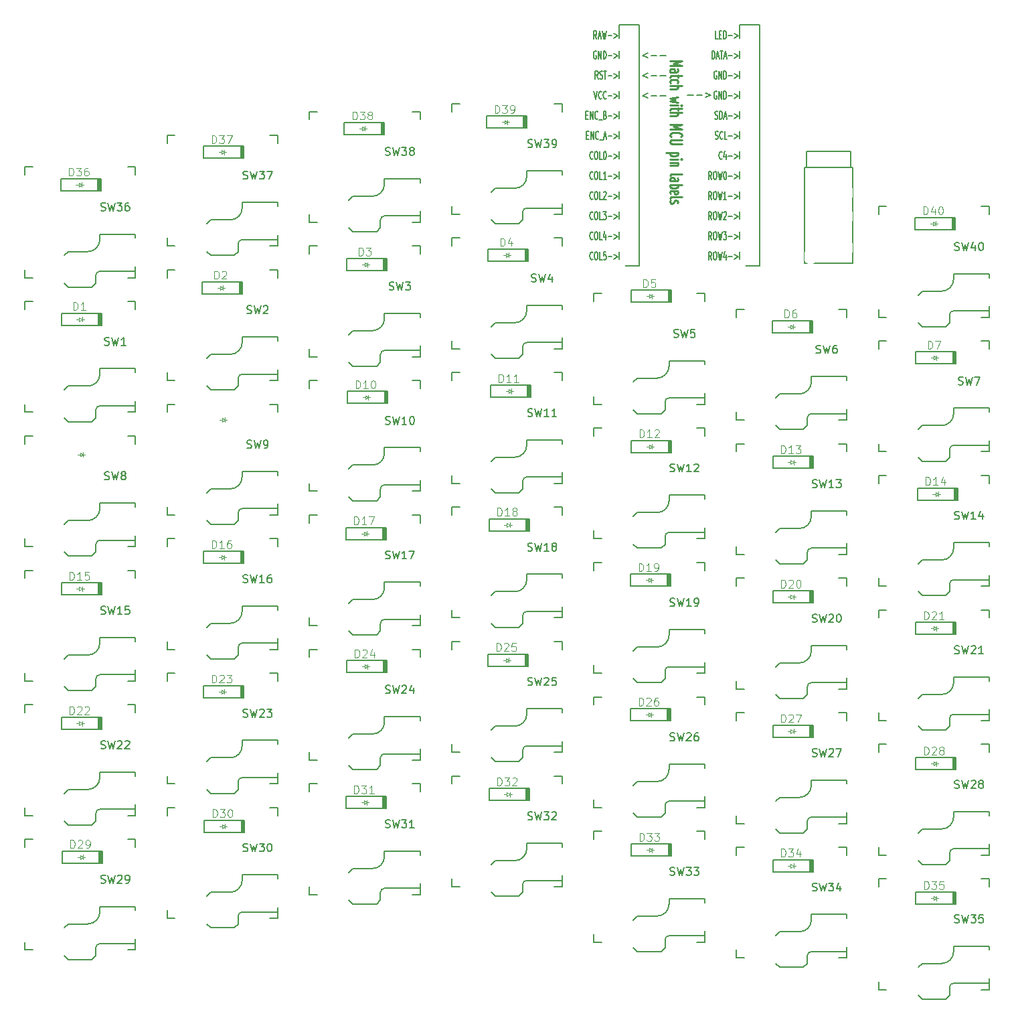
<source format=gto>
G04 #@! TF.GenerationSoftware,KiCad,Pcbnew,8.0.6*
G04 #@! TF.CreationDate,2024-11-06T21:34:11+01:00*
G04 #@! TF.ProjectId,vitter-kb,76697474-6572-42d6-9b62-2e6b69636164,rev?*
G04 #@! TF.SameCoordinates,Original*
G04 #@! TF.FileFunction,Legend,Top*
G04 #@! TF.FilePolarity,Positive*
%FSLAX46Y46*%
G04 Gerber Fmt 4.6, Leading zero omitted, Abs format (unit mm)*
G04 Created by KiCad (PCBNEW 8.0.6) date 2024-11-06 21:34:11*
%MOMM*%
%LPD*%
G01*
G04 APERTURE LIST*
%ADD10C,0.150000*%
%ADD11C,0.100000*%
%ADD12C,0.225000*%
%ADD13C,1.701800*%
%ADD14C,0.990600*%
%ADD15C,3.000000*%
%ADD16C,3.429000*%
%ADD17R,2.600000X2.600000*%
%ADD18R,1.600000X1.200000*%
%ADD19C,0.800000*%
%ADD20O,1.600000X2.000000*%
%ADD21C,1.524000*%
G04 APERTURE END LIST*
D10*
X129235476Y-100152200D02*
X129378333Y-100199819D01*
X129378333Y-100199819D02*
X129616428Y-100199819D01*
X129616428Y-100199819D02*
X129711666Y-100152200D01*
X129711666Y-100152200D02*
X129759285Y-100104580D01*
X129759285Y-100104580D02*
X129806904Y-100009342D01*
X129806904Y-100009342D02*
X129806904Y-99914104D01*
X129806904Y-99914104D02*
X129759285Y-99818866D01*
X129759285Y-99818866D02*
X129711666Y-99771247D01*
X129711666Y-99771247D02*
X129616428Y-99723628D01*
X129616428Y-99723628D02*
X129425952Y-99676009D01*
X129425952Y-99676009D02*
X129330714Y-99628390D01*
X129330714Y-99628390D02*
X129283095Y-99580771D01*
X129283095Y-99580771D02*
X129235476Y-99485533D01*
X129235476Y-99485533D02*
X129235476Y-99390295D01*
X129235476Y-99390295D02*
X129283095Y-99295057D01*
X129283095Y-99295057D02*
X129330714Y-99247438D01*
X129330714Y-99247438D02*
X129425952Y-99199819D01*
X129425952Y-99199819D02*
X129664047Y-99199819D01*
X129664047Y-99199819D02*
X129806904Y-99247438D01*
X130140238Y-99199819D02*
X130378333Y-100199819D01*
X130378333Y-100199819D02*
X130568809Y-99485533D01*
X130568809Y-99485533D02*
X130759285Y-100199819D01*
X130759285Y-100199819D02*
X130997381Y-99199819D01*
X131330714Y-99295057D02*
X131378333Y-99247438D01*
X131378333Y-99247438D02*
X131473571Y-99199819D01*
X131473571Y-99199819D02*
X131711666Y-99199819D01*
X131711666Y-99199819D02*
X131806904Y-99247438D01*
X131806904Y-99247438D02*
X131854523Y-99295057D01*
X131854523Y-99295057D02*
X131902142Y-99390295D01*
X131902142Y-99390295D02*
X131902142Y-99485533D01*
X131902142Y-99485533D02*
X131854523Y-99628390D01*
X131854523Y-99628390D02*
X131283095Y-100199819D01*
X131283095Y-100199819D02*
X131902142Y-100199819D01*
X132521190Y-99199819D02*
X132616428Y-99199819D01*
X132616428Y-99199819D02*
X132711666Y-99247438D01*
X132711666Y-99247438D02*
X132759285Y-99295057D01*
X132759285Y-99295057D02*
X132806904Y-99390295D01*
X132806904Y-99390295D02*
X132854523Y-99580771D01*
X132854523Y-99580771D02*
X132854523Y-99818866D01*
X132854523Y-99818866D02*
X132806904Y-100009342D01*
X132806904Y-100009342D02*
X132759285Y-100104580D01*
X132759285Y-100104580D02*
X132711666Y-100152200D01*
X132711666Y-100152200D02*
X132616428Y-100199819D01*
X132616428Y-100199819D02*
X132521190Y-100199819D01*
X132521190Y-100199819D02*
X132425952Y-100152200D01*
X132425952Y-100152200D02*
X132378333Y-100104580D01*
X132378333Y-100104580D02*
X132330714Y-100009342D01*
X132330714Y-100009342D02*
X132283095Y-99818866D01*
X132283095Y-99818866D02*
X132283095Y-99580771D01*
X132283095Y-99580771D02*
X132330714Y-99390295D01*
X132330714Y-99390295D02*
X132378333Y-99295057D01*
X132378333Y-99295057D02*
X132425952Y-99247438D01*
X132425952Y-99247438D02*
X132521190Y-99199819D01*
X57711667Y-61152200D02*
X57854524Y-61199819D01*
X57854524Y-61199819D02*
X58092619Y-61199819D01*
X58092619Y-61199819D02*
X58187857Y-61152200D01*
X58187857Y-61152200D02*
X58235476Y-61104580D01*
X58235476Y-61104580D02*
X58283095Y-61009342D01*
X58283095Y-61009342D02*
X58283095Y-60914104D01*
X58283095Y-60914104D02*
X58235476Y-60818866D01*
X58235476Y-60818866D02*
X58187857Y-60771247D01*
X58187857Y-60771247D02*
X58092619Y-60723628D01*
X58092619Y-60723628D02*
X57902143Y-60676009D01*
X57902143Y-60676009D02*
X57806905Y-60628390D01*
X57806905Y-60628390D02*
X57759286Y-60580771D01*
X57759286Y-60580771D02*
X57711667Y-60485533D01*
X57711667Y-60485533D02*
X57711667Y-60390295D01*
X57711667Y-60390295D02*
X57759286Y-60295057D01*
X57759286Y-60295057D02*
X57806905Y-60247438D01*
X57806905Y-60247438D02*
X57902143Y-60199819D01*
X57902143Y-60199819D02*
X58140238Y-60199819D01*
X58140238Y-60199819D02*
X58283095Y-60247438D01*
X58616429Y-60199819D02*
X58854524Y-61199819D01*
X58854524Y-61199819D02*
X59045000Y-60485533D01*
X59045000Y-60485533D02*
X59235476Y-61199819D01*
X59235476Y-61199819D02*
X59473572Y-60199819D01*
X59806905Y-60295057D02*
X59854524Y-60247438D01*
X59854524Y-60247438D02*
X59949762Y-60199819D01*
X59949762Y-60199819D02*
X60187857Y-60199819D01*
X60187857Y-60199819D02*
X60283095Y-60247438D01*
X60283095Y-60247438D02*
X60330714Y-60295057D01*
X60330714Y-60295057D02*
X60378333Y-60390295D01*
X60378333Y-60390295D02*
X60378333Y-60485533D01*
X60378333Y-60485533D02*
X60330714Y-60628390D01*
X60330714Y-60628390D02*
X59759286Y-61199819D01*
X59759286Y-61199819D02*
X60378333Y-61199819D01*
X93235476Y-125152200D02*
X93378333Y-125199819D01*
X93378333Y-125199819D02*
X93616428Y-125199819D01*
X93616428Y-125199819D02*
X93711666Y-125152200D01*
X93711666Y-125152200D02*
X93759285Y-125104580D01*
X93759285Y-125104580D02*
X93806904Y-125009342D01*
X93806904Y-125009342D02*
X93806904Y-124914104D01*
X93806904Y-124914104D02*
X93759285Y-124818866D01*
X93759285Y-124818866D02*
X93711666Y-124771247D01*
X93711666Y-124771247D02*
X93616428Y-124723628D01*
X93616428Y-124723628D02*
X93425952Y-124676009D01*
X93425952Y-124676009D02*
X93330714Y-124628390D01*
X93330714Y-124628390D02*
X93283095Y-124580771D01*
X93283095Y-124580771D02*
X93235476Y-124485533D01*
X93235476Y-124485533D02*
X93235476Y-124390295D01*
X93235476Y-124390295D02*
X93283095Y-124295057D01*
X93283095Y-124295057D02*
X93330714Y-124247438D01*
X93330714Y-124247438D02*
X93425952Y-124199819D01*
X93425952Y-124199819D02*
X93664047Y-124199819D01*
X93664047Y-124199819D02*
X93806904Y-124247438D01*
X94140238Y-124199819D02*
X94378333Y-125199819D01*
X94378333Y-125199819D02*
X94568809Y-124485533D01*
X94568809Y-124485533D02*
X94759285Y-125199819D01*
X94759285Y-125199819D02*
X94997381Y-124199819D01*
X95283095Y-124199819D02*
X95902142Y-124199819D01*
X95902142Y-124199819D02*
X95568809Y-124580771D01*
X95568809Y-124580771D02*
X95711666Y-124580771D01*
X95711666Y-124580771D02*
X95806904Y-124628390D01*
X95806904Y-124628390D02*
X95854523Y-124676009D01*
X95854523Y-124676009D02*
X95902142Y-124771247D01*
X95902142Y-124771247D02*
X95902142Y-125009342D01*
X95902142Y-125009342D02*
X95854523Y-125104580D01*
X95854523Y-125104580D02*
X95806904Y-125152200D01*
X95806904Y-125152200D02*
X95711666Y-125199819D01*
X95711666Y-125199819D02*
X95425952Y-125199819D01*
X95425952Y-125199819D02*
X95330714Y-125152200D01*
X95330714Y-125152200D02*
X95283095Y-125104580D01*
X96283095Y-124295057D02*
X96330714Y-124247438D01*
X96330714Y-124247438D02*
X96425952Y-124199819D01*
X96425952Y-124199819D02*
X96664047Y-124199819D01*
X96664047Y-124199819D02*
X96759285Y-124247438D01*
X96759285Y-124247438D02*
X96806904Y-124295057D01*
X96806904Y-124295057D02*
X96854523Y-124390295D01*
X96854523Y-124390295D02*
X96854523Y-124485533D01*
X96854523Y-124485533D02*
X96806904Y-124628390D01*
X96806904Y-124628390D02*
X96235476Y-125199819D01*
X96235476Y-125199819D02*
X96854523Y-125199819D01*
X129235476Y-117152200D02*
X129378333Y-117199819D01*
X129378333Y-117199819D02*
X129616428Y-117199819D01*
X129616428Y-117199819D02*
X129711666Y-117152200D01*
X129711666Y-117152200D02*
X129759285Y-117104580D01*
X129759285Y-117104580D02*
X129806904Y-117009342D01*
X129806904Y-117009342D02*
X129806904Y-116914104D01*
X129806904Y-116914104D02*
X129759285Y-116818866D01*
X129759285Y-116818866D02*
X129711666Y-116771247D01*
X129711666Y-116771247D02*
X129616428Y-116723628D01*
X129616428Y-116723628D02*
X129425952Y-116676009D01*
X129425952Y-116676009D02*
X129330714Y-116628390D01*
X129330714Y-116628390D02*
X129283095Y-116580771D01*
X129283095Y-116580771D02*
X129235476Y-116485533D01*
X129235476Y-116485533D02*
X129235476Y-116390295D01*
X129235476Y-116390295D02*
X129283095Y-116295057D01*
X129283095Y-116295057D02*
X129330714Y-116247438D01*
X129330714Y-116247438D02*
X129425952Y-116199819D01*
X129425952Y-116199819D02*
X129664047Y-116199819D01*
X129664047Y-116199819D02*
X129806904Y-116247438D01*
X130140238Y-116199819D02*
X130378333Y-117199819D01*
X130378333Y-117199819D02*
X130568809Y-116485533D01*
X130568809Y-116485533D02*
X130759285Y-117199819D01*
X130759285Y-117199819D02*
X130997381Y-116199819D01*
X131330714Y-116295057D02*
X131378333Y-116247438D01*
X131378333Y-116247438D02*
X131473571Y-116199819D01*
X131473571Y-116199819D02*
X131711666Y-116199819D01*
X131711666Y-116199819D02*
X131806904Y-116247438D01*
X131806904Y-116247438D02*
X131854523Y-116295057D01*
X131854523Y-116295057D02*
X131902142Y-116390295D01*
X131902142Y-116390295D02*
X131902142Y-116485533D01*
X131902142Y-116485533D02*
X131854523Y-116628390D01*
X131854523Y-116628390D02*
X131283095Y-117199819D01*
X131283095Y-117199819D02*
X131902142Y-117199819D01*
X132235476Y-116199819D02*
X132902142Y-116199819D01*
X132902142Y-116199819D02*
X132473571Y-117199819D01*
X111235476Y-115152200D02*
X111378333Y-115199819D01*
X111378333Y-115199819D02*
X111616428Y-115199819D01*
X111616428Y-115199819D02*
X111711666Y-115152200D01*
X111711666Y-115152200D02*
X111759285Y-115104580D01*
X111759285Y-115104580D02*
X111806904Y-115009342D01*
X111806904Y-115009342D02*
X111806904Y-114914104D01*
X111806904Y-114914104D02*
X111759285Y-114818866D01*
X111759285Y-114818866D02*
X111711666Y-114771247D01*
X111711666Y-114771247D02*
X111616428Y-114723628D01*
X111616428Y-114723628D02*
X111425952Y-114676009D01*
X111425952Y-114676009D02*
X111330714Y-114628390D01*
X111330714Y-114628390D02*
X111283095Y-114580771D01*
X111283095Y-114580771D02*
X111235476Y-114485533D01*
X111235476Y-114485533D02*
X111235476Y-114390295D01*
X111235476Y-114390295D02*
X111283095Y-114295057D01*
X111283095Y-114295057D02*
X111330714Y-114247438D01*
X111330714Y-114247438D02*
X111425952Y-114199819D01*
X111425952Y-114199819D02*
X111664047Y-114199819D01*
X111664047Y-114199819D02*
X111806904Y-114247438D01*
X112140238Y-114199819D02*
X112378333Y-115199819D01*
X112378333Y-115199819D02*
X112568809Y-114485533D01*
X112568809Y-114485533D02*
X112759285Y-115199819D01*
X112759285Y-115199819D02*
X112997381Y-114199819D01*
X113330714Y-114295057D02*
X113378333Y-114247438D01*
X113378333Y-114247438D02*
X113473571Y-114199819D01*
X113473571Y-114199819D02*
X113711666Y-114199819D01*
X113711666Y-114199819D02*
X113806904Y-114247438D01*
X113806904Y-114247438D02*
X113854523Y-114295057D01*
X113854523Y-114295057D02*
X113902142Y-114390295D01*
X113902142Y-114390295D02*
X113902142Y-114485533D01*
X113902142Y-114485533D02*
X113854523Y-114628390D01*
X113854523Y-114628390D02*
X113283095Y-115199819D01*
X113283095Y-115199819D02*
X113902142Y-115199819D01*
X114759285Y-114199819D02*
X114568809Y-114199819D01*
X114568809Y-114199819D02*
X114473571Y-114247438D01*
X114473571Y-114247438D02*
X114425952Y-114295057D01*
X114425952Y-114295057D02*
X114330714Y-114437914D01*
X114330714Y-114437914D02*
X114283095Y-114628390D01*
X114283095Y-114628390D02*
X114283095Y-115009342D01*
X114283095Y-115009342D02*
X114330714Y-115104580D01*
X114330714Y-115104580D02*
X114378333Y-115152200D01*
X114378333Y-115152200D02*
X114473571Y-115199819D01*
X114473571Y-115199819D02*
X114664047Y-115199819D01*
X114664047Y-115199819D02*
X114759285Y-115152200D01*
X114759285Y-115152200D02*
X114806904Y-115104580D01*
X114806904Y-115104580D02*
X114854523Y-115009342D01*
X114854523Y-115009342D02*
X114854523Y-114771247D01*
X114854523Y-114771247D02*
X114806904Y-114676009D01*
X114806904Y-114676009D02*
X114759285Y-114628390D01*
X114759285Y-114628390D02*
X114664047Y-114580771D01*
X114664047Y-114580771D02*
X114473571Y-114580771D01*
X114473571Y-114580771D02*
X114378333Y-114628390D01*
X114378333Y-114628390D02*
X114330714Y-114676009D01*
X114330714Y-114676009D02*
X114283095Y-114771247D01*
X111235476Y-132152200D02*
X111378333Y-132199819D01*
X111378333Y-132199819D02*
X111616428Y-132199819D01*
X111616428Y-132199819D02*
X111711666Y-132152200D01*
X111711666Y-132152200D02*
X111759285Y-132104580D01*
X111759285Y-132104580D02*
X111806904Y-132009342D01*
X111806904Y-132009342D02*
X111806904Y-131914104D01*
X111806904Y-131914104D02*
X111759285Y-131818866D01*
X111759285Y-131818866D02*
X111711666Y-131771247D01*
X111711666Y-131771247D02*
X111616428Y-131723628D01*
X111616428Y-131723628D02*
X111425952Y-131676009D01*
X111425952Y-131676009D02*
X111330714Y-131628390D01*
X111330714Y-131628390D02*
X111283095Y-131580771D01*
X111283095Y-131580771D02*
X111235476Y-131485533D01*
X111235476Y-131485533D02*
X111235476Y-131390295D01*
X111235476Y-131390295D02*
X111283095Y-131295057D01*
X111283095Y-131295057D02*
X111330714Y-131247438D01*
X111330714Y-131247438D02*
X111425952Y-131199819D01*
X111425952Y-131199819D02*
X111664047Y-131199819D01*
X111664047Y-131199819D02*
X111806904Y-131247438D01*
X112140238Y-131199819D02*
X112378333Y-132199819D01*
X112378333Y-132199819D02*
X112568809Y-131485533D01*
X112568809Y-131485533D02*
X112759285Y-132199819D01*
X112759285Y-132199819D02*
X112997381Y-131199819D01*
X113283095Y-131199819D02*
X113902142Y-131199819D01*
X113902142Y-131199819D02*
X113568809Y-131580771D01*
X113568809Y-131580771D02*
X113711666Y-131580771D01*
X113711666Y-131580771D02*
X113806904Y-131628390D01*
X113806904Y-131628390D02*
X113854523Y-131676009D01*
X113854523Y-131676009D02*
X113902142Y-131771247D01*
X113902142Y-131771247D02*
X113902142Y-132009342D01*
X113902142Y-132009342D02*
X113854523Y-132104580D01*
X113854523Y-132104580D02*
X113806904Y-132152200D01*
X113806904Y-132152200D02*
X113711666Y-132199819D01*
X113711666Y-132199819D02*
X113425952Y-132199819D01*
X113425952Y-132199819D02*
X113330714Y-132152200D01*
X113330714Y-132152200D02*
X113283095Y-132104580D01*
X114235476Y-131199819D02*
X114854523Y-131199819D01*
X114854523Y-131199819D02*
X114521190Y-131580771D01*
X114521190Y-131580771D02*
X114664047Y-131580771D01*
X114664047Y-131580771D02*
X114759285Y-131628390D01*
X114759285Y-131628390D02*
X114806904Y-131676009D01*
X114806904Y-131676009D02*
X114854523Y-131771247D01*
X114854523Y-131771247D02*
X114854523Y-132009342D01*
X114854523Y-132009342D02*
X114806904Y-132104580D01*
X114806904Y-132104580D02*
X114759285Y-132152200D01*
X114759285Y-132152200D02*
X114664047Y-132199819D01*
X114664047Y-132199819D02*
X114378333Y-132199819D01*
X114378333Y-132199819D02*
X114283095Y-132152200D01*
X114283095Y-132152200D02*
X114235476Y-132104580D01*
X57235476Y-44152200D02*
X57378333Y-44199819D01*
X57378333Y-44199819D02*
X57616428Y-44199819D01*
X57616428Y-44199819D02*
X57711666Y-44152200D01*
X57711666Y-44152200D02*
X57759285Y-44104580D01*
X57759285Y-44104580D02*
X57806904Y-44009342D01*
X57806904Y-44009342D02*
X57806904Y-43914104D01*
X57806904Y-43914104D02*
X57759285Y-43818866D01*
X57759285Y-43818866D02*
X57711666Y-43771247D01*
X57711666Y-43771247D02*
X57616428Y-43723628D01*
X57616428Y-43723628D02*
X57425952Y-43676009D01*
X57425952Y-43676009D02*
X57330714Y-43628390D01*
X57330714Y-43628390D02*
X57283095Y-43580771D01*
X57283095Y-43580771D02*
X57235476Y-43485533D01*
X57235476Y-43485533D02*
X57235476Y-43390295D01*
X57235476Y-43390295D02*
X57283095Y-43295057D01*
X57283095Y-43295057D02*
X57330714Y-43247438D01*
X57330714Y-43247438D02*
X57425952Y-43199819D01*
X57425952Y-43199819D02*
X57664047Y-43199819D01*
X57664047Y-43199819D02*
X57806904Y-43247438D01*
X58140238Y-43199819D02*
X58378333Y-44199819D01*
X58378333Y-44199819D02*
X58568809Y-43485533D01*
X58568809Y-43485533D02*
X58759285Y-44199819D01*
X58759285Y-44199819D02*
X58997381Y-43199819D01*
X59283095Y-43199819D02*
X59902142Y-43199819D01*
X59902142Y-43199819D02*
X59568809Y-43580771D01*
X59568809Y-43580771D02*
X59711666Y-43580771D01*
X59711666Y-43580771D02*
X59806904Y-43628390D01*
X59806904Y-43628390D02*
X59854523Y-43676009D01*
X59854523Y-43676009D02*
X59902142Y-43771247D01*
X59902142Y-43771247D02*
X59902142Y-44009342D01*
X59902142Y-44009342D02*
X59854523Y-44104580D01*
X59854523Y-44104580D02*
X59806904Y-44152200D01*
X59806904Y-44152200D02*
X59711666Y-44199819D01*
X59711666Y-44199819D02*
X59425952Y-44199819D01*
X59425952Y-44199819D02*
X59330714Y-44152200D01*
X59330714Y-44152200D02*
X59283095Y-44104580D01*
X60235476Y-43199819D02*
X60902142Y-43199819D01*
X60902142Y-43199819D02*
X60473571Y-44199819D01*
D11*
X89285714Y-103857419D02*
X89285714Y-102857419D01*
X89285714Y-102857419D02*
X89523809Y-102857419D01*
X89523809Y-102857419D02*
X89666666Y-102905038D01*
X89666666Y-102905038D02*
X89761904Y-103000276D01*
X89761904Y-103000276D02*
X89809523Y-103095514D01*
X89809523Y-103095514D02*
X89857142Y-103285990D01*
X89857142Y-103285990D02*
X89857142Y-103428847D01*
X89857142Y-103428847D02*
X89809523Y-103619323D01*
X89809523Y-103619323D02*
X89761904Y-103714561D01*
X89761904Y-103714561D02*
X89666666Y-103809800D01*
X89666666Y-103809800D02*
X89523809Y-103857419D01*
X89523809Y-103857419D02*
X89285714Y-103857419D01*
X90238095Y-102952657D02*
X90285714Y-102905038D01*
X90285714Y-102905038D02*
X90380952Y-102857419D01*
X90380952Y-102857419D02*
X90619047Y-102857419D01*
X90619047Y-102857419D02*
X90714285Y-102905038D01*
X90714285Y-102905038D02*
X90761904Y-102952657D01*
X90761904Y-102952657D02*
X90809523Y-103047895D01*
X90809523Y-103047895D02*
X90809523Y-103143133D01*
X90809523Y-103143133D02*
X90761904Y-103285990D01*
X90761904Y-103285990D02*
X90190476Y-103857419D01*
X90190476Y-103857419D02*
X90809523Y-103857419D01*
X91714285Y-102857419D02*
X91238095Y-102857419D01*
X91238095Y-102857419D02*
X91190476Y-103333609D01*
X91190476Y-103333609D02*
X91238095Y-103285990D01*
X91238095Y-103285990D02*
X91333333Y-103238371D01*
X91333333Y-103238371D02*
X91571428Y-103238371D01*
X91571428Y-103238371D02*
X91666666Y-103285990D01*
X91666666Y-103285990D02*
X91714285Y-103333609D01*
X91714285Y-103333609D02*
X91761904Y-103428847D01*
X91761904Y-103428847D02*
X91761904Y-103666942D01*
X91761904Y-103666942D02*
X91714285Y-103762180D01*
X91714285Y-103762180D02*
X91666666Y-103809800D01*
X91666666Y-103809800D02*
X91571428Y-103857419D01*
X91571428Y-103857419D02*
X91333333Y-103857419D01*
X91333333Y-103857419D02*
X91238095Y-103809800D01*
X91238095Y-103809800D02*
X91190476Y-103762180D01*
D10*
X75235476Y-92152200D02*
X75378333Y-92199819D01*
X75378333Y-92199819D02*
X75616428Y-92199819D01*
X75616428Y-92199819D02*
X75711666Y-92152200D01*
X75711666Y-92152200D02*
X75759285Y-92104580D01*
X75759285Y-92104580D02*
X75806904Y-92009342D01*
X75806904Y-92009342D02*
X75806904Y-91914104D01*
X75806904Y-91914104D02*
X75759285Y-91818866D01*
X75759285Y-91818866D02*
X75711666Y-91771247D01*
X75711666Y-91771247D02*
X75616428Y-91723628D01*
X75616428Y-91723628D02*
X75425952Y-91676009D01*
X75425952Y-91676009D02*
X75330714Y-91628390D01*
X75330714Y-91628390D02*
X75283095Y-91580771D01*
X75283095Y-91580771D02*
X75235476Y-91485533D01*
X75235476Y-91485533D02*
X75235476Y-91390295D01*
X75235476Y-91390295D02*
X75283095Y-91295057D01*
X75283095Y-91295057D02*
X75330714Y-91247438D01*
X75330714Y-91247438D02*
X75425952Y-91199819D01*
X75425952Y-91199819D02*
X75664047Y-91199819D01*
X75664047Y-91199819D02*
X75806904Y-91247438D01*
X76140238Y-91199819D02*
X76378333Y-92199819D01*
X76378333Y-92199819D02*
X76568809Y-91485533D01*
X76568809Y-91485533D02*
X76759285Y-92199819D01*
X76759285Y-92199819D02*
X76997381Y-91199819D01*
X77902142Y-92199819D02*
X77330714Y-92199819D01*
X77616428Y-92199819D02*
X77616428Y-91199819D01*
X77616428Y-91199819D02*
X77521190Y-91342676D01*
X77521190Y-91342676D02*
X77425952Y-91437914D01*
X77425952Y-91437914D02*
X77330714Y-91485533D01*
X78235476Y-91199819D02*
X78902142Y-91199819D01*
X78902142Y-91199819D02*
X78473571Y-92199819D01*
D11*
X53601905Y-56807419D02*
X53601905Y-55807419D01*
X53601905Y-55807419D02*
X53840000Y-55807419D01*
X53840000Y-55807419D02*
X53982857Y-55855038D01*
X53982857Y-55855038D02*
X54078095Y-55950276D01*
X54078095Y-55950276D02*
X54125714Y-56045514D01*
X54125714Y-56045514D02*
X54173333Y-56235990D01*
X54173333Y-56235990D02*
X54173333Y-56378847D01*
X54173333Y-56378847D02*
X54125714Y-56569323D01*
X54125714Y-56569323D02*
X54078095Y-56664561D01*
X54078095Y-56664561D02*
X53982857Y-56759800D01*
X53982857Y-56759800D02*
X53840000Y-56807419D01*
X53840000Y-56807419D02*
X53601905Y-56807419D01*
X54554286Y-55902657D02*
X54601905Y-55855038D01*
X54601905Y-55855038D02*
X54697143Y-55807419D01*
X54697143Y-55807419D02*
X54935238Y-55807419D01*
X54935238Y-55807419D02*
X55030476Y-55855038D01*
X55030476Y-55855038D02*
X55078095Y-55902657D01*
X55078095Y-55902657D02*
X55125714Y-55997895D01*
X55125714Y-55997895D02*
X55125714Y-56093133D01*
X55125714Y-56093133D02*
X55078095Y-56235990D01*
X55078095Y-56235990D02*
X54506667Y-56807419D01*
X54506667Y-56807419D02*
X55125714Y-56807419D01*
D10*
X147235476Y-87152200D02*
X147378333Y-87199819D01*
X147378333Y-87199819D02*
X147616428Y-87199819D01*
X147616428Y-87199819D02*
X147711666Y-87152200D01*
X147711666Y-87152200D02*
X147759285Y-87104580D01*
X147759285Y-87104580D02*
X147806904Y-87009342D01*
X147806904Y-87009342D02*
X147806904Y-86914104D01*
X147806904Y-86914104D02*
X147759285Y-86818866D01*
X147759285Y-86818866D02*
X147711666Y-86771247D01*
X147711666Y-86771247D02*
X147616428Y-86723628D01*
X147616428Y-86723628D02*
X147425952Y-86676009D01*
X147425952Y-86676009D02*
X147330714Y-86628390D01*
X147330714Y-86628390D02*
X147283095Y-86580771D01*
X147283095Y-86580771D02*
X147235476Y-86485533D01*
X147235476Y-86485533D02*
X147235476Y-86390295D01*
X147235476Y-86390295D02*
X147283095Y-86295057D01*
X147283095Y-86295057D02*
X147330714Y-86247438D01*
X147330714Y-86247438D02*
X147425952Y-86199819D01*
X147425952Y-86199819D02*
X147664047Y-86199819D01*
X147664047Y-86199819D02*
X147806904Y-86247438D01*
X148140238Y-86199819D02*
X148378333Y-87199819D01*
X148378333Y-87199819D02*
X148568809Y-86485533D01*
X148568809Y-86485533D02*
X148759285Y-87199819D01*
X148759285Y-87199819D02*
X148997381Y-86199819D01*
X149902142Y-87199819D02*
X149330714Y-87199819D01*
X149616428Y-87199819D02*
X149616428Y-86199819D01*
X149616428Y-86199819D02*
X149521190Y-86342676D01*
X149521190Y-86342676D02*
X149425952Y-86437914D01*
X149425952Y-86437914D02*
X149330714Y-86485533D01*
X150759285Y-86533152D02*
X150759285Y-87199819D01*
X150521190Y-86152200D02*
X150283095Y-86866485D01*
X150283095Y-86866485D02*
X150902142Y-86866485D01*
D11*
X125731905Y-61697419D02*
X125731905Y-60697419D01*
X125731905Y-60697419D02*
X125970000Y-60697419D01*
X125970000Y-60697419D02*
X126112857Y-60745038D01*
X126112857Y-60745038D02*
X126208095Y-60840276D01*
X126208095Y-60840276D02*
X126255714Y-60935514D01*
X126255714Y-60935514D02*
X126303333Y-61125990D01*
X126303333Y-61125990D02*
X126303333Y-61268847D01*
X126303333Y-61268847D02*
X126255714Y-61459323D01*
X126255714Y-61459323D02*
X126208095Y-61554561D01*
X126208095Y-61554561D02*
X126112857Y-61649800D01*
X126112857Y-61649800D02*
X125970000Y-61697419D01*
X125970000Y-61697419D02*
X125731905Y-61697419D01*
X127160476Y-60697419D02*
X126970000Y-60697419D01*
X126970000Y-60697419D02*
X126874762Y-60745038D01*
X126874762Y-60745038D02*
X126827143Y-60792657D01*
X126827143Y-60792657D02*
X126731905Y-60935514D01*
X126731905Y-60935514D02*
X126684286Y-61125990D01*
X126684286Y-61125990D02*
X126684286Y-61506942D01*
X126684286Y-61506942D02*
X126731905Y-61602180D01*
X126731905Y-61602180D02*
X126779524Y-61649800D01*
X126779524Y-61649800D02*
X126874762Y-61697419D01*
X126874762Y-61697419D02*
X127065238Y-61697419D01*
X127065238Y-61697419D02*
X127160476Y-61649800D01*
X127160476Y-61649800D02*
X127208095Y-61602180D01*
X127208095Y-61602180D02*
X127255714Y-61506942D01*
X127255714Y-61506942D02*
X127255714Y-61268847D01*
X127255714Y-61268847D02*
X127208095Y-61173609D01*
X127208095Y-61173609D02*
X127160476Y-61125990D01*
X127160476Y-61125990D02*
X127065238Y-61078371D01*
X127065238Y-61078371D02*
X126874762Y-61078371D01*
X126874762Y-61078371D02*
X126779524Y-61125990D01*
X126779524Y-61125990D02*
X126731905Y-61173609D01*
X126731905Y-61173609D02*
X126684286Y-61268847D01*
D10*
X93235476Y-40152200D02*
X93378333Y-40199819D01*
X93378333Y-40199819D02*
X93616428Y-40199819D01*
X93616428Y-40199819D02*
X93711666Y-40152200D01*
X93711666Y-40152200D02*
X93759285Y-40104580D01*
X93759285Y-40104580D02*
X93806904Y-40009342D01*
X93806904Y-40009342D02*
X93806904Y-39914104D01*
X93806904Y-39914104D02*
X93759285Y-39818866D01*
X93759285Y-39818866D02*
X93711666Y-39771247D01*
X93711666Y-39771247D02*
X93616428Y-39723628D01*
X93616428Y-39723628D02*
X93425952Y-39676009D01*
X93425952Y-39676009D02*
X93330714Y-39628390D01*
X93330714Y-39628390D02*
X93283095Y-39580771D01*
X93283095Y-39580771D02*
X93235476Y-39485533D01*
X93235476Y-39485533D02*
X93235476Y-39390295D01*
X93235476Y-39390295D02*
X93283095Y-39295057D01*
X93283095Y-39295057D02*
X93330714Y-39247438D01*
X93330714Y-39247438D02*
X93425952Y-39199819D01*
X93425952Y-39199819D02*
X93664047Y-39199819D01*
X93664047Y-39199819D02*
X93806904Y-39247438D01*
X94140238Y-39199819D02*
X94378333Y-40199819D01*
X94378333Y-40199819D02*
X94568809Y-39485533D01*
X94568809Y-39485533D02*
X94759285Y-40199819D01*
X94759285Y-40199819D02*
X94997381Y-39199819D01*
X95283095Y-39199819D02*
X95902142Y-39199819D01*
X95902142Y-39199819D02*
X95568809Y-39580771D01*
X95568809Y-39580771D02*
X95711666Y-39580771D01*
X95711666Y-39580771D02*
X95806904Y-39628390D01*
X95806904Y-39628390D02*
X95854523Y-39676009D01*
X95854523Y-39676009D02*
X95902142Y-39771247D01*
X95902142Y-39771247D02*
X95902142Y-40009342D01*
X95902142Y-40009342D02*
X95854523Y-40104580D01*
X95854523Y-40104580D02*
X95806904Y-40152200D01*
X95806904Y-40152200D02*
X95711666Y-40199819D01*
X95711666Y-40199819D02*
X95425952Y-40199819D01*
X95425952Y-40199819D02*
X95330714Y-40152200D01*
X95330714Y-40152200D02*
X95283095Y-40104580D01*
X96378333Y-40199819D02*
X96568809Y-40199819D01*
X96568809Y-40199819D02*
X96664047Y-40152200D01*
X96664047Y-40152200D02*
X96711666Y-40104580D01*
X96711666Y-40104580D02*
X96806904Y-39961723D01*
X96806904Y-39961723D02*
X96854523Y-39771247D01*
X96854523Y-39771247D02*
X96854523Y-39390295D01*
X96854523Y-39390295D02*
X96806904Y-39295057D01*
X96806904Y-39295057D02*
X96759285Y-39247438D01*
X96759285Y-39247438D02*
X96664047Y-39199819D01*
X96664047Y-39199819D02*
X96473571Y-39199819D01*
X96473571Y-39199819D02*
X96378333Y-39247438D01*
X96378333Y-39247438D02*
X96330714Y-39295057D01*
X96330714Y-39295057D02*
X96283095Y-39390295D01*
X96283095Y-39390295D02*
X96283095Y-39628390D01*
X96283095Y-39628390D02*
X96330714Y-39723628D01*
X96330714Y-39723628D02*
X96378333Y-39771247D01*
X96378333Y-39771247D02*
X96473571Y-39818866D01*
X96473571Y-39818866D02*
X96664047Y-39818866D01*
X96664047Y-39818866D02*
X96759285Y-39771247D01*
X96759285Y-39771247D02*
X96806904Y-39723628D01*
X96806904Y-39723628D02*
X96854523Y-39628390D01*
X75711667Y-58152200D02*
X75854524Y-58199819D01*
X75854524Y-58199819D02*
X76092619Y-58199819D01*
X76092619Y-58199819D02*
X76187857Y-58152200D01*
X76187857Y-58152200D02*
X76235476Y-58104580D01*
X76235476Y-58104580D02*
X76283095Y-58009342D01*
X76283095Y-58009342D02*
X76283095Y-57914104D01*
X76283095Y-57914104D02*
X76235476Y-57818866D01*
X76235476Y-57818866D02*
X76187857Y-57771247D01*
X76187857Y-57771247D02*
X76092619Y-57723628D01*
X76092619Y-57723628D02*
X75902143Y-57676009D01*
X75902143Y-57676009D02*
X75806905Y-57628390D01*
X75806905Y-57628390D02*
X75759286Y-57580771D01*
X75759286Y-57580771D02*
X75711667Y-57485533D01*
X75711667Y-57485533D02*
X75711667Y-57390295D01*
X75711667Y-57390295D02*
X75759286Y-57295057D01*
X75759286Y-57295057D02*
X75806905Y-57247438D01*
X75806905Y-57247438D02*
X75902143Y-57199819D01*
X75902143Y-57199819D02*
X76140238Y-57199819D01*
X76140238Y-57199819D02*
X76283095Y-57247438D01*
X76616429Y-57199819D02*
X76854524Y-58199819D01*
X76854524Y-58199819D02*
X77045000Y-57485533D01*
X77045000Y-57485533D02*
X77235476Y-58199819D01*
X77235476Y-58199819D02*
X77473572Y-57199819D01*
X77759286Y-57199819D02*
X78378333Y-57199819D01*
X78378333Y-57199819D02*
X78045000Y-57580771D01*
X78045000Y-57580771D02*
X78187857Y-57580771D01*
X78187857Y-57580771D02*
X78283095Y-57628390D01*
X78283095Y-57628390D02*
X78330714Y-57676009D01*
X78330714Y-57676009D02*
X78378333Y-57771247D01*
X78378333Y-57771247D02*
X78378333Y-58009342D01*
X78378333Y-58009342D02*
X78330714Y-58104580D01*
X78330714Y-58104580D02*
X78283095Y-58152200D01*
X78283095Y-58152200D02*
X78187857Y-58199819D01*
X78187857Y-58199819D02*
X77902143Y-58199819D01*
X77902143Y-58199819D02*
X77806905Y-58152200D01*
X77806905Y-58152200D02*
X77759286Y-58104580D01*
X57235476Y-129152200D02*
X57378333Y-129199819D01*
X57378333Y-129199819D02*
X57616428Y-129199819D01*
X57616428Y-129199819D02*
X57711666Y-129152200D01*
X57711666Y-129152200D02*
X57759285Y-129104580D01*
X57759285Y-129104580D02*
X57806904Y-129009342D01*
X57806904Y-129009342D02*
X57806904Y-128914104D01*
X57806904Y-128914104D02*
X57759285Y-128818866D01*
X57759285Y-128818866D02*
X57711666Y-128771247D01*
X57711666Y-128771247D02*
X57616428Y-128723628D01*
X57616428Y-128723628D02*
X57425952Y-128676009D01*
X57425952Y-128676009D02*
X57330714Y-128628390D01*
X57330714Y-128628390D02*
X57283095Y-128580771D01*
X57283095Y-128580771D02*
X57235476Y-128485533D01*
X57235476Y-128485533D02*
X57235476Y-128390295D01*
X57235476Y-128390295D02*
X57283095Y-128295057D01*
X57283095Y-128295057D02*
X57330714Y-128247438D01*
X57330714Y-128247438D02*
X57425952Y-128199819D01*
X57425952Y-128199819D02*
X57664047Y-128199819D01*
X57664047Y-128199819D02*
X57806904Y-128247438D01*
X58140238Y-128199819D02*
X58378333Y-129199819D01*
X58378333Y-129199819D02*
X58568809Y-128485533D01*
X58568809Y-128485533D02*
X58759285Y-129199819D01*
X58759285Y-129199819D02*
X58997381Y-128199819D01*
X59283095Y-128199819D02*
X59902142Y-128199819D01*
X59902142Y-128199819D02*
X59568809Y-128580771D01*
X59568809Y-128580771D02*
X59711666Y-128580771D01*
X59711666Y-128580771D02*
X59806904Y-128628390D01*
X59806904Y-128628390D02*
X59854523Y-128676009D01*
X59854523Y-128676009D02*
X59902142Y-128771247D01*
X59902142Y-128771247D02*
X59902142Y-129009342D01*
X59902142Y-129009342D02*
X59854523Y-129104580D01*
X59854523Y-129104580D02*
X59806904Y-129152200D01*
X59806904Y-129152200D02*
X59711666Y-129199819D01*
X59711666Y-129199819D02*
X59425952Y-129199819D01*
X59425952Y-129199819D02*
X59330714Y-129152200D01*
X59330714Y-129152200D02*
X59283095Y-129104580D01*
X60521190Y-128199819D02*
X60616428Y-128199819D01*
X60616428Y-128199819D02*
X60711666Y-128247438D01*
X60711666Y-128247438D02*
X60759285Y-128295057D01*
X60759285Y-128295057D02*
X60806904Y-128390295D01*
X60806904Y-128390295D02*
X60854523Y-128580771D01*
X60854523Y-128580771D02*
X60854523Y-128818866D01*
X60854523Y-128818866D02*
X60806904Y-129009342D01*
X60806904Y-129009342D02*
X60759285Y-129104580D01*
X60759285Y-129104580D02*
X60711666Y-129152200D01*
X60711666Y-129152200D02*
X60616428Y-129199819D01*
X60616428Y-129199819D02*
X60521190Y-129199819D01*
X60521190Y-129199819D02*
X60425952Y-129152200D01*
X60425952Y-129152200D02*
X60378333Y-129104580D01*
X60378333Y-129104580D02*
X60330714Y-129009342D01*
X60330714Y-129009342D02*
X60283095Y-128818866D01*
X60283095Y-128818866D02*
X60283095Y-128580771D01*
X60283095Y-128580771D02*
X60330714Y-128390295D01*
X60330714Y-128390295D02*
X60378333Y-128295057D01*
X60378333Y-128295057D02*
X60425952Y-128247438D01*
X60425952Y-128247438D02*
X60521190Y-128199819D01*
D11*
X89385714Y-120857419D02*
X89385714Y-119857419D01*
X89385714Y-119857419D02*
X89623809Y-119857419D01*
X89623809Y-119857419D02*
X89766666Y-119905038D01*
X89766666Y-119905038D02*
X89861904Y-120000276D01*
X89861904Y-120000276D02*
X89909523Y-120095514D01*
X89909523Y-120095514D02*
X89957142Y-120285990D01*
X89957142Y-120285990D02*
X89957142Y-120428847D01*
X89957142Y-120428847D02*
X89909523Y-120619323D01*
X89909523Y-120619323D02*
X89861904Y-120714561D01*
X89861904Y-120714561D02*
X89766666Y-120809800D01*
X89766666Y-120809800D02*
X89623809Y-120857419D01*
X89623809Y-120857419D02*
X89385714Y-120857419D01*
X90290476Y-119857419D02*
X90909523Y-119857419D01*
X90909523Y-119857419D02*
X90576190Y-120238371D01*
X90576190Y-120238371D02*
X90719047Y-120238371D01*
X90719047Y-120238371D02*
X90814285Y-120285990D01*
X90814285Y-120285990D02*
X90861904Y-120333609D01*
X90861904Y-120333609D02*
X90909523Y-120428847D01*
X90909523Y-120428847D02*
X90909523Y-120666942D01*
X90909523Y-120666942D02*
X90861904Y-120762180D01*
X90861904Y-120762180D02*
X90814285Y-120809800D01*
X90814285Y-120809800D02*
X90719047Y-120857419D01*
X90719047Y-120857419D02*
X90433333Y-120857419D01*
X90433333Y-120857419D02*
X90338095Y-120809800D01*
X90338095Y-120809800D02*
X90290476Y-120762180D01*
X91290476Y-119952657D02*
X91338095Y-119905038D01*
X91338095Y-119905038D02*
X91433333Y-119857419D01*
X91433333Y-119857419D02*
X91671428Y-119857419D01*
X91671428Y-119857419D02*
X91766666Y-119905038D01*
X91766666Y-119905038D02*
X91814285Y-119952657D01*
X91814285Y-119952657D02*
X91861904Y-120047895D01*
X91861904Y-120047895D02*
X91861904Y-120143133D01*
X91861904Y-120143133D02*
X91814285Y-120285990D01*
X91814285Y-120285990D02*
X91242857Y-120857419D01*
X91242857Y-120857419D02*
X91861904Y-120857419D01*
X89585714Y-69857419D02*
X89585714Y-68857419D01*
X89585714Y-68857419D02*
X89823809Y-68857419D01*
X89823809Y-68857419D02*
X89966666Y-68905038D01*
X89966666Y-68905038D02*
X90061904Y-69000276D01*
X90061904Y-69000276D02*
X90109523Y-69095514D01*
X90109523Y-69095514D02*
X90157142Y-69285990D01*
X90157142Y-69285990D02*
X90157142Y-69428847D01*
X90157142Y-69428847D02*
X90109523Y-69619323D01*
X90109523Y-69619323D02*
X90061904Y-69714561D01*
X90061904Y-69714561D02*
X89966666Y-69809800D01*
X89966666Y-69809800D02*
X89823809Y-69857419D01*
X89823809Y-69857419D02*
X89585714Y-69857419D01*
X91109523Y-69857419D02*
X90538095Y-69857419D01*
X90823809Y-69857419D02*
X90823809Y-68857419D01*
X90823809Y-68857419D02*
X90728571Y-69000276D01*
X90728571Y-69000276D02*
X90633333Y-69095514D01*
X90633333Y-69095514D02*
X90538095Y-69143133D01*
X92061904Y-69857419D02*
X91490476Y-69857419D01*
X91776190Y-69857419D02*
X91776190Y-68857419D01*
X91776190Y-68857419D02*
X91680952Y-69000276D01*
X91680952Y-69000276D02*
X91585714Y-69095514D01*
X91585714Y-69095514D02*
X91490476Y-69143133D01*
X71285714Y-87857419D02*
X71285714Y-86857419D01*
X71285714Y-86857419D02*
X71523809Y-86857419D01*
X71523809Y-86857419D02*
X71666666Y-86905038D01*
X71666666Y-86905038D02*
X71761904Y-87000276D01*
X71761904Y-87000276D02*
X71809523Y-87095514D01*
X71809523Y-87095514D02*
X71857142Y-87285990D01*
X71857142Y-87285990D02*
X71857142Y-87428847D01*
X71857142Y-87428847D02*
X71809523Y-87619323D01*
X71809523Y-87619323D02*
X71761904Y-87714561D01*
X71761904Y-87714561D02*
X71666666Y-87809800D01*
X71666666Y-87809800D02*
X71523809Y-87857419D01*
X71523809Y-87857419D02*
X71285714Y-87857419D01*
X72809523Y-87857419D02*
X72238095Y-87857419D01*
X72523809Y-87857419D02*
X72523809Y-86857419D01*
X72523809Y-86857419D02*
X72428571Y-87000276D01*
X72428571Y-87000276D02*
X72333333Y-87095514D01*
X72333333Y-87095514D02*
X72238095Y-87143133D01*
X73142857Y-86857419D02*
X73809523Y-86857419D01*
X73809523Y-86857419D02*
X73380952Y-87857419D01*
X35285714Y-94857419D02*
X35285714Y-93857419D01*
X35285714Y-93857419D02*
X35523809Y-93857419D01*
X35523809Y-93857419D02*
X35666666Y-93905038D01*
X35666666Y-93905038D02*
X35761904Y-94000276D01*
X35761904Y-94000276D02*
X35809523Y-94095514D01*
X35809523Y-94095514D02*
X35857142Y-94285990D01*
X35857142Y-94285990D02*
X35857142Y-94428847D01*
X35857142Y-94428847D02*
X35809523Y-94619323D01*
X35809523Y-94619323D02*
X35761904Y-94714561D01*
X35761904Y-94714561D02*
X35666666Y-94809800D01*
X35666666Y-94809800D02*
X35523809Y-94857419D01*
X35523809Y-94857419D02*
X35285714Y-94857419D01*
X36809523Y-94857419D02*
X36238095Y-94857419D01*
X36523809Y-94857419D02*
X36523809Y-93857419D01*
X36523809Y-93857419D02*
X36428571Y-94000276D01*
X36428571Y-94000276D02*
X36333333Y-94095514D01*
X36333333Y-94095514D02*
X36238095Y-94143133D01*
X37714285Y-93857419D02*
X37238095Y-93857419D01*
X37238095Y-93857419D02*
X37190476Y-94333609D01*
X37190476Y-94333609D02*
X37238095Y-94285990D01*
X37238095Y-94285990D02*
X37333333Y-94238371D01*
X37333333Y-94238371D02*
X37571428Y-94238371D01*
X37571428Y-94238371D02*
X37666666Y-94285990D01*
X37666666Y-94285990D02*
X37714285Y-94333609D01*
X37714285Y-94333609D02*
X37761904Y-94428847D01*
X37761904Y-94428847D02*
X37761904Y-94666942D01*
X37761904Y-94666942D02*
X37714285Y-94762180D01*
X37714285Y-94762180D02*
X37666666Y-94809800D01*
X37666666Y-94809800D02*
X37571428Y-94857419D01*
X37571428Y-94857419D02*
X37333333Y-94857419D01*
X37333333Y-94857419D02*
X37238095Y-94809800D01*
X37238095Y-94809800D02*
X37190476Y-94762180D01*
X89085714Y-35857419D02*
X89085714Y-34857419D01*
X89085714Y-34857419D02*
X89323809Y-34857419D01*
X89323809Y-34857419D02*
X89466666Y-34905038D01*
X89466666Y-34905038D02*
X89561904Y-35000276D01*
X89561904Y-35000276D02*
X89609523Y-35095514D01*
X89609523Y-35095514D02*
X89657142Y-35285990D01*
X89657142Y-35285990D02*
X89657142Y-35428847D01*
X89657142Y-35428847D02*
X89609523Y-35619323D01*
X89609523Y-35619323D02*
X89561904Y-35714561D01*
X89561904Y-35714561D02*
X89466666Y-35809800D01*
X89466666Y-35809800D02*
X89323809Y-35857419D01*
X89323809Y-35857419D02*
X89085714Y-35857419D01*
X89990476Y-34857419D02*
X90609523Y-34857419D01*
X90609523Y-34857419D02*
X90276190Y-35238371D01*
X90276190Y-35238371D02*
X90419047Y-35238371D01*
X90419047Y-35238371D02*
X90514285Y-35285990D01*
X90514285Y-35285990D02*
X90561904Y-35333609D01*
X90561904Y-35333609D02*
X90609523Y-35428847D01*
X90609523Y-35428847D02*
X90609523Y-35666942D01*
X90609523Y-35666942D02*
X90561904Y-35762180D01*
X90561904Y-35762180D02*
X90514285Y-35809800D01*
X90514285Y-35809800D02*
X90419047Y-35857419D01*
X90419047Y-35857419D02*
X90133333Y-35857419D01*
X90133333Y-35857419D02*
X90038095Y-35809800D01*
X90038095Y-35809800D02*
X89990476Y-35762180D01*
X91085714Y-35857419D02*
X91276190Y-35857419D01*
X91276190Y-35857419D02*
X91371428Y-35809800D01*
X91371428Y-35809800D02*
X91419047Y-35762180D01*
X91419047Y-35762180D02*
X91514285Y-35619323D01*
X91514285Y-35619323D02*
X91561904Y-35428847D01*
X91561904Y-35428847D02*
X91561904Y-35047895D01*
X91561904Y-35047895D02*
X91514285Y-34952657D01*
X91514285Y-34952657D02*
X91466666Y-34905038D01*
X91466666Y-34905038D02*
X91371428Y-34857419D01*
X91371428Y-34857419D02*
X91180952Y-34857419D01*
X91180952Y-34857419D02*
X91085714Y-34905038D01*
X91085714Y-34905038D02*
X91038095Y-34952657D01*
X91038095Y-34952657D02*
X90990476Y-35047895D01*
X90990476Y-35047895D02*
X90990476Y-35285990D01*
X90990476Y-35285990D02*
X91038095Y-35381228D01*
X91038095Y-35381228D02*
X91085714Y-35428847D01*
X91085714Y-35428847D02*
X91180952Y-35476466D01*
X91180952Y-35476466D02*
X91371428Y-35476466D01*
X91371428Y-35476466D02*
X91466666Y-35428847D01*
X91466666Y-35428847D02*
X91514285Y-35381228D01*
X91514285Y-35381228D02*
X91561904Y-35285990D01*
X143861905Y-65657419D02*
X143861905Y-64657419D01*
X143861905Y-64657419D02*
X144100000Y-64657419D01*
X144100000Y-64657419D02*
X144242857Y-64705038D01*
X144242857Y-64705038D02*
X144338095Y-64800276D01*
X144338095Y-64800276D02*
X144385714Y-64895514D01*
X144385714Y-64895514D02*
X144433333Y-65085990D01*
X144433333Y-65085990D02*
X144433333Y-65228847D01*
X144433333Y-65228847D02*
X144385714Y-65419323D01*
X144385714Y-65419323D02*
X144338095Y-65514561D01*
X144338095Y-65514561D02*
X144242857Y-65609800D01*
X144242857Y-65609800D02*
X144100000Y-65657419D01*
X144100000Y-65657419D02*
X143861905Y-65657419D01*
X144766667Y-64657419D02*
X145433333Y-64657419D01*
X145433333Y-64657419D02*
X145004762Y-65657419D01*
X71861905Y-53857419D02*
X71861905Y-52857419D01*
X71861905Y-52857419D02*
X72100000Y-52857419D01*
X72100000Y-52857419D02*
X72242857Y-52905038D01*
X72242857Y-52905038D02*
X72338095Y-53000276D01*
X72338095Y-53000276D02*
X72385714Y-53095514D01*
X72385714Y-53095514D02*
X72433333Y-53285990D01*
X72433333Y-53285990D02*
X72433333Y-53428847D01*
X72433333Y-53428847D02*
X72385714Y-53619323D01*
X72385714Y-53619323D02*
X72338095Y-53714561D01*
X72338095Y-53714561D02*
X72242857Y-53809800D01*
X72242857Y-53809800D02*
X72100000Y-53857419D01*
X72100000Y-53857419D02*
X71861905Y-53857419D01*
X72766667Y-52857419D02*
X73385714Y-52857419D01*
X73385714Y-52857419D02*
X73052381Y-53238371D01*
X73052381Y-53238371D02*
X73195238Y-53238371D01*
X73195238Y-53238371D02*
X73290476Y-53285990D01*
X73290476Y-53285990D02*
X73338095Y-53333609D01*
X73338095Y-53333609D02*
X73385714Y-53428847D01*
X73385714Y-53428847D02*
X73385714Y-53666942D01*
X73385714Y-53666942D02*
X73338095Y-53762180D01*
X73338095Y-53762180D02*
X73290476Y-53809800D01*
X73290476Y-53809800D02*
X73195238Y-53857419D01*
X73195238Y-53857419D02*
X72909524Y-53857419D01*
X72909524Y-53857419D02*
X72814286Y-53809800D01*
X72814286Y-53809800D02*
X72766667Y-53762180D01*
X53285714Y-90857419D02*
X53285714Y-89857419D01*
X53285714Y-89857419D02*
X53523809Y-89857419D01*
X53523809Y-89857419D02*
X53666666Y-89905038D01*
X53666666Y-89905038D02*
X53761904Y-90000276D01*
X53761904Y-90000276D02*
X53809523Y-90095514D01*
X53809523Y-90095514D02*
X53857142Y-90285990D01*
X53857142Y-90285990D02*
X53857142Y-90428847D01*
X53857142Y-90428847D02*
X53809523Y-90619323D01*
X53809523Y-90619323D02*
X53761904Y-90714561D01*
X53761904Y-90714561D02*
X53666666Y-90809800D01*
X53666666Y-90809800D02*
X53523809Y-90857419D01*
X53523809Y-90857419D02*
X53285714Y-90857419D01*
X54809523Y-90857419D02*
X54238095Y-90857419D01*
X54523809Y-90857419D02*
X54523809Y-89857419D01*
X54523809Y-89857419D02*
X54428571Y-90000276D01*
X54428571Y-90000276D02*
X54333333Y-90095514D01*
X54333333Y-90095514D02*
X54238095Y-90143133D01*
X55666666Y-89857419D02*
X55476190Y-89857419D01*
X55476190Y-89857419D02*
X55380952Y-89905038D01*
X55380952Y-89905038D02*
X55333333Y-89952657D01*
X55333333Y-89952657D02*
X55238095Y-90095514D01*
X55238095Y-90095514D02*
X55190476Y-90285990D01*
X55190476Y-90285990D02*
X55190476Y-90666942D01*
X55190476Y-90666942D02*
X55238095Y-90762180D01*
X55238095Y-90762180D02*
X55285714Y-90809800D01*
X55285714Y-90809800D02*
X55380952Y-90857419D01*
X55380952Y-90857419D02*
X55571428Y-90857419D01*
X55571428Y-90857419D02*
X55666666Y-90809800D01*
X55666666Y-90809800D02*
X55714285Y-90762180D01*
X55714285Y-90762180D02*
X55761904Y-90666942D01*
X55761904Y-90666942D02*
X55761904Y-90428847D01*
X55761904Y-90428847D02*
X55714285Y-90333609D01*
X55714285Y-90333609D02*
X55666666Y-90285990D01*
X55666666Y-90285990D02*
X55571428Y-90238371D01*
X55571428Y-90238371D02*
X55380952Y-90238371D01*
X55380952Y-90238371D02*
X55285714Y-90285990D01*
X55285714Y-90285990D02*
X55238095Y-90333609D01*
X55238095Y-90333609D02*
X55190476Y-90428847D01*
D10*
X39235476Y-99152200D02*
X39378333Y-99199819D01*
X39378333Y-99199819D02*
X39616428Y-99199819D01*
X39616428Y-99199819D02*
X39711666Y-99152200D01*
X39711666Y-99152200D02*
X39759285Y-99104580D01*
X39759285Y-99104580D02*
X39806904Y-99009342D01*
X39806904Y-99009342D02*
X39806904Y-98914104D01*
X39806904Y-98914104D02*
X39759285Y-98818866D01*
X39759285Y-98818866D02*
X39711666Y-98771247D01*
X39711666Y-98771247D02*
X39616428Y-98723628D01*
X39616428Y-98723628D02*
X39425952Y-98676009D01*
X39425952Y-98676009D02*
X39330714Y-98628390D01*
X39330714Y-98628390D02*
X39283095Y-98580771D01*
X39283095Y-98580771D02*
X39235476Y-98485533D01*
X39235476Y-98485533D02*
X39235476Y-98390295D01*
X39235476Y-98390295D02*
X39283095Y-98295057D01*
X39283095Y-98295057D02*
X39330714Y-98247438D01*
X39330714Y-98247438D02*
X39425952Y-98199819D01*
X39425952Y-98199819D02*
X39664047Y-98199819D01*
X39664047Y-98199819D02*
X39806904Y-98247438D01*
X40140238Y-98199819D02*
X40378333Y-99199819D01*
X40378333Y-99199819D02*
X40568809Y-98485533D01*
X40568809Y-98485533D02*
X40759285Y-99199819D01*
X40759285Y-99199819D02*
X40997381Y-98199819D01*
X41902142Y-99199819D02*
X41330714Y-99199819D01*
X41616428Y-99199819D02*
X41616428Y-98199819D01*
X41616428Y-98199819D02*
X41521190Y-98342676D01*
X41521190Y-98342676D02*
X41425952Y-98437914D01*
X41425952Y-98437914D02*
X41330714Y-98485533D01*
X42806904Y-98199819D02*
X42330714Y-98199819D01*
X42330714Y-98199819D02*
X42283095Y-98676009D01*
X42283095Y-98676009D02*
X42330714Y-98628390D01*
X42330714Y-98628390D02*
X42425952Y-98580771D01*
X42425952Y-98580771D02*
X42664047Y-98580771D01*
X42664047Y-98580771D02*
X42759285Y-98628390D01*
X42759285Y-98628390D02*
X42806904Y-98676009D01*
X42806904Y-98676009D02*
X42854523Y-98771247D01*
X42854523Y-98771247D02*
X42854523Y-99009342D01*
X42854523Y-99009342D02*
X42806904Y-99104580D01*
X42806904Y-99104580D02*
X42759285Y-99152200D01*
X42759285Y-99152200D02*
X42664047Y-99199819D01*
X42664047Y-99199819D02*
X42425952Y-99199819D01*
X42425952Y-99199819D02*
X42330714Y-99152200D01*
X42330714Y-99152200D02*
X42283095Y-99104580D01*
D11*
X107285714Y-110757419D02*
X107285714Y-109757419D01*
X107285714Y-109757419D02*
X107523809Y-109757419D01*
X107523809Y-109757419D02*
X107666666Y-109805038D01*
X107666666Y-109805038D02*
X107761904Y-109900276D01*
X107761904Y-109900276D02*
X107809523Y-109995514D01*
X107809523Y-109995514D02*
X107857142Y-110185990D01*
X107857142Y-110185990D02*
X107857142Y-110328847D01*
X107857142Y-110328847D02*
X107809523Y-110519323D01*
X107809523Y-110519323D02*
X107761904Y-110614561D01*
X107761904Y-110614561D02*
X107666666Y-110709800D01*
X107666666Y-110709800D02*
X107523809Y-110757419D01*
X107523809Y-110757419D02*
X107285714Y-110757419D01*
X108238095Y-109852657D02*
X108285714Y-109805038D01*
X108285714Y-109805038D02*
X108380952Y-109757419D01*
X108380952Y-109757419D02*
X108619047Y-109757419D01*
X108619047Y-109757419D02*
X108714285Y-109805038D01*
X108714285Y-109805038D02*
X108761904Y-109852657D01*
X108761904Y-109852657D02*
X108809523Y-109947895D01*
X108809523Y-109947895D02*
X108809523Y-110043133D01*
X108809523Y-110043133D02*
X108761904Y-110185990D01*
X108761904Y-110185990D02*
X108190476Y-110757419D01*
X108190476Y-110757419D02*
X108809523Y-110757419D01*
X109666666Y-109757419D02*
X109476190Y-109757419D01*
X109476190Y-109757419D02*
X109380952Y-109805038D01*
X109380952Y-109805038D02*
X109333333Y-109852657D01*
X109333333Y-109852657D02*
X109238095Y-109995514D01*
X109238095Y-109995514D02*
X109190476Y-110185990D01*
X109190476Y-110185990D02*
X109190476Y-110566942D01*
X109190476Y-110566942D02*
X109238095Y-110662180D01*
X109238095Y-110662180D02*
X109285714Y-110709800D01*
X109285714Y-110709800D02*
X109380952Y-110757419D01*
X109380952Y-110757419D02*
X109571428Y-110757419D01*
X109571428Y-110757419D02*
X109666666Y-110709800D01*
X109666666Y-110709800D02*
X109714285Y-110662180D01*
X109714285Y-110662180D02*
X109761904Y-110566942D01*
X109761904Y-110566942D02*
X109761904Y-110328847D01*
X109761904Y-110328847D02*
X109714285Y-110233609D01*
X109714285Y-110233609D02*
X109666666Y-110185990D01*
X109666666Y-110185990D02*
X109571428Y-110138371D01*
X109571428Y-110138371D02*
X109380952Y-110138371D01*
X109380952Y-110138371D02*
X109285714Y-110185990D01*
X109285714Y-110185990D02*
X109238095Y-110233609D01*
X109238095Y-110233609D02*
X109190476Y-110328847D01*
D10*
X57235476Y-112152200D02*
X57378333Y-112199819D01*
X57378333Y-112199819D02*
X57616428Y-112199819D01*
X57616428Y-112199819D02*
X57711666Y-112152200D01*
X57711666Y-112152200D02*
X57759285Y-112104580D01*
X57759285Y-112104580D02*
X57806904Y-112009342D01*
X57806904Y-112009342D02*
X57806904Y-111914104D01*
X57806904Y-111914104D02*
X57759285Y-111818866D01*
X57759285Y-111818866D02*
X57711666Y-111771247D01*
X57711666Y-111771247D02*
X57616428Y-111723628D01*
X57616428Y-111723628D02*
X57425952Y-111676009D01*
X57425952Y-111676009D02*
X57330714Y-111628390D01*
X57330714Y-111628390D02*
X57283095Y-111580771D01*
X57283095Y-111580771D02*
X57235476Y-111485533D01*
X57235476Y-111485533D02*
X57235476Y-111390295D01*
X57235476Y-111390295D02*
X57283095Y-111295057D01*
X57283095Y-111295057D02*
X57330714Y-111247438D01*
X57330714Y-111247438D02*
X57425952Y-111199819D01*
X57425952Y-111199819D02*
X57664047Y-111199819D01*
X57664047Y-111199819D02*
X57806904Y-111247438D01*
X58140238Y-111199819D02*
X58378333Y-112199819D01*
X58378333Y-112199819D02*
X58568809Y-111485533D01*
X58568809Y-111485533D02*
X58759285Y-112199819D01*
X58759285Y-112199819D02*
X58997381Y-111199819D01*
X59330714Y-111295057D02*
X59378333Y-111247438D01*
X59378333Y-111247438D02*
X59473571Y-111199819D01*
X59473571Y-111199819D02*
X59711666Y-111199819D01*
X59711666Y-111199819D02*
X59806904Y-111247438D01*
X59806904Y-111247438D02*
X59854523Y-111295057D01*
X59854523Y-111295057D02*
X59902142Y-111390295D01*
X59902142Y-111390295D02*
X59902142Y-111485533D01*
X59902142Y-111485533D02*
X59854523Y-111628390D01*
X59854523Y-111628390D02*
X59283095Y-112199819D01*
X59283095Y-112199819D02*
X59902142Y-112199819D01*
X60235476Y-111199819D02*
X60854523Y-111199819D01*
X60854523Y-111199819D02*
X60521190Y-111580771D01*
X60521190Y-111580771D02*
X60664047Y-111580771D01*
X60664047Y-111580771D02*
X60759285Y-111628390D01*
X60759285Y-111628390D02*
X60806904Y-111676009D01*
X60806904Y-111676009D02*
X60854523Y-111771247D01*
X60854523Y-111771247D02*
X60854523Y-112009342D01*
X60854523Y-112009342D02*
X60806904Y-112104580D01*
X60806904Y-112104580D02*
X60759285Y-112152200D01*
X60759285Y-112152200D02*
X60664047Y-112199819D01*
X60664047Y-112199819D02*
X60378333Y-112199819D01*
X60378333Y-112199819D02*
X60283095Y-112152200D01*
X60283095Y-112152200D02*
X60235476Y-112104580D01*
D11*
X53285714Y-39657419D02*
X53285714Y-38657419D01*
X53285714Y-38657419D02*
X53523809Y-38657419D01*
X53523809Y-38657419D02*
X53666666Y-38705038D01*
X53666666Y-38705038D02*
X53761904Y-38800276D01*
X53761904Y-38800276D02*
X53809523Y-38895514D01*
X53809523Y-38895514D02*
X53857142Y-39085990D01*
X53857142Y-39085990D02*
X53857142Y-39228847D01*
X53857142Y-39228847D02*
X53809523Y-39419323D01*
X53809523Y-39419323D02*
X53761904Y-39514561D01*
X53761904Y-39514561D02*
X53666666Y-39609800D01*
X53666666Y-39609800D02*
X53523809Y-39657419D01*
X53523809Y-39657419D02*
X53285714Y-39657419D01*
X54190476Y-38657419D02*
X54809523Y-38657419D01*
X54809523Y-38657419D02*
X54476190Y-39038371D01*
X54476190Y-39038371D02*
X54619047Y-39038371D01*
X54619047Y-39038371D02*
X54714285Y-39085990D01*
X54714285Y-39085990D02*
X54761904Y-39133609D01*
X54761904Y-39133609D02*
X54809523Y-39228847D01*
X54809523Y-39228847D02*
X54809523Y-39466942D01*
X54809523Y-39466942D02*
X54761904Y-39562180D01*
X54761904Y-39562180D02*
X54714285Y-39609800D01*
X54714285Y-39609800D02*
X54619047Y-39657419D01*
X54619047Y-39657419D02*
X54333333Y-39657419D01*
X54333333Y-39657419D02*
X54238095Y-39609800D01*
X54238095Y-39609800D02*
X54190476Y-39562180D01*
X55142857Y-38657419D02*
X55809523Y-38657419D01*
X55809523Y-38657419D02*
X55380952Y-39657419D01*
X107385714Y-76857419D02*
X107385714Y-75857419D01*
X107385714Y-75857419D02*
X107623809Y-75857419D01*
X107623809Y-75857419D02*
X107766666Y-75905038D01*
X107766666Y-75905038D02*
X107861904Y-76000276D01*
X107861904Y-76000276D02*
X107909523Y-76095514D01*
X107909523Y-76095514D02*
X107957142Y-76285990D01*
X107957142Y-76285990D02*
X107957142Y-76428847D01*
X107957142Y-76428847D02*
X107909523Y-76619323D01*
X107909523Y-76619323D02*
X107861904Y-76714561D01*
X107861904Y-76714561D02*
X107766666Y-76809800D01*
X107766666Y-76809800D02*
X107623809Y-76857419D01*
X107623809Y-76857419D02*
X107385714Y-76857419D01*
X108909523Y-76857419D02*
X108338095Y-76857419D01*
X108623809Y-76857419D02*
X108623809Y-75857419D01*
X108623809Y-75857419D02*
X108528571Y-76000276D01*
X108528571Y-76000276D02*
X108433333Y-76095514D01*
X108433333Y-76095514D02*
X108338095Y-76143133D01*
X109290476Y-75952657D02*
X109338095Y-75905038D01*
X109338095Y-75905038D02*
X109433333Y-75857419D01*
X109433333Y-75857419D02*
X109671428Y-75857419D01*
X109671428Y-75857419D02*
X109766666Y-75905038D01*
X109766666Y-75905038D02*
X109814285Y-75952657D01*
X109814285Y-75952657D02*
X109861904Y-76047895D01*
X109861904Y-76047895D02*
X109861904Y-76143133D01*
X109861904Y-76143133D02*
X109814285Y-76285990D01*
X109814285Y-76285990D02*
X109242857Y-76857419D01*
X109242857Y-76857419D02*
X109861904Y-76857419D01*
X143385714Y-116957419D02*
X143385714Y-115957419D01*
X143385714Y-115957419D02*
X143623809Y-115957419D01*
X143623809Y-115957419D02*
X143766666Y-116005038D01*
X143766666Y-116005038D02*
X143861904Y-116100276D01*
X143861904Y-116100276D02*
X143909523Y-116195514D01*
X143909523Y-116195514D02*
X143957142Y-116385990D01*
X143957142Y-116385990D02*
X143957142Y-116528847D01*
X143957142Y-116528847D02*
X143909523Y-116719323D01*
X143909523Y-116719323D02*
X143861904Y-116814561D01*
X143861904Y-116814561D02*
X143766666Y-116909800D01*
X143766666Y-116909800D02*
X143623809Y-116957419D01*
X143623809Y-116957419D02*
X143385714Y-116957419D01*
X144338095Y-116052657D02*
X144385714Y-116005038D01*
X144385714Y-116005038D02*
X144480952Y-115957419D01*
X144480952Y-115957419D02*
X144719047Y-115957419D01*
X144719047Y-115957419D02*
X144814285Y-116005038D01*
X144814285Y-116005038D02*
X144861904Y-116052657D01*
X144861904Y-116052657D02*
X144909523Y-116147895D01*
X144909523Y-116147895D02*
X144909523Y-116243133D01*
X144909523Y-116243133D02*
X144861904Y-116385990D01*
X144861904Y-116385990D02*
X144290476Y-116957419D01*
X144290476Y-116957419D02*
X144909523Y-116957419D01*
X145480952Y-116385990D02*
X145385714Y-116338371D01*
X145385714Y-116338371D02*
X145338095Y-116290752D01*
X145338095Y-116290752D02*
X145290476Y-116195514D01*
X145290476Y-116195514D02*
X145290476Y-116147895D01*
X145290476Y-116147895D02*
X145338095Y-116052657D01*
X145338095Y-116052657D02*
X145385714Y-116005038D01*
X145385714Y-116005038D02*
X145480952Y-115957419D01*
X145480952Y-115957419D02*
X145671428Y-115957419D01*
X145671428Y-115957419D02*
X145766666Y-116005038D01*
X145766666Y-116005038D02*
X145814285Y-116052657D01*
X145814285Y-116052657D02*
X145861904Y-116147895D01*
X145861904Y-116147895D02*
X145861904Y-116195514D01*
X145861904Y-116195514D02*
X145814285Y-116290752D01*
X145814285Y-116290752D02*
X145766666Y-116338371D01*
X145766666Y-116338371D02*
X145671428Y-116385990D01*
X145671428Y-116385990D02*
X145480952Y-116385990D01*
X145480952Y-116385990D02*
X145385714Y-116433609D01*
X145385714Y-116433609D02*
X145338095Y-116481228D01*
X145338095Y-116481228D02*
X145290476Y-116576466D01*
X145290476Y-116576466D02*
X145290476Y-116766942D01*
X145290476Y-116766942D02*
X145338095Y-116862180D01*
X145338095Y-116862180D02*
X145385714Y-116909800D01*
X145385714Y-116909800D02*
X145480952Y-116957419D01*
X145480952Y-116957419D02*
X145671428Y-116957419D01*
X145671428Y-116957419D02*
X145766666Y-116909800D01*
X145766666Y-116909800D02*
X145814285Y-116862180D01*
X145814285Y-116862180D02*
X145861904Y-116766942D01*
X145861904Y-116766942D02*
X145861904Y-116576466D01*
X145861904Y-116576466D02*
X145814285Y-116481228D01*
X145814285Y-116481228D02*
X145766666Y-116433609D01*
X145766666Y-116433609D02*
X145671428Y-116385990D01*
D10*
X129235476Y-83152200D02*
X129378333Y-83199819D01*
X129378333Y-83199819D02*
X129616428Y-83199819D01*
X129616428Y-83199819D02*
X129711666Y-83152200D01*
X129711666Y-83152200D02*
X129759285Y-83104580D01*
X129759285Y-83104580D02*
X129806904Y-83009342D01*
X129806904Y-83009342D02*
X129806904Y-82914104D01*
X129806904Y-82914104D02*
X129759285Y-82818866D01*
X129759285Y-82818866D02*
X129711666Y-82771247D01*
X129711666Y-82771247D02*
X129616428Y-82723628D01*
X129616428Y-82723628D02*
X129425952Y-82676009D01*
X129425952Y-82676009D02*
X129330714Y-82628390D01*
X129330714Y-82628390D02*
X129283095Y-82580771D01*
X129283095Y-82580771D02*
X129235476Y-82485533D01*
X129235476Y-82485533D02*
X129235476Y-82390295D01*
X129235476Y-82390295D02*
X129283095Y-82295057D01*
X129283095Y-82295057D02*
X129330714Y-82247438D01*
X129330714Y-82247438D02*
X129425952Y-82199819D01*
X129425952Y-82199819D02*
X129664047Y-82199819D01*
X129664047Y-82199819D02*
X129806904Y-82247438D01*
X130140238Y-82199819D02*
X130378333Y-83199819D01*
X130378333Y-83199819D02*
X130568809Y-82485533D01*
X130568809Y-82485533D02*
X130759285Y-83199819D01*
X130759285Y-83199819D02*
X130997381Y-82199819D01*
X131902142Y-83199819D02*
X131330714Y-83199819D01*
X131616428Y-83199819D02*
X131616428Y-82199819D01*
X131616428Y-82199819D02*
X131521190Y-82342676D01*
X131521190Y-82342676D02*
X131425952Y-82437914D01*
X131425952Y-82437914D02*
X131330714Y-82485533D01*
X132235476Y-82199819D02*
X132854523Y-82199819D01*
X132854523Y-82199819D02*
X132521190Y-82580771D01*
X132521190Y-82580771D02*
X132664047Y-82580771D01*
X132664047Y-82580771D02*
X132759285Y-82628390D01*
X132759285Y-82628390D02*
X132806904Y-82676009D01*
X132806904Y-82676009D02*
X132854523Y-82771247D01*
X132854523Y-82771247D02*
X132854523Y-83009342D01*
X132854523Y-83009342D02*
X132806904Y-83104580D01*
X132806904Y-83104580D02*
X132759285Y-83152200D01*
X132759285Y-83152200D02*
X132664047Y-83199819D01*
X132664047Y-83199819D02*
X132378333Y-83199819D01*
X132378333Y-83199819D02*
X132283095Y-83152200D01*
X132283095Y-83152200D02*
X132235476Y-83104580D01*
X93235476Y-91152200D02*
X93378333Y-91199819D01*
X93378333Y-91199819D02*
X93616428Y-91199819D01*
X93616428Y-91199819D02*
X93711666Y-91152200D01*
X93711666Y-91152200D02*
X93759285Y-91104580D01*
X93759285Y-91104580D02*
X93806904Y-91009342D01*
X93806904Y-91009342D02*
X93806904Y-90914104D01*
X93806904Y-90914104D02*
X93759285Y-90818866D01*
X93759285Y-90818866D02*
X93711666Y-90771247D01*
X93711666Y-90771247D02*
X93616428Y-90723628D01*
X93616428Y-90723628D02*
X93425952Y-90676009D01*
X93425952Y-90676009D02*
X93330714Y-90628390D01*
X93330714Y-90628390D02*
X93283095Y-90580771D01*
X93283095Y-90580771D02*
X93235476Y-90485533D01*
X93235476Y-90485533D02*
X93235476Y-90390295D01*
X93235476Y-90390295D02*
X93283095Y-90295057D01*
X93283095Y-90295057D02*
X93330714Y-90247438D01*
X93330714Y-90247438D02*
X93425952Y-90199819D01*
X93425952Y-90199819D02*
X93664047Y-90199819D01*
X93664047Y-90199819D02*
X93806904Y-90247438D01*
X94140238Y-90199819D02*
X94378333Y-91199819D01*
X94378333Y-91199819D02*
X94568809Y-90485533D01*
X94568809Y-90485533D02*
X94759285Y-91199819D01*
X94759285Y-91199819D02*
X94997381Y-90199819D01*
X95902142Y-91199819D02*
X95330714Y-91199819D01*
X95616428Y-91199819D02*
X95616428Y-90199819D01*
X95616428Y-90199819D02*
X95521190Y-90342676D01*
X95521190Y-90342676D02*
X95425952Y-90437914D01*
X95425952Y-90437914D02*
X95330714Y-90485533D01*
X96473571Y-90628390D02*
X96378333Y-90580771D01*
X96378333Y-90580771D02*
X96330714Y-90533152D01*
X96330714Y-90533152D02*
X96283095Y-90437914D01*
X96283095Y-90437914D02*
X96283095Y-90390295D01*
X96283095Y-90390295D02*
X96330714Y-90295057D01*
X96330714Y-90295057D02*
X96378333Y-90247438D01*
X96378333Y-90247438D02*
X96473571Y-90199819D01*
X96473571Y-90199819D02*
X96664047Y-90199819D01*
X96664047Y-90199819D02*
X96759285Y-90247438D01*
X96759285Y-90247438D02*
X96806904Y-90295057D01*
X96806904Y-90295057D02*
X96854523Y-90390295D01*
X96854523Y-90390295D02*
X96854523Y-90437914D01*
X96854523Y-90437914D02*
X96806904Y-90533152D01*
X96806904Y-90533152D02*
X96759285Y-90580771D01*
X96759285Y-90580771D02*
X96664047Y-90628390D01*
X96664047Y-90628390D02*
X96473571Y-90628390D01*
X96473571Y-90628390D02*
X96378333Y-90676009D01*
X96378333Y-90676009D02*
X96330714Y-90723628D01*
X96330714Y-90723628D02*
X96283095Y-90818866D01*
X96283095Y-90818866D02*
X96283095Y-91009342D01*
X96283095Y-91009342D02*
X96330714Y-91104580D01*
X96330714Y-91104580D02*
X96378333Y-91152200D01*
X96378333Y-91152200D02*
X96473571Y-91199819D01*
X96473571Y-91199819D02*
X96664047Y-91199819D01*
X96664047Y-91199819D02*
X96759285Y-91152200D01*
X96759285Y-91152200D02*
X96806904Y-91104580D01*
X96806904Y-91104580D02*
X96854523Y-91009342D01*
X96854523Y-91009342D02*
X96854523Y-90818866D01*
X96854523Y-90818866D02*
X96806904Y-90723628D01*
X96806904Y-90723628D02*
X96759285Y-90676009D01*
X96759285Y-90676009D02*
X96664047Y-90628390D01*
D11*
X143385714Y-133957419D02*
X143385714Y-132957419D01*
X143385714Y-132957419D02*
X143623809Y-132957419D01*
X143623809Y-132957419D02*
X143766666Y-133005038D01*
X143766666Y-133005038D02*
X143861904Y-133100276D01*
X143861904Y-133100276D02*
X143909523Y-133195514D01*
X143909523Y-133195514D02*
X143957142Y-133385990D01*
X143957142Y-133385990D02*
X143957142Y-133528847D01*
X143957142Y-133528847D02*
X143909523Y-133719323D01*
X143909523Y-133719323D02*
X143861904Y-133814561D01*
X143861904Y-133814561D02*
X143766666Y-133909800D01*
X143766666Y-133909800D02*
X143623809Y-133957419D01*
X143623809Y-133957419D02*
X143385714Y-133957419D01*
X144290476Y-132957419D02*
X144909523Y-132957419D01*
X144909523Y-132957419D02*
X144576190Y-133338371D01*
X144576190Y-133338371D02*
X144719047Y-133338371D01*
X144719047Y-133338371D02*
X144814285Y-133385990D01*
X144814285Y-133385990D02*
X144861904Y-133433609D01*
X144861904Y-133433609D02*
X144909523Y-133528847D01*
X144909523Y-133528847D02*
X144909523Y-133766942D01*
X144909523Y-133766942D02*
X144861904Y-133862180D01*
X144861904Y-133862180D02*
X144814285Y-133909800D01*
X144814285Y-133909800D02*
X144719047Y-133957419D01*
X144719047Y-133957419D02*
X144433333Y-133957419D01*
X144433333Y-133957419D02*
X144338095Y-133909800D01*
X144338095Y-133909800D02*
X144290476Y-133862180D01*
X145814285Y-132957419D02*
X145338095Y-132957419D01*
X145338095Y-132957419D02*
X145290476Y-133433609D01*
X145290476Y-133433609D02*
X145338095Y-133385990D01*
X145338095Y-133385990D02*
X145433333Y-133338371D01*
X145433333Y-133338371D02*
X145671428Y-133338371D01*
X145671428Y-133338371D02*
X145766666Y-133385990D01*
X145766666Y-133385990D02*
X145814285Y-133433609D01*
X145814285Y-133433609D02*
X145861904Y-133528847D01*
X145861904Y-133528847D02*
X145861904Y-133766942D01*
X145861904Y-133766942D02*
X145814285Y-133862180D01*
X145814285Y-133862180D02*
X145766666Y-133909800D01*
X145766666Y-133909800D02*
X145671428Y-133957419D01*
X145671428Y-133957419D02*
X145433333Y-133957419D01*
X145433333Y-133957419D02*
X145338095Y-133909800D01*
X145338095Y-133909800D02*
X145290476Y-133862180D01*
D10*
X101464286Y-46669580D02*
X101435714Y-46717200D01*
X101435714Y-46717200D02*
X101350000Y-46764819D01*
X101350000Y-46764819D02*
X101292857Y-46764819D01*
X101292857Y-46764819D02*
X101207143Y-46717200D01*
X101207143Y-46717200D02*
X101150000Y-46621961D01*
X101150000Y-46621961D02*
X101121429Y-46526723D01*
X101121429Y-46526723D02*
X101092857Y-46336247D01*
X101092857Y-46336247D02*
X101092857Y-46193390D01*
X101092857Y-46193390D02*
X101121429Y-46002914D01*
X101121429Y-46002914D02*
X101150000Y-45907676D01*
X101150000Y-45907676D02*
X101207143Y-45812438D01*
X101207143Y-45812438D02*
X101292857Y-45764819D01*
X101292857Y-45764819D02*
X101350000Y-45764819D01*
X101350000Y-45764819D02*
X101435714Y-45812438D01*
X101435714Y-45812438D02*
X101464286Y-45860057D01*
X101835714Y-45764819D02*
X101950000Y-45764819D01*
X101950000Y-45764819D02*
X102007143Y-45812438D01*
X102007143Y-45812438D02*
X102064286Y-45907676D01*
X102064286Y-45907676D02*
X102092857Y-46098152D01*
X102092857Y-46098152D02*
X102092857Y-46431485D01*
X102092857Y-46431485D02*
X102064286Y-46621961D01*
X102064286Y-46621961D02*
X102007143Y-46717200D01*
X102007143Y-46717200D02*
X101950000Y-46764819D01*
X101950000Y-46764819D02*
X101835714Y-46764819D01*
X101835714Y-46764819D02*
X101778572Y-46717200D01*
X101778572Y-46717200D02*
X101721429Y-46621961D01*
X101721429Y-46621961D02*
X101692857Y-46431485D01*
X101692857Y-46431485D02*
X101692857Y-46098152D01*
X101692857Y-46098152D02*
X101721429Y-45907676D01*
X101721429Y-45907676D02*
X101778572Y-45812438D01*
X101778572Y-45812438D02*
X101835714Y-45764819D01*
X102635714Y-46764819D02*
X102350000Y-46764819D01*
X102350000Y-46764819D02*
X102350000Y-45764819D01*
X102807142Y-45860057D02*
X102835714Y-45812438D01*
X102835714Y-45812438D02*
X102892857Y-45764819D01*
X102892857Y-45764819D02*
X103035714Y-45764819D01*
X103035714Y-45764819D02*
X103092857Y-45812438D01*
X103092857Y-45812438D02*
X103121428Y-45860057D01*
X103121428Y-45860057D02*
X103149999Y-45955295D01*
X103149999Y-45955295D02*
X103149999Y-46050533D01*
X103149999Y-46050533D02*
X103121428Y-46193390D01*
X103121428Y-46193390D02*
X102778571Y-46764819D01*
X102778571Y-46764819D02*
X103149999Y-46764819D01*
X103407143Y-46383866D02*
X103864286Y-46383866D01*
X104150000Y-46098152D02*
X104607143Y-46383866D01*
X104607143Y-46383866D02*
X104150000Y-46669580D01*
X117285715Y-26444819D02*
X117000001Y-26444819D01*
X117000001Y-26444819D02*
X117000001Y-25444819D01*
X117485715Y-25921009D02*
X117685715Y-25921009D01*
X117771429Y-26444819D02*
X117485715Y-26444819D01*
X117485715Y-26444819D02*
X117485715Y-25444819D01*
X117485715Y-25444819D02*
X117771429Y-25444819D01*
X118028572Y-26444819D02*
X118028572Y-25444819D01*
X118028572Y-25444819D02*
X118171429Y-25444819D01*
X118171429Y-25444819D02*
X118257143Y-25492438D01*
X118257143Y-25492438D02*
X118314286Y-25587676D01*
X118314286Y-25587676D02*
X118342857Y-25682914D01*
X118342857Y-25682914D02*
X118371429Y-25873390D01*
X118371429Y-25873390D02*
X118371429Y-26016247D01*
X118371429Y-26016247D02*
X118342857Y-26206723D01*
X118342857Y-26206723D02*
X118314286Y-26301961D01*
X118314286Y-26301961D02*
X118257143Y-26397200D01*
X118257143Y-26397200D02*
X118171429Y-26444819D01*
X118171429Y-26444819D02*
X118028572Y-26444819D01*
X118628572Y-26063866D02*
X119085715Y-26063866D01*
X119371429Y-25778152D02*
X119828572Y-26063866D01*
X119828572Y-26063866D02*
X119371429Y-26349580D01*
X116914286Y-36557200D02*
X117000001Y-36604819D01*
X117000001Y-36604819D02*
X117142858Y-36604819D01*
X117142858Y-36604819D02*
X117200001Y-36557200D01*
X117200001Y-36557200D02*
X117228572Y-36509580D01*
X117228572Y-36509580D02*
X117257143Y-36414342D01*
X117257143Y-36414342D02*
X117257143Y-36319104D01*
X117257143Y-36319104D02*
X117228572Y-36223866D01*
X117228572Y-36223866D02*
X117200001Y-36176247D01*
X117200001Y-36176247D02*
X117142858Y-36128628D01*
X117142858Y-36128628D02*
X117028572Y-36081009D01*
X117028572Y-36081009D02*
X116971429Y-36033390D01*
X116971429Y-36033390D02*
X116942858Y-35985771D01*
X116942858Y-35985771D02*
X116914286Y-35890533D01*
X116914286Y-35890533D02*
X116914286Y-35795295D01*
X116914286Y-35795295D02*
X116942858Y-35700057D01*
X116942858Y-35700057D02*
X116971429Y-35652438D01*
X116971429Y-35652438D02*
X117028572Y-35604819D01*
X117028572Y-35604819D02*
X117171429Y-35604819D01*
X117171429Y-35604819D02*
X117257143Y-35652438D01*
X117514287Y-36604819D02*
X117514287Y-35604819D01*
X117514287Y-35604819D02*
X117657144Y-35604819D01*
X117657144Y-35604819D02*
X117742858Y-35652438D01*
X117742858Y-35652438D02*
X117800001Y-35747676D01*
X117800001Y-35747676D02*
X117828572Y-35842914D01*
X117828572Y-35842914D02*
X117857144Y-36033390D01*
X117857144Y-36033390D02*
X117857144Y-36176247D01*
X117857144Y-36176247D02*
X117828572Y-36366723D01*
X117828572Y-36366723D02*
X117800001Y-36461961D01*
X117800001Y-36461961D02*
X117742858Y-36557200D01*
X117742858Y-36557200D02*
X117657144Y-36604819D01*
X117657144Y-36604819D02*
X117514287Y-36604819D01*
X118085715Y-36319104D02*
X118371430Y-36319104D01*
X118028572Y-36604819D02*
X118228572Y-35604819D01*
X118228572Y-35604819D02*
X118428572Y-36604819D01*
X118628573Y-36223866D02*
X119085716Y-36223866D01*
X119371430Y-35938152D02*
X119828573Y-36223866D01*
X119828573Y-36223866D02*
X119371430Y-36509580D01*
X101464286Y-51749580D02*
X101435714Y-51797200D01*
X101435714Y-51797200D02*
X101350000Y-51844819D01*
X101350000Y-51844819D02*
X101292857Y-51844819D01*
X101292857Y-51844819D02*
X101207143Y-51797200D01*
X101207143Y-51797200D02*
X101150000Y-51701961D01*
X101150000Y-51701961D02*
X101121429Y-51606723D01*
X101121429Y-51606723D02*
X101092857Y-51416247D01*
X101092857Y-51416247D02*
X101092857Y-51273390D01*
X101092857Y-51273390D02*
X101121429Y-51082914D01*
X101121429Y-51082914D02*
X101150000Y-50987676D01*
X101150000Y-50987676D02*
X101207143Y-50892438D01*
X101207143Y-50892438D02*
X101292857Y-50844819D01*
X101292857Y-50844819D02*
X101350000Y-50844819D01*
X101350000Y-50844819D02*
X101435714Y-50892438D01*
X101435714Y-50892438D02*
X101464286Y-50940057D01*
X101835714Y-50844819D02*
X101950000Y-50844819D01*
X101950000Y-50844819D02*
X102007143Y-50892438D01*
X102007143Y-50892438D02*
X102064286Y-50987676D01*
X102064286Y-50987676D02*
X102092857Y-51178152D01*
X102092857Y-51178152D02*
X102092857Y-51511485D01*
X102092857Y-51511485D02*
X102064286Y-51701961D01*
X102064286Y-51701961D02*
X102007143Y-51797200D01*
X102007143Y-51797200D02*
X101950000Y-51844819D01*
X101950000Y-51844819D02*
X101835714Y-51844819D01*
X101835714Y-51844819D02*
X101778572Y-51797200D01*
X101778572Y-51797200D02*
X101721429Y-51701961D01*
X101721429Y-51701961D02*
X101692857Y-51511485D01*
X101692857Y-51511485D02*
X101692857Y-51178152D01*
X101692857Y-51178152D02*
X101721429Y-50987676D01*
X101721429Y-50987676D02*
X101778572Y-50892438D01*
X101778572Y-50892438D02*
X101835714Y-50844819D01*
X102635714Y-51844819D02*
X102350000Y-51844819D01*
X102350000Y-51844819D02*
X102350000Y-50844819D01*
X103092857Y-51178152D02*
X103092857Y-51844819D01*
X102949999Y-50797200D02*
X102807142Y-51511485D01*
X102807142Y-51511485D02*
X103178571Y-51511485D01*
X103407143Y-51463866D02*
X103864286Y-51463866D01*
X104150000Y-51178152D02*
X104607143Y-51463866D01*
X104607143Y-51463866D02*
X104150000Y-51749580D01*
X101892857Y-28032438D02*
X101835715Y-27984819D01*
X101835715Y-27984819D02*
X101750000Y-27984819D01*
X101750000Y-27984819D02*
X101664286Y-28032438D01*
X101664286Y-28032438D02*
X101607143Y-28127676D01*
X101607143Y-28127676D02*
X101578572Y-28222914D01*
X101578572Y-28222914D02*
X101550000Y-28413390D01*
X101550000Y-28413390D02*
X101550000Y-28556247D01*
X101550000Y-28556247D02*
X101578572Y-28746723D01*
X101578572Y-28746723D02*
X101607143Y-28841961D01*
X101607143Y-28841961D02*
X101664286Y-28937200D01*
X101664286Y-28937200D02*
X101750000Y-28984819D01*
X101750000Y-28984819D02*
X101807143Y-28984819D01*
X101807143Y-28984819D02*
X101892857Y-28937200D01*
X101892857Y-28937200D02*
X101921429Y-28889580D01*
X101921429Y-28889580D02*
X101921429Y-28556247D01*
X101921429Y-28556247D02*
X101807143Y-28556247D01*
X102178572Y-28984819D02*
X102178572Y-27984819D01*
X102178572Y-27984819D02*
X102521429Y-28984819D01*
X102521429Y-28984819D02*
X102521429Y-27984819D01*
X102807143Y-28984819D02*
X102807143Y-27984819D01*
X102807143Y-27984819D02*
X102950000Y-27984819D01*
X102950000Y-27984819D02*
X103035714Y-28032438D01*
X103035714Y-28032438D02*
X103092857Y-28127676D01*
X103092857Y-28127676D02*
X103121428Y-28222914D01*
X103121428Y-28222914D02*
X103150000Y-28413390D01*
X103150000Y-28413390D02*
X103150000Y-28556247D01*
X103150000Y-28556247D02*
X103121428Y-28746723D01*
X103121428Y-28746723D02*
X103092857Y-28841961D01*
X103092857Y-28841961D02*
X103035714Y-28937200D01*
X103035714Y-28937200D02*
X102950000Y-28984819D01*
X102950000Y-28984819D02*
X102807143Y-28984819D01*
X103407143Y-28603866D02*
X103864286Y-28603866D01*
X104150000Y-28318152D02*
X104607143Y-28603866D01*
X104607143Y-28603866D02*
X104150000Y-28889580D01*
X108448684Y-28278152D02*
X107762969Y-28563866D01*
X107762969Y-28563866D02*
X108448684Y-28849580D01*
X108877255Y-28563866D02*
X109562970Y-28563866D01*
X109991541Y-28563866D02*
X110677256Y-28563866D01*
X116485715Y-46764819D02*
X116285715Y-46288628D01*
X116142858Y-46764819D02*
X116142858Y-45764819D01*
X116142858Y-45764819D02*
X116371429Y-45764819D01*
X116371429Y-45764819D02*
X116428572Y-45812438D01*
X116428572Y-45812438D02*
X116457143Y-45860057D01*
X116457143Y-45860057D02*
X116485715Y-45955295D01*
X116485715Y-45955295D02*
X116485715Y-46098152D01*
X116485715Y-46098152D02*
X116457143Y-46193390D01*
X116457143Y-46193390D02*
X116428572Y-46241009D01*
X116428572Y-46241009D02*
X116371429Y-46288628D01*
X116371429Y-46288628D02*
X116142858Y-46288628D01*
X116857143Y-45764819D02*
X116971429Y-45764819D01*
X116971429Y-45764819D02*
X117028572Y-45812438D01*
X117028572Y-45812438D02*
X117085715Y-45907676D01*
X117085715Y-45907676D02*
X117114286Y-46098152D01*
X117114286Y-46098152D02*
X117114286Y-46431485D01*
X117114286Y-46431485D02*
X117085715Y-46621961D01*
X117085715Y-46621961D02*
X117028572Y-46717200D01*
X117028572Y-46717200D02*
X116971429Y-46764819D01*
X116971429Y-46764819D02*
X116857143Y-46764819D01*
X116857143Y-46764819D02*
X116800001Y-46717200D01*
X116800001Y-46717200D02*
X116742858Y-46621961D01*
X116742858Y-46621961D02*
X116714286Y-46431485D01*
X116714286Y-46431485D02*
X116714286Y-46098152D01*
X116714286Y-46098152D02*
X116742858Y-45907676D01*
X116742858Y-45907676D02*
X116800001Y-45812438D01*
X116800001Y-45812438D02*
X116857143Y-45764819D01*
X117314286Y-45764819D02*
X117457143Y-46764819D01*
X117457143Y-46764819D02*
X117571429Y-46050533D01*
X117571429Y-46050533D02*
X117685714Y-46764819D01*
X117685714Y-46764819D02*
X117828572Y-45764819D01*
X118371428Y-46764819D02*
X118028571Y-46764819D01*
X118200000Y-46764819D02*
X118200000Y-45764819D01*
X118200000Y-45764819D02*
X118142857Y-45907676D01*
X118142857Y-45907676D02*
X118085714Y-46002914D01*
X118085714Y-46002914D02*
X118028571Y-46050533D01*
X118628572Y-46383866D02*
X119085715Y-46383866D01*
X119371429Y-46098152D02*
X119828572Y-46383866D01*
X119828572Y-46383866D02*
X119371429Y-46669580D01*
X101950000Y-26444819D02*
X101750000Y-25968628D01*
X101607143Y-26444819D02*
X101607143Y-25444819D01*
X101607143Y-25444819D02*
X101835714Y-25444819D01*
X101835714Y-25444819D02*
X101892857Y-25492438D01*
X101892857Y-25492438D02*
X101921428Y-25540057D01*
X101921428Y-25540057D02*
X101950000Y-25635295D01*
X101950000Y-25635295D02*
X101950000Y-25778152D01*
X101950000Y-25778152D02*
X101921428Y-25873390D01*
X101921428Y-25873390D02*
X101892857Y-25921009D01*
X101892857Y-25921009D02*
X101835714Y-25968628D01*
X101835714Y-25968628D02*
X101607143Y-25968628D01*
X102178571Y-26159104D02*
X102464286Y-26159104D01*
X102121428Y-26444819D02*
X102321428Y-25444819D01*
X102321428Y-25444819D02*
X102521428Y-26444819D01*
X102664286Y-25444819D02*
X102807143Y-26444819D01*
X102807143Y-26444819D02*
X102921429Y-25730533D01*
X102921429Y-25730533D02*
X103035714Y-26444819D01*
X103035714Y-26444819D02*
X103178572Y-25444819D01*
X103407143Y-26063866D02*
X103864286Y-26063866D01*
X104150000Y-25778152D02*
X104607143Y-26063866D01*
X104607143Y-26063866D02*
X104150000Y-26349580D01*
X101464286Y-54289580D02*
X101435714Y-54337200D01*
X101435714Y-54337200D02*
X101350000Y-54384819D01*
X101350000Y-54384819D02*
X101292857Y-54384819D01*
X101292857Y-54384819D02*
X101207143Y-54337200D01*
X101207143Y-54337200D02*
X101150000Y-54241961D01*
X101150000Y-54241961D02*
X101121429Y-54146723D01*
X101121429Y-54146723D02*
X101092857Y-53956247D01*
X101092857Y-53956247D02*
X101092857Y-53813390D01*
X101092857Y-53813390D02*
X101121429Y-53622914D01*
X101121429Y-53622914D02*
X101150000Y-53527676D01*
X101150000Y-53527676D02*
X101207143Y-53432438D01*
X101207143Y-53432438D02*
X101292857Y-53384819D01*
X101292857Y-53384819D02*
X101350000Y-53384819D01*
X101350000Y-53384819D02*
X101435714Y-53432438D01*
X101435714Y-53432438D02*
X101464286Y-53480057D01*
X101835714Y-53384819D02*
X101950000Y-53384819D01*
X101950000Y-53384819D02*
X102007143Y-53432438D01*
X102007143Y-53432438D02*
X102064286Y-53527676D01*
X102064286Y-53527676D02*
X102092857Y-53718152D01*
X102092857Y-53718152D02*
X102092857Y-54051485D01*
X102092857Y-54051485D02*
X102064286Y-54241961D01*
X102064286Y-54241961D02*
X102007143Y-54337200D01*
X102007143Y-54337200D02*
X101950000Y-54384819D01*
X101950000Y-54384819D02*
X101835714Y-54384819D01*
X101835714Y-54384819D02*
X101778572Y-54337200D01*
X101778572Y-54337200D02*
X101721429Y-54241961D01*
X101721429Y-54241961D02*
X101692857Y-54051485D01*
X101692857Y-54051485D02*
X101692857Y-53718152D01*
X101692857Y-53718152D02*
X101721429Y-53527676D01*
X101721429Y-53527676D02*
X101778572Y-53432438D01*
X101778572Y-53432438D02*
X101835714Y-53384819D01*
X102635714Y-54384819D02*
X102350000Y-54384819D01*
X102350000Y-54384819D02*
X102350000Y-53384819D01*
X103121428Y-53384819D02*
X102835714Y-53384819D01*
X102835714Y-53384819D02*
X102807142Y-53861009D01*
X102807142Y-53861009D02*
X102835714Y-53813390D01*
X102835714Y-53813390D02*
X102892857Y-53765771D01*
X102892857Y-53765771D02*
X103035714Y-53765771D01*
X103035714Y-53765771D02*
X103092857Y-53813390D01*
X103092857Y-53813390D02*
X103121428Y-53861009D01*
X103121428Y-53861009D02*
X103149999Y-53956247D01*
X103149999Y-53956247D02*
X103149999Y-54194342D01*
X103149999Y-54194342D02*
X103121428Y-54289580D01*
X103121428Y-54289580D02*
X103092857Y-54337200D01*
X103092857Y-54337200D02*
X103035714Y-54384819D01*
X103035714Y-54384819D02*
X102892857Y-54384819D01*
X102892857Y-54384819D02*
X102835714Y-54337200D01*
X102835714Y-54337200D02*
X102807142Y-54289580D01*
X103407143Y-54003866D02*
X103864286Y-54003866D01*
X104150000Y-53718152D02*
X104607143Y-54003866D01*
X104607143Y-54003866D02*
X104150000Y-54289580D01*
X113464743Y-33571866D02*
X114150458Y-33571866D01*
X114579029Y-33571866D02*
X115264744Y-33571866D01*
X115693315Y-33286152D02*
X116379030Y-33571866D01*
X116379030Y-33571866D02*
X115693315Y-33857580D01*
X101607142Y-33064819D02*
X101807142Y-34064819D01*
X101807142Y-34064819D02*
X102007142Y-33064819D01*
X102550000Y-33969580D02*
X102521428Y-34017200D01*
X102521428Y-34017200D02*
X102435714Y-34064819D01*
X102435714Y-34064819D02*
X102378571Y-34064819D01*
X102378571Y-34064819D02*
X102292857Y-34017200D01*
X102292857Y-34017200D02*
X102235714Y-33921961D01*
X102235714Y-33921961D02*
X102207143Y-33826723D01*
X102207143Y-33826723D02*
X102178571Y-33636247D01*
X102178571Y-33636247D02*
X102178571Y-33493390D01*
X102178571Y-33493390D02*
X102207143Y-33302914D01*
X102207143Y-33302914D02*
X102235714Y-33207676D01*
X102235714Y-33207676D02*
X102292857Y-33112438D01*
X102292857Y-33112438D02*
X102378571Y-33064819D01*
X102378571Y-33064819D02*
X102435714Y-33064819D01*
X102435714Y-33064819D02*
X102521428Y-33112438D01*
X102521428Y-33112438D02*
X102550000Y-33160057D01*
X103150000Y-33969580D02*
X103121428Y-34017200D01*
X103121428Y-34017200D02*
X103035714Y-34064819D01*
X103035714Y-34064819D02*
X102978571Y-34064819D01*
X102978571Y-34064819D02*
X102892857Y-34017200D01*
X102892857Y-34017200D02*
X102835714Y-33921961D01*
X102835714Y-33921961D02*
X102807143Y-33826723D01*
X102807143Y-33826723D02*
X102778571Y-33636247D01*
X102778571Y-33636247D02*
X102778571Y-33493390D01*
X102778571Y-33493390D02*
X102807143Y-33302914D01*
X102807143Y-33302914D02*
X102835714Y-33207676D01*
X102835714Y-33207676D02*
X102892857Y-33112438D01*
X102892857Y-33112438D02*
X102978571Y-33064819D01*
X102978571Y-33064819D02*
X103035714Y-33064819D01*
X103035714Y-33064819D02*
X103121428Y-33112438D01*
X103121428Y-33112438D02*
X103150000Y-33160057D01*
X103407143Y-33683866D02*
X103864286Y-33683866D01*
X104150000Y-33398152D02*
X104607143Y-33683866D01*
X104607143Y-33683866D02*
X104150000Y-33969580D01*
X116542858Y-28984819D02*
X116542858Y-27984819D01*
X116542858Y-27984819D02*
X116685715Y-27984819D01*
X116685715Y-27984819D02*
X116771429Y-28032438D01*
X116771429Y-28032438D02*
X116828572Y-28127676D01*
X116828572Y-28127676D02*
X116857143Y-28222914D01*
X116857143Y-28222914D02*
X116885715Y-28413390D01*
X116885715Y-28413390D02*
X116885715Y-28556247D01*
X116885715Y-28556247D02*
X116857143Y-28746723D01*
X116857143Y-28746723D02*
X116828572Y-28841961D01*
X116828572Y-28841961D02*
X116771429Y-28937200D01*
X116771429Y-28937200D02*
X116685715Y-28984819D01*
X116685715Y-28984819D02*
X116542858Y-28984819D01*
X117114286Y-28699104D02*
X117400001Y-28699104D01*
X117057143Y-28984819D02*
X117257143Y-27984819D01*
X117257143Y-27984819D02*
X117457143Y-28984819D01*
X117571429Y-27984819D02*
X117914287Y-27984819D01*
X117742858Y-28984819D02*
X117742858Y-27984819D01*
X118085715Y-28699104D02*
X118371430Y-28699104D01*
X118028572Y-28984819D02*
X118228572Y-27984819D01*
X118228572Y-27984819D02*
X118428572Y-28984819D01*
X118628573Y-28603866D02*
X119085716Y-28603866D01*
X119371430Y-28318152D02*
X119828573Y-28603866D01*
X119828573Y-28603866D02*
X119371430Y-28889580D01*
X100578572Y-36081009D02*
X100778572Y-36081009D01*
X100864286Y-36604819D02*
X100578572Y-36604819D01*
X100578572Y-36604819D02*
X100578572Y-35604819D01*
X100578572Y-35604819D02*
X100864286Y-35604819D01*
X101121429Y-36604819D02*
X101121429Y-35604819D01*
X101121429Y-35604819D02*
X101464286Y-36604819D01*
X101464286Y-36604819D02*
X101464286Y-35604819D01*
X102092857Y-36509580D02*
X102064285Y-36557200D01*
X102064285Y-36557200D02*
X101978571Y-36604819D01*
X101978571Y-36604819D02*
X101921428Y-36604819D01*
X101921428Y-36604819D02*
X101835714Y-36557200D01*
X101835714Y-36557200D02*
X101778571Y-36461961D01*
X101778571Y-36461961D02*
X101750000Y-36366723D01*
X101750000Y-36366723D02*
X101721428Y-36176247D01*
X101721428Y-36176247D02*
X101721428Y-36033390D01*
X101721428Y-36033390D02*
X101750000Y-35842914D01*
X101750000Y-35842914D02*
X101778571Y-35747676D01*
X101778571Y-35747676D02*
X101835714Y-35652438D01*
X101835714Y-35652438D02*
X101921428Y-35604819D01*
X101921428Y-35604819D02*
X101978571Y-35604819D01*
X101978571Y-35604819D02*
X102064285Y-35652438D01*
X102064285Y-35652438D02*
X102092857Y-35700057D01*
X102207143Y-36700057D02*
X102664285Y-36700057D01*
X103007143Y-36081009D02*
X103092857Y-36128628D01*
X103092857Y-36128628D02*
X103121428Y-36176247D01*
X103121428Y-36176247D02*
X103150000Y-36271485D01*
X103150000Y-36271485D02*
X103150000Y-36414342D01*
X103150000Y-36414342D02*
X103121428Y-36509580D01*
X103121428Y-36509580D02*
X103092857Y-36557200D01*
X103092857Y-36557200D02*
X103035714Y-36604819D01*
X103035714Y-36604819D02*
X102807143Y-36604819D01*
X102807143Y-36604819D02*
X102807143Y-35604819D01*
X102807143Y-35604819D02*
X103007143Y-35604819D01*
X103007143Y-35604819D02*
X103064286Y-35652438D01*
X103064286Y-35652438D02*
X103092857Y-35700057D01*
X103092857Y-35700057D02*
X103121428Y-35795295D01*
X103121428Y-35795295D02*
X103121428Y-35890533D01*
X103121428Y-35890533D02*
X103092857Y-35985771D01*
X103092857Y-35985771D02*
X103064286Y-36033390D01*
X103064286Y-36033390D02*
X103007143Y-36081009D01*
X103007143Y-36081009D02*
X102807143Y-36081009D01*
X103407143Y-36223866D02*
X103864286Y-36223866D01*
X104150000Y-35938152D02*
X104607143Y-36223866D01*
X104607143Y-36223866D02*
X104150000Y-36509580D01*
X117114286Y-30572438D02*
X117057144Y-30524819D01*
X117057144Y-30524819D02*
X116971429Y-30524819D01*
X116971429Y-30524819D02*
X116885715Y-30572438D01*
X116885715Y-30572438D02*
X116828572Y-30667676D01*
X116828572Y-30667676D02*
X116800001Y-30762914D01*
X116800001Y-30762914D02*
X116771429Y-30953390D01*
X116771429Y-30953390D02*
X116771429Y-31096247D01*
X116771429Y-31096247D02*
X116800001Y-31286723D01*
X116800001Y-31286723D02*
X116828572Y-31381961D01*
X116828572Y-31381961D02*
X116885715Y-31477200D01*
X116885715Y-31477200D02*
X116971429Y-31524819D01*
X116971429Y-31524819D02*
X117028572Y-31524819D01*
X117028572Y-31524819D02*
X117114286Y-31477200D01*
X117114286Y-31477200D02*
X117142858Y-31429580D01*
X117142858Y-31429580D02*
X117142858Y-31096247D01*
X117142858Y-31096247D02*
X117028572Y-31096247D01*
X117400001Y-31524819D02*
X117400001Y-30524819D01*
X117400001Y-30524819D02*
X117742858Y-31524819D01*
X117742858Y-31524819D02*
X117742858Y-30524819D01*
X118028572Y-31524819D02*
X118028572Y-30524819D01*
X118028572Y-30524819D02*
X118171429Y-30524819D01*
X118171429Y-30524819D02*
X118257143Y-30572438D01*
X118257143Y-30572438D02*
X118314286Y-30667676D01*
X118314286Y-30667676D02*
X118342857Y-30762914D01*
X118342857Y-30762914D02*
X118371429Y-30953390D01*
X118371429Y-30953390D02*
X118371429Y-31096247D01*
X118371429Y-31096247D02*
X118342857Y-31286723D01*
X118342857Y-31286723D02*
X118314286Y-31381961D01*
X118314286Y-31381961D02*
X118257143Y-31477200D01*
X118257143Y-31477200D02*
X118171429Y-31524819D01*
X118171429Y-31524819D02*
X118028572Y-31524819D01*
X118628572Y-31143866D02*
X119085715Y-31143866D01*
X119371429Y-30858152D02*
X119828572Y-31143866D01*
X119828572Y-31143866D02*
X119371429Y-31429580D01*
D12*
X111207771Y-29279428D02*
X112707771Y-29279428D01*
X112707771Y-29279428D02*
X111636342Y-29579428D01*
X111636342Y-29579428D02*
X112707771Y-29879428D01*
X112707771Y-29879428D02*
X111207771Y-29879428D01*
X111207771Y-30693714D02*
X111993485Y-30693714D01*
X111993485Y-30693714D02*
X112136342Y-30650856D01*
X112136342Y-30650856D02*
X112207771Y-30565142D01*
X112207771Y-30565142D02*
X112207771Y-30393714D01*
X112207771Y-30393714D02*
X112136342Y-30307999D01*
X111279200Y-30693714D02*
X111207771Y-30607999D01*
X111207771Y-30607999D02*
X111207771Y-30393714D01*
X111207771Y-30393714D02*
X111279200Y-30307999D01*
X111279200Y-30307999D02*
X111422057Y-30265142D01*
X111422057Y-30265142D02*
X111564914Y-30265142D01*
X111564914Y-30265142D02*
X111707771Y-30307999D01*
X111707771Y-30307999D02*
X111779200Y-30393714D01*
X111779200Y-30393714D02*
X111779200Y-30607999D01*
X111779200Y-30607999D02*
X111850628Y-30693714D01*
X112207771Y-30993714D02*
X112207771Y-31336571D01*
X112707771Y-31122285D02*
X111422057Y-31122285D01*
X111422057Y-31122285D02*
X111279200Y-31165142D01*
X111279200Y-31165142D02*
X111207771Y-31250857D01*
X111207771Y-31250857D02*
X111207771Y-31336571D01*
X111279200Y-32022286D02*
X111207771Y-31936571D01*
X111207771Y-31936571D02*
X111207771Y-31765143D01*
X111207771Y-31765143D02*
X111279200Y-31679428D01*
X111279200Y-31679428D02*
X111350628Y-31636571D01*
X111350628Y-31636571D02*
X111493485Y-31593714D01*
X111493485Y-31593714D02*
X111922057Y-31593714D01*
X111922057Y-31593714D02*
X112064914Y-31636571D01*
X112064914Y-31636571D02*
X112136342Y-31679428D01*
X112136342Y-31679428D02*
X112207771Y-31765143D01*
X112207771Y-31765143D02*
X112207771Y-31936571D01*
X112207771Y-31936571D02*
X112136342Y-32022286D01*
X111207771Y-32408000D02*
X112707771Y-32408000D01*
X111207771Y-32793715D02*
X111993485Y-32793715D01*
X111993485Y-32793715D02*
X112136342Y-32750857D01*
X112136342Y-32750857D02*
X112207771Y-32665143D01*
X112207771Y-32665143D02*
X112207771Y-32536572D01*
X112207771Y-32536572D02*
X112136342Y-32450857D01*
X112136342Y-32450857D02*
X112064914Y-32408000D01*
X112207771Y-33822286D02*
X111207771Y-33993715D01*
X111207771Y-33993715D02*
X111922057Y-34165143D01*
X111922057Y-34165143D02*
X111207771Y-34336572D01*
X111207771Y-34336572D02*
X112207771Y-34508000D01*
X111207771Y-34850857D02*
X112207771Y-34850857D01*
X112707771Y-34850857D02*
X112636342Y-34808000D01*
X112636342Y-34808000D02*
X112564914Y-34850857D01*
X112564914Y-34850857D02*
X112636342Y-34893714D01*
X112636342Y-34893714D02*
X112707771Y-34850857D01*
X112707771Y-34850857D02*
X112564914Y-34850857D01*
X112207771Y-35150857D02*
X112207771Y-35493714D01*
X112707771Y-35279428D02*
X111422057Y-35279428D01*
X111422057Y-35279428D02*
X111279200Y-35322285D01*
X111279200Y-35322285D02*
X111207771Y-35408000D01*
X111207771Y-35408000D02*
X111207771Y-35493714D01*
X111207771Y-35793714D02*
X112707771Y-35793714D01*
X111207771Y-36179429D02*
X111993485Y-36179429D01*
X111993485Y-36179429D02*
X112136342Y-36136571D01*
X112136342Y-36136571D02*
X112207771Y-36050857D01*
X112207771Y-36050857D02*
X112207771Y-35922286D01*
X112207771Y-35922286D02*
X112136342Y-35836571D01*
X112136342Y-35836571D02*
X112064914Y-35793714D01*
X111207771Y-37293714D02*
X112707771Y-37293714D01*
X112707771Y-37293714D02*
X111636342Y-37593714D01*
X111636342Y-37593714D02*
X112707771Y-37893714D01*
X112707771Y-37893714D02*
X111207771Y-37893714D01*
X111350628Y-38836571D02*
X111279200Y-38793714D01*
X111279200Y-38793714D02*
X111207771Y-38665142D01*
X111207771Y-38665142D02*
X111207771Y-38579428D01*
X111207771Y-38579428D02*
X111279200Y-38450857D01*
X111279200Y-38450857D02*
X111422057Y-38365142D01*
X111422057Y-38365142D02*
X111564914Y-38322285D01*
X111564914Y-38322285D02*
X111850628Y-38279428D01*
X111850628Y-38279428D02*
X112064914Y-38279428D01*
X112064914Y-38279428D02*
X112350628Y-38322285D01*
X112350628Y-38322285D02*
X112493485Y-38365142D01*
X112493485Y-38365142D02*
X112636342Y-38450857D01*
X112636342Y-38450857D02*
X112707771Y-38579428D01*
X112707771Y-38579428D02*
X112707771Y-38665142D01*
X112707771Y-38665142D02*
X112636342Y-38793714D01*
X112636342Y-38793714D02*
X112564914Y-38836571D01*
X112707771Y-39222285D02*
X111493485Y-39222285D01*
X111493485Y-39222285D02*
X111350628Y-39265142D01*
X111350628Y-39265142D02*
X111279200Y-39308000D01*
X111279200Y-39308000D02*
X111207771Y-39393714D01*
X111207771Y-39393714D02*
X111207771Y-39565142D01*
X111207771Y-39565142D02*
X111279200Y-39650857D01*
X111279200Y-39650857D02*
X111350628Y-39693714D01*
X111350628Y-39693714D02*
X111493485Y-39736571D01*
X111493485Y-39736571D02*
X112707771Y-39736571D01*
X112207771Y-40850856D02*
X110707771Y-40850856D01*
X112136342Y-40850856D02*
X112207771Y-40936571D01*
X112207771Y-40936571D02*
X112207771Y-41107999D01*
X112207771Y-41107999D02*
X112136342Y-41193713D01*
X112136342Y-41193713D02*
X112064914Y-41236571D01*
X112064914Y-41236571D02*
X111922057Y-41279428D01*
X111922057Y-41279428D02*
X111493485Y-41279428D01*
X111493485Y-41279428D02*
X111350628Y-41236571D01*
X111350628Y-41236571D02*
X111279200Y-41193713D01*
X111279200Y-41193713D02*
X111207771Y-41107999D01*
X111207771Y-41107999D02*
X111207771Y-40936571D01*
X111207771Y-40936571D02*
X111279200Y-40850856D01*
X111207771Y-41665142D02*
X112207771Y-41665142D01*
X112707771Y-41665142D02*
X112636342Y-41622285D01*
X112636342Y-41622285D02*
X112564914Y-41665142D01*
X112564914Y-41665142D02*
X112636342Y-41707999D01*
X112636342Y-41707999D02*
X112707771Y-41665142D01*
X112707771Y-41665142D02*
X112564914Y-41665142D01*
X112207771Y-42093713D02*
X111207771Y-42093713D01*
X112064914Y-42093713D02*
X112136342Y-42136570D01*
X112136342Y-42136570D02*
X112207771Y-42222285D01*
X112207771Y-42222285D02*
X112207771Y-42350856D01*
X112207771Y-42350856D02*
X112136342Y-42436570D01*
X112136342Y-42436570D02*
X111993485Y-42479428D01*
X111993485Y-42479428D02*
X111207771Y-42479428D01*
X111207771Y-43722285D02*
X111279200Y-43636570D01*
X111279200Y-43636570D02*
X111422057Y-43593713D01*
X111422057Y-43593713D02*
X112707771Y-43593713D01*
X111207771Y-44450857D02*
X111993485Y-44450857D01*
X111993485Y-44450857D02*
X112136342Y-44407999D01*
X112136342Y-44407999D02*
X112207771Y-44322285D01*
X112207771Y-44322285D02*
X112207771Y-44150857D01*
X112207771Y-44150857D02*
X112136342Y-44065142D01*
X111279200Y-44450857D02*
X111207771Y-44365142D01*
X111207771Y-44365142D02*
X111207771Y-44150857D01*
X111207771Y-44150857D02*
X111279200Y-44065142D01*
X111279200Y-44065142D02*
X111422057Y-44022285D01*
X111422057Y-44022285D02*
X111564914Y-44022285D01*
X111564914Y-44022285D02*
X111707771Y-44065142D01*
X111707771Y-44065142D02*
X111779200Y-44150857D01*
X111779200Y-44150857D02*
X111779200Y-44365142D01*
X111779200Y-44365142D02*
X111850628Y-44450857D01*
X111207771Y-44879428D02*
X112707771Y-44879428D01*
X112136342Y-44879428D02*
X112207771Y-44965143D01*
X112207771Y-44965143D02*
X112207771Y-45136571D01*
X112207771Y-45136571D02*
X112136342Y-45222285D01*
X112136342Y-45222285D02*
X112064914Y-45265143D01*
X112064914Y-45265143D02*
X111922057Y-45308000D01*
X111922057Y-45308000D02*
X111493485Y-45308000D01*
X111493485Y-45308000D02*
X111350628Y-45265143D01*
X111350628Y-45265143D02*
X111279200Y-45222285D01*
X111279200Y-45222285D02*
X111207771Y-45136571D01*
X111207771Y-45136571D02*
X111207771Y-44965143D01*
X111207771Y-44965143D02*
X111279200Y-44879428D01*
X111279200Y-46036571D02*
X111207771Y-45950857D01*
X111207771Y-45950857D02*
X111207771Y-45779429D01*
X111207771Y-45779429D02*
X111279200Y-45693714D01*
X111279200Y-45693714D02*
X111422057Y-45650857D01*
X111422057Y-45650857D02*
X111993485Y-45650857D01*
X111993485Y-45650857D02*
X112136342Y-45693714D01*
X112136342Y-45693714D02*
X112207771Y-45779429D01*
X112207771Y-45779429D02*
X112207771Y-45950857D01*
X112207771Y-45950857D02*
X112136342Y-46036571D01*
X112136342Y-46036571D02*
X111993485Y-46079429D01*
X111993485Y-46079429D02*
X111850628Y-46079429D01*
X111850628Y-46079429D02*
X111707771Y-45650857D01*
X111207771Y-46593715D02*
X111279200Y-46508000D01*
X111279200Y-46508000D02*
X111422057Y-46465143D01*
X111422057Y-46465143D02*
X112707771Y-46465143D01*
X111279200Y-46893715D02*
X111207771Y-46979429D01*
X111207771Y-46979429D02*
X111207771Y-47150858D01*
X111207771Y-47150858D02*
X111279200Y-47236572D01*
X111279200Y-47236572D02*
X111422057Y-47279429D01*
X111422057Y-47279429D02*
X111493485Y-47279429D01*
X111493485Y-47279429D02*
X111636342Y-47236572D01*
X111636342Y-47236572D02*
X111707771Y-47150858D01*
X111707771Y-47150858D02*
X111707771Y-47022287D01*
X111707771Y-47022287D02*
X111779200Y-46936572D01*
X111779200Y-46936572D02*
X111922057Y-46893715D01*
X111922057Y-46893715D02*
X111993485Y-46893715D01*
X111993485Y-46893715D02*
X112136342Y-46936572D01*
X112136342Y-46936572D02*
X112207771Y-47022287D01*
X112207771Y-47022287D02*
X112207771Y-47150858D01*
X112207771Y-47150858D02*
X112136342Y-47236572D01*
D10*
X116485715Y-49304819D02*
X116285715Y-48828628D01*
X116142858Y-49304819D02*
X116142858Y-48304819D01*
X116142858Y-48304819D02*
X116371429Y-48304819D01*
X116371429Y-48304819D02*
X116428572Y-48352438D01*
X116428572Y-48352438D02*
X116457143Y-48400057D01*
X116457143Y-48400057D02*
X116485715Y-48495295D01*
X116485715Y-48495295D02*
X116485715Y-48638152D01*
X116485715Y-48638152D02*
X116457143Y-48733390D01*
X116457143Y-48733390D02*
X116428572Y-48781009D01*
X116428572Y-48781009D02*
X116371429Y-48828628D01*
X116371429Y-48828628D02*
X116142858Y-48828628D01*
X116857143Y-48304819D02*
X116971429Y-48304819D01*
X116971429Y-48304819D02*
X117028572Y-48352438D01*
X117028572Y-48352438D02*
X117085715Y-48447676D01*
X117085715Y-48447676D02*
X117114286Y-48638152D01*
X117114286Y-48638152D02*
X117114286Y-48971485D01*
X117114286Y-48971485D02*
X117085715Y-49161961D01*
X117085715Y-49161961D02*
X117028572Y-49257200D01*
X117028572Y-49257200D02*
X116971429Y-49304819D01*
X116971429Y-49304819D02*
X116857143Y-49304819D01*
X116857143Y-49304819D02*
X116800001Y-49257200D01*
X116800001Y-49257200D02*
X116742858Y-49161961D01*
X116742858Y-49161961D02*
X116714286Y-48971485D01*
X116714286Y-48971485D02*
X116714286Y-48638152D01*
X116714286Y-48638152D02*
X116742858Y-48447676D01*
X116742858Y-48447676D02*
X116800001Y-48352438D01*
X116800001Y-48352438D02*
X116857143Y-48304819D01*
X117314286Y-48304819D02*
X117457143Y-49304819D01*
X117457143Y-49304819D02*
X117571429Y-48590533D01*
X117571429Y-48590533D02*
X117685714Y-49304819D01*
X117685714Y-49304819D02*
X117828572Y-48304819D01*
X118028571Y-48400057D02*
X118057143Y-48352438D01*
X118057143Y-48352438D02*
X118114286Y-48304819D01*
X118114286Y-48304819D02*
X118257143Y-48304819D01*
X118257143Y-48304819D02*
X118314286Y-48352438D01*
X118314286Y-48352438D02*
X118342857Y-48400057D01*
X118342857Y-48400057D02*
X118371428Y-48495295D01*
X118371428Y-48495295D02*
X118371428Y-48590533D01*
X118371428Y-48590533D02*
X118342857Y-48733390D01*
X118342857Y-48733390D02*
X118000000Y-49304819D01*
X118000000Y-49304819D02*
X118371428Y-49304819D01*
X118628572Y-48923866D02*
X119085715Y-48923866D01*
X119371429Y-48638152D02*
X119828572Y-48923866D01*
X119828572Y-48923866D02*
X119371429Y-49209580D01*
X101464286Y-41589580D02*
X101435714Y-41637200D01*
X101435714Y-41637200D02*
X101350000Y-41684819D01*
X101350000Y-41684819D02*
X101292857Y-41684819D01*
X101292857Y-41684819D02*
X101207143Y-41637200D01*
X101207143Y-41637200D02*
X101150000Y-41541961D01*
X101150000Y-41541961D02*
X101121429Y-41446723D01*
X101121429Y-41446723D02*
X101092857Y-41256247D01*
X101092857Y-41256247D02*
X101092857Y-41113390D01*
X101092857Y-41113390D02*
X101121429Y-40922914D01*
X101121429Y-40922914D02*
X101150000Y-40827676D01*
X101150000Y-40827676D02*
X101207143Y-40732438D01*
X101207143Y-40732438D02*
X101292857Y-40684819D01*
X101292857Y-40684819D02*
X101350000Y-40684819D01*
X101350000Y-40684819D02*
X101435714Y-40732438D01*
X101435714Y-40732438D02*
X101464286Y-40780057D01*
X101835714Y-40684819D02*
X101950000Y-40684819D01*
X101950000Y-40684819D02*
X102007143Y-40732438D01*
X102007143Y-40732438D02*
X102064286Y-40827676D01*
X102064286Y-40827676D02*
X102092857Y-41018152D01*
X102092857Y-41018152D02*
X102092857Y-41351485D01*
X102092857Y-41351485D02*
X102064286Y-41541961D01*
X102064286Y-41541961D02*
X102007143Y-41637200D01*
X102007143Y-41637200D02*
X101950000Y-41684819D01*
X101950000Y-41684819D02*
X101835714Y-41684819D01*
X101835714Y-41684819D02*
X101778572Y-41637200D01*
X101778572Y-41637200D02*
X101721429Y-41541961D01*
X101721429Y-41541961D02*
X101692857Y-41351485D01*
X101692857Y-41351485D02*
X101692857Y-41018152D01*
X101692857Y-41018152D02*
X101721429Y-40827676D01*
X101721429Y-40827676D02*
X101778572Y-40732438D01*
X101778572Y-40732438D02*
X101835714Y-40684819D01*
X102635714Y-41684819D02*
X102350000Y-41684819D01*
X102350000Y-41684819D02*
X102350000Y-40684819D01*
X102949999Y-40684819D02*
X103007142Y-40684819D01*
X103007142Y-40684819D02*
X103064285Y-40732438D01*
X103064285Y-40732438D02*
X103092857Y-40780057D01*
X103092857Y-40780057D02*
X103121428Y-40875295D01*
X103121428Y-40875295D02*
X103149999Y-41065771D01*
X103149999Y-41065771D02*
X103149999Y-41303866D01*
X103149999Y-41303866D02*
X103121428Y-41494342D01*
X103121428Y-41494342D02*
X103092857Y-41589580D01*
X103092857Y-41589580D02*
X103064285Y-41637200D01*
X103064285Y-41637200D02*
X103007142Y-41684819D01*
X103007142Y-41684819D02*
X102949999Y-41684819D01*
X102949999Y-41684819D02*
X102892857Y-41637200D01*
X102892857Y-41637200D02*
X102864285Y-41589580D01*
X102864285Y-41589580D02*
X102835714Y-41494342D01*
X102835714Y-41494342D02*
X102807142Y-41303866D01*
X102807142Y-41303866D02*
X102807142Y-41065771D01*
X102807142Y-41065771D02*
X102835714Y-40875295D01*
X102835714Y-40875295D02*
X102864285Y-40780057D01*
X102864285Y-40780057D02*
X102892857Y-40732438D01*
X102892857Y-40732438D02*
X102949999Y-40684819D01*
X103407143Y-41303866D02*
X103864286Y-41303866D01*
X104150000Y-41018152D02*
X104607143Y-41303866D01*
X104607143Y-41303866D02*
X104150000Y-41589580D01*
X116485715Y-51844819D02*
X116285715Y-51368628D01*
X116142858Y-51844819D02*
X116142858Y-50844819D01*
X116142858Y-50844819D02*
X116371429Y-50844819D01*
X116371429Y-50844819D02*
X116428572Y-50892438D01*
X116428572Y-50892438D02*
X116457143Y-50940057D01*
X116457143Y-50940057D02*
X116485715Y-51035295D01*
X116485715Y-51035295D02*
X116485715Y-51178152D01*
X116485715Y-51178152D02*
X116457143Y-51273390D01*
X116457143Y-51273390D02*
X116428572Y-51321009D01*
X116428572Y-51321009D02*
X116371429Y-51368628D01*
X116371429Y-51368628D02*
X116142858Y-51368628D01*
X116857143Y-50844819D02*
X116971429Y-50844819D01*
X116971429Y-50844819D02*
X117028572Y-50892438D01*
X117028572Y-50892438D02*
X117085715Y-50987676D01*
X117085715Y-50987676D02*
X117114286Y-51178152D01*
X117114286Y-51178152D02*
X117114286Y-51511485D01*
X117114286Y-51511485D02*
X117085715Y-51701961D01*
X117085715Y-51701961D02*
X117028572Y-51797200D01*
X117028572Y-51797200D02*
X116971429Y-51844819D01*
X116971429Y-51844819D02*
X116857143Y-51844819D01*
X116857143Y-51844819D02*
X116800001Y-51797200D01*
X116800001Y-51797200D02*
X116742858Y-51701961D01*
X116742858Y-51701961D02*
X116714286Y-51511485D01*
X116714286Y-51511485D02*
X116714286Y-51178152D01*
X116714286Y-51178152D02*
X116742858Y-50987676D01*
X116742858Y-50987676D02*
X116800001Y-50892438D01*
X116800001Y-50892438D02*
X116857143Y-50844819D01*
X117314286Y-50844819D02*
X117457143Y-51844819D01*
X117457143Y-51844819D02*
X117571429Y-51130533D01*
X117571429Y-51130533D02*
X117685714Y-51844819D01*
X117685714Y-51844819D02*
X117828572Y-50844819D01*
X118000000Y-50844819D02*
X118371428Y-50844819D01*
X118371428Y-50844819D02*
X118171428Y-51225771D01*
X118171428Y-51225771D02*
X118257143Y-51225771D01*
X118257143Y-51225771D02*
X118314286Y-51273390D01*
X118314286Y-51273390D02*
X118342857Y-51321009D01*
X118342857Y-51321009D02*
X118371428Y-51416247D01*
X118371428Y-51416247D02*
X118371428Y-51654342D01*
X118371428Y-51654342D02*
X118342857Y-51749580D01*
X118342857Y-51749580D02*
X118314286Y-51797200D01*
X118314286Y-51797200D02*
X118257143Y-51844819D01*
X118257143Y-51844819D02*
X118085714Y-51844819D01*
X118085714Y-51844819D02*
X118028571Y-51797200D01*
X118028571Y-51797200D02*
X118000000Y-51749580D01*
X118628572Y-51463866D02*
X119085715Y-51463866D01*
X119371429Y-51178152D02*
X119828572Y-51463866D01*
X119828572Y-51463866D02*
X119371429Y-51749580D01*
X100664286Y-38621009D02*
X100864286Y-38621009D01*
X100950000Y-39144819D02*
X100664286Y-39144819D01*
X100664286Y-39144819D02*
X100664286Y-38144819D01*
X100664286Y-38144819D02*
X100950000Y-38144819D01*
X101207143Y-39144819D02*
X101207143Y-38144819D01*
X101207143Y-38144819D02*
X101550000Y-39144819D01*
X101550000Y-39144819D02*
X101550000Y-38144819D01*
X102178571Y-39049580D02*
X102149999Y-39097200D01*
X102149999Y-39097200D02*
X102064285Y-39144819D01*
X102064285Y-39144819D02*
X102007142Y-39144819D01*
X102007142Y-39144819D02*
X101921428Y-39097200D01*
X101921428Y-39097200D02*
X101864285Y-39001961D01*
X101864285Y-39001961D02*
X101835714Y-38906723D01*
X101835714Y-38906723D02*
X101807142Y-38716247D01*
X101807142Y-38716247D02*
X101807142Y-38573390D01*
X101807142Y-38573390D02*
X101835714Y-38382914D01*
X101835714Y-38382914D02*
X101864285Y-38287676D01*
X101864285Y-38287676D02*
X101921428Y-38192438D01*
X101921428Y-38192438D02*
X102007142Y-38144819D01*
X102007142Y-38144819D02*
X102064285Y-38144819D01*
X102064285Y-38144819D02*
X102149999Y-38192438D01*
X102149999Y-38192438D02*
X102178571Y-38240057D01*
X102292857Y-39240057D02*
X102749999Y-39240057D01*
X102864285Y-38859104D02*
X103150000Y-38859104D01*
X102807142Y-39144819D02*
X103007142Y-38144819D01*
X103007142Y-38144819D02*
X103207142Y-39144819D01*
X103407143Y-38763866D02*
X103864286Y-38763866D01*
X104150000Y-38478152D02*
X104607143Y-38763866D01*
X104607143Y-38763866D02*
X104150000Y-39049580D01*
X117800000Y-41589580D02*
X117771428Y-41637200D01*
X117771428Y-41637200D02*
X117685714Y-41684819D01*
X117685714Y-41684819D02*
X117628571Y-41684819D01*
X117628571Y-41684819D02*
X117542857Y-41637200D01*
X117542857Y-41637200D02*
X117485714Y-41541961D01*
X117485714Y-41541961D02*
X117457143Y-41446723D01*
X117457143Y-41446723D02*
X117428571Y-41256247D01*
X117428571Y-41256247D02*
X117428571Y-41113390D01*
X117428571Y-41113390D02*
X117457143Y-40922914D01*
X117457143Y-40922914D02*
X117485714Y-40827676D01*
X117485714Y-40827676D02*
X117542857Y-40732438D01*
X117542857Y-40732438D02*
X117628571Y-40684819D01*
X117628571Y-40684819D02*
X117685714Y-40684819D01*
X117685714Y-40684819D02*
X117771428Y-40732438D01*
X117771428Y-40732438D02*
X117800000Y-40780057D01*
X118314286Y-41018152D02*
X118314286Y-41684819D01*
X118171428Y-40637200D02*
X118028571Y-41351485D01*
X118028571Y-41351485D02*
X118400000Y-41351485D01*
X118628572Y-41303866D02*
X119085715Y-41303866D01*
X119371429Y-41018152D02*
X119828572Y-41303866D01*
X119828572Y-41303866D02*
X119371429Y-41589580D01*
X101464286Y-49209580D02*
X101435714Y-49257200D01*
X101435714Y-49257200D02*
X101350000Y-49304819D01*
X101350000Y-49304819D02*
X101292857Y-49304819D01*
X101292857Y-49304819D02*
X101207143Y-49257200D01*
X101207143Y-49257200D02*
X101150000Y-49161961D01*
X101150000Y-49161961D02*
X101121429Y-49066723D01*
X101121429Y-49066723D02*
X101092857Y-48876247D01*
X101092857Y-48876247D02*
X101092857Y-48733390D01*
X101092857Y-48733390D02*
X101121429Y-48542914D01*
X101121429Y-48542914D02*
X101150000Y-48447676D01*
X101150000Y-48447676D02*
X101207143Y-48352438D01*
X101207143Y-48352438D02*
X101292857Y-48304819D01*
X101292857Y-48304819D02*
X101350000Y-48304819D01*
X101350000Y-48304819D02*
X101435714Y-48352438D01*
X101435714Y-48352438D02*
X101464286Y-48400057D01*
X101835714Y-48304819D02*
X101950000Y-48304819D01*
X101950000Y-48304819D02*
X102007143Y-48352438D01*
X102007143Y-48352438D02*
X102064286Y-48447676D01*
X102064286Y-48447676D02*
X102092857Y-48638152D01*
X102092857Y-48638152D02*
X102092857Y-48971485D01*
X102092857Y-48971485D02*
X102064286Y-49161961D01*
X102064286Y-49161961D02*
X102007143Y-49257200D01*
X102007143Y-49257200D02*
X101950000Y-49304819D01*
X101950000Y-49304819D02*
X101835714Y-49304819D01*
X101835714Y-49304819D02*
X101778572Y-49257200D01*
X101778572Y-49257200D02*
X101721429Y-49161961D01*
X101721429Y-49161961D02*
X101692857Y-48971485D01*
X101692857Y-48971485D02*
X101692857Y-48638152D01*
X101692857Y-48638152D02*
X101721429Y-48447676D01*
X101721429Y-48447676D02*
X101778572Y-48352438D01*
X101778572Y-48352438D02*
X101835714Y-48304819D01*
X102635714Y-49304819D02*
X102350000Y-49304819D01*
X102350000Y-49304819D02*
X102350000Y-48304819D01*
X102778571Y-48304819D02*
X103149999Y-48304819D01*
X103149999Y-48304819D02*
X102949999Y-48685771D01*
X102949999Y-48685771D02*
X103035714Y-48685771D01*
X103035714Y-48685771D02*
X103092857Y-48733390D01*
X103092857Y-48733390D02*
X103121428Y-48781009D01*
X103121428Y-48781009D02*
X103149999Y-48876247D01*
X103149999Y-48876247D02*
X103149999Y-49114342D01*
X103149999Y-49114342D02*
X103121428Y-49209580D01*
X103121428Y-49209580D02*
X103092857Y-49257200D01*
X103092857Y-49257200D02*
X103035714Y-49304819D01*
X103035714Y-49304819D02*
X102864285Y-49304819D01*
X102864285Y-49304819D02*
X102807142Y-49257200D01*
X102807142Y-49257200D02*
X102778571Y-49209580D01*
X103407143Y-48923866D02*
X103864286Y-48923866D01*
X104150000Y-48638152D02*
X104607143Y-48923866D01*
X104607143Y-48923866D02*
X104150000Y-49209580D01*
X102121428Y-31524819D02*
X101921428Y-31048628D01*
X101778571Y-31524819D02*
X101778571Y-30524819D01*
X101778571Y-30524819D02*
X102007142Y-30524819D01*
X102007142Y-30524819D02*
X102064285Y-30572438D01*
X102064285Y-30572438D02*
X102092856Y-30620057D01*
X102092856Y-30620057D02*
X102121428Y-30715295D01*
X102121428Y-30715295D02*
X102121428Y-30858152D01*
X102121428Y-30858152D02*
X102092856Y-30953390D01*
X102092856Y-30953390D02*
X102064285Y-31001009D01*
X102064285Y-31001009D02*
X102007142Y-31048628D01*
X102007142Y-31048628D02*
X101778571Y-31048628D01*
X102349999Y-31477200D02*
X102435714Y-31524819D01*
X102435714Y-31524819D02*
X102578571Y-31524819D01*
X102578571Y-31524819D02*
X102635714Y-31477200D01*
X102635714Y-31477200D02*
X102664285Y-31429580D01*
X102664285Y-31429580D02*
X102692856Y-31334342D01*
X102692856Y-31334342D02*
X102692856Y-31239104D01*
X102692856Y-31239104D02*
X102664285Y-31143866D01*
X102664285Y-31143866D02*
X102635714Y-31096247D01*
X102635714Y-31096247D02*
X102578571Y-31048628D01*
X102578571Y-31048628D02*
X102464285Y-31001009D01*
X102464285Y-31001009D02*
X102407142Y-30953390D01*
X102407142Y-30953390D02*
X102378571Y-30905771D01*
X102378571Y-30905771D02*
X102349999Y-30810533D01*
X102349999Y-30810533D02*
X102349999Y-30715295D01*
X102349999Y-30715295D02*
X102378571Y-30620057D01*
X102378571Y-30620057D02*
X102407142Y-30572438D01*
X102407142Y-30572438D02*
X102464285Y-30524819D01*
X102464285Y-30524819D02*
X102607142Y-30524819D01*
X102607142Y-30524819D02*
X102692856Y-30572438D01*
X102864285Y-30524819D02*
X103207143Y-30524819D01*
X103035714Y-31524819D02*
X103035714Y-30524819D01*
X103407143Y-31143866D02*
X103864286Y-31143866D01*
X104150000Y-30858152D02*
X104607143Y-31143866D01*
X104607143Y-31143866D02*
X104150000Y-31429580D01*
X116942857Y-39097200D02*
X117028572Y-39144819D01*
X117028572Y-39144819D02*
X117171429Y-39144819D01*
X117171429Y-39144819D02*
X117228572Y-39097200D01*
X117228572Y-39097200D02*
X117257143Y-39049580D01*
X117257143Y-39049580D02*
X117285714Y-38954342D01*
X117285714Y-38954342D02*
X117285714Y-38859104D01*
X117285714Y-38859104D02*
X117257143Y-38763866D01*
X117257143Y-38763866D02*
X117228572Y-38716247D01*
X117228572Y-38716247D02*
X117171429Y-38668628D01*
X117171429Y-38668628D02*
X117057143Y-38621009D01*
X117057143Y-38621009D02*
X117000000Y-38573390D01*
X117000000Y-38573390D02*
X116971429Y-38525771D01*
X116971429Y-38525771D02*
X116942857Y-38430533D01*
X116942857Y-38430533D02*
X116942857Y-38335295D01*
X116942857Y-38335295D02*
X116971429Y-38240057D01*
X116971429Y-38240057D02*
X117000000Y-38192438D01*
X117000000Y-38192438D02*
X117057143Y-38144819D01*
X117057143Y-38144819D02*
X117200000Y-38144819D01*
X117200000Y-38144819D02*
X117285714Y-38192438D01*
X117885715Y-39049580D02*
X117857143Y-39097200D01*
X117857143Y-39097200D02*
X117771429Y-39144819D01*
X117771429Y-39144819D02*
X117714286Y-39144819D01*
X117714286Y-39144819D02*
X117628572Y-39097200D01*
X117628572Y-39097200D02*
X117571429Y-39001961D01*
X117571429Y-39001961D02*
X117542858Y-38906723D01*
X117542858Y-38906723D02*
X117514286Y-38716247D01*
X117514286Y-38716247D02*
X117514286Y-38573390D01*
X117514286Y-38573390D02*
X117542858Y-38382914D01*
X117542858Y-38382914D02*
X117571429Y-38287676D01*
X117571429Y-38287676D02*
X117628572Y-38192438D01*
X117628572Y-38192438D02*
X117714286Y-38144819D01*
X117714286Y-38144819D02*
X117771429Y-38144819D01*
X117771429Y-38144819D02*
X117857143Y-38192438D01*
X117857143Y-38192438D02*
X117885715Y-38240057D01*
X118428572Y-39144819D02*
X118142858Y-39144819D01*
X118142858Y-39144819D02*
X118142858Y-38144819D01*
X118628572Y-38763866D02*
X119085715Y-38763866D01*
X119371429Y-38478152D02*
X119828572Y-38763866D01*
X119828572Y-38763866D02*
X119371429Y-39049580D01*
X108448684Y-33358152D02*
X107762969Y-33643866D01*
X107762969Y-33643866D02*
X108448684Y-33929580D01*
X108877255Y-33643866D02*
X109562970Y-33643866D01*
X109991541Y-33643866D02*
X110677256Y-33643866D01*
X117114286Y-33112438D02*
X117057144Y-33064819D01*
X117057144Y-33064819D02*
X116971429Y-33064819D01*
X116971429Y-33064819D02*
X116885715Y-33112438D01*
X116885715Y-33112438D02*
X116828572Y-33207676D01*
X116828572Y-33207676D02*
X116800001Y-33302914D01*
X116800001Y-33302914D02*
X116771429Y-33493390D01*
X116771429Y-33493390D02*
X116771429Y-33636247D01*
X116771429Y-33636247D02*
X116800001Y-33826723D01*
X116800001Y-33826723D02*
X116828572Y-33921961D01*
X116828572Y-33921961D02*
X116885715Y-34017200D01*
X116885715Y-34017200D02*
X116971429Y-34064819D01*
X116971429Y-34064819D02*
X117028572Y-34064819D01*
X117028572Y-34064819D02*
X117114286Y-34017200D01*
X117114286Y-34017200D02*
X117142858Y-33969580D01*
X117142858Y-33969580D02*
X117142858Y-33636247D01*
X117142858Y-33636247D02*
X117028572Y-33636247D01*
X117400001Y-34064819D02*
X117400001Y-33064819D01*
X117400001Y-33064819D02*
X117742858Y-34064819D01*
X117742858Y-34064819D02*
X117742858Y-33064819D01*
X118028572Y-34064819D02*
X118028572Y-33064819D01*
X118028572Y-33064819D02*
X118171429Y-33064819D01*
X118171429Y-33064819D02*
X118257143Y-33112438D01*
X118257143Y-33112438D02*
X118314286Y-33207676D01*
X118314286Y-33207676D02*
X118342857Y-33302914D01*
X118342857Y-33302914D02*
X118371429Y-33493390D01*
X118371429Y-33493390D02*
X118371429Y-33636247D01*
X118371429Y-33636247D02*
X118342857Y-33826723D01*
X118342857Y-33826723D02*
X118314286Y-33921961D01*
X118314286Y-33921961D02*
X118257143Y-34017200D01*
X118257143Y-34017200D02*
X118171429Y-34064819D01*
X118171429Y-34064819D02*
X118028572Y-34064819D01*
X118628572Y-33683866D02*
X119085715Y-33683866D01*
X119371429Y-33398152D02*
X119828572Y-33683866D01*
X119828572Y-33683866D02*
X119371429Y-33969580D01*
X101464286Y-44129580D02*
X101435714Y-44177200D01*
X101435714Y-44177200D02*
X101350000Y-44224819D01*
X101350000Y-44224819D02*
X101292857Y-44224819D01*
X101292857Y-44224819D02*
X101207143Y-44177200D01*
X101207143Y-44177200D02*
X101150000Y-44081961D01*
X101150000Y-44081961D02*
X101121429Y-43986723D01*
X101121429Y-43986723D02*
X101092857Y-43796247D01*
X101092857Y-43796247D02*
X101092857Y-43653390D01*
X101092857Y-43653390D02*
X101121429Y-43462914D01*
X101121429Y-43462914D02*
X101150000Y-43367676D01*
X101150000Y-43367676D02*
X101207143Y-43272438D01*
X101207143Y-43272438D02*
X101292857Y-43224819D01*
X101292857Y-43224819D02*
X101350000Y-43224819D01*
X101350000Y-43224819D02*
X101435714Y-43272438D01*
X101435714Y-43272438D02*
X101464286Y-43320057D01*
X101835714Y-43224819D02*
X101950000Y-43224819D01*
X101950000Y-43224819D02*
X102007143Y-43272438D01*
X102007143Y-43272438D02*
X102064286Y-43367676D01*
X102064286Y-43367676D02*
X102092857Y-43558152D01*
X102092857Y-43558152D02*
X102092857Y-43891485D01*
X102092857Y-43891485D02*
X102064286Y-44081961D01*
X102064286Y-44081961D02*
X102007143Y-44177200D01*
X102007143Y-44177200D02*
X101950000Y-44224819D01*
X101950000Y-44224819D02*
X101835714Y-44224819D01*
X101835714Y-44224819D02*
X101778572Y-44177200D01*
X101778572Y-44177200D02*
X101721429Y-44081961D01*
X101721429Y-44081961D02*
X101692857Y-43891485D01*
X101692857Y-43891485D02*
X101692857Y-43558152D01*
X101692857Y-43558152D02*
X101721429Y-43367676D01*
X101721429Y-43367676D02*
X101778572Y-43272438D01*
X101778572Y-43272438D02*
X101835714Y-43224819D01*
X102635714Y-44224819D02*
X102350000Y-44224819D01*
X102350000Y-44224819D02*
X102350000Y-43224819D01*
X103149999Y-44224819D02*
X102807142Y-44224819D01*
X102978571Y-44224819D02*
X102978571Y-43224819D01*
X102978571Y-43224819D02*
X102921428Y-43367676D01*
X102921428Y-43367676D02*
X102864285Y-43462914D01*
X102864285Y-43462914D02*
X102807142Y-43510533D01*
X103407143Y-43843866D02*
X103864286Y-43843866D01*
X104150000Y-43558152D02*
X104607143Y-43843866D01*
X104607143Y-43843866D02*
X104150000Y-44129580D01*
X116485715Y-54384819D02*
X116285715Y-53908628D01*
X116142858Y-54384819D02*
X116142858Y-53384819D01*
X116142858Y-53384819D02*
X116371429Y-53384819D01*
X116371429Y-53384819D02*
X116428572Y-53432438D01*
X116428572Y-53432438D02*
X116457143Y-53480057D01*
X116457143Y-53480057D02*
X116485715Y-53575295D01*
X116485715Y-53575295D02*
X116485715Y-53718152D01*
X116485715Y-53718152D02*
X116457143Y-53813390D01*
X116457143Y-53813390D02*
X116428572Y-53861009D01*
X116428572Y-53861009D02*
X116371429Y-53908628D01*
X116371429Y-53908628D02*
X116142858Y-53908628D01*
X116857143Y-53384819D02*
X116971429Y-53384819D01*
X116971429Y-53384819D02*
X117028572Y-53432438D01*
X117028572Y-53432438D02*
X117085715Y-53527676D01*
X117085715Y-53527676D02*
X117114286Y-53718152D01*
X117114286Y-53718152D02*
X117114286Y-54051485D01*
X117114286Y-54051485D02*
X117085715Y-54241961D01*
X117085715Y-54241961D02*
X117028572Y-54337200D01*
X117028572Y-54337200D02*
X116971429Y-54384819D01*
X116971429Y-54384819D02*
X116857143Y-54384819D01*
X116857143Y-54384819D02*
X116800001Y-54337200D01*
X116800001Y-54337200D02*
X116742858Y-54241961D01*
X116742858Y-54241961D02*
X116714286Y-54051485D01*
X116714286Y-54051485D02*
X116714286Y-53718152D01*
X116714286Y-53718152D02*
X116742858Y-53527676D01*
X116742858Y-53527676D02*
X116800001Y-53432438D01*
X116800001Y-53432438D02*
X116857143Y-53384819D01*
X117314286Y-53384819D02*
X117457143Y-54384819D01*
X117457143Y-54384819D02*
X117571429Y-53670533D01*
X117571429Y-53670533D02*
X117685714Y-54384819D01*
X117685714Y-54384819D02*
X117828572Y-53384819D01*
X118314286Y-53718152D02*
X118314286Y-54384819D01*
X118171428Y-53337200D02*
X118028571Y-54051485D01*
X118028571Y-54051485D02*
X118400000Y-54051485D01*
X118628572Y-54003866D02*
X119085715Y-54003866D01*
X119371429Y-53718152D02*
X119828572Y-54003866D01*
X119828572Y-54003866D02*
X119371429Y-54289580D01*
X116485715Y-44224819D02*
X116285715Y-43748628D01*
X116142858Y-44224819D02*
X116142858Y-43224819D01*
X116142858Y-43224819D02*
X116371429Y-43224819D01*
X116371429Y-43224819D02*
X116428572Y-43272438D01*
X116428572Y-43272438D02*
X116457143Y-43320057D01*
X116457143Y-43320057D02*
X116485715Y-43415295D01*
X116485715Y-43415295D02*
X116485715Y-43558152D01*
X116485715Y-43558152D02*
X116457143Y-43653390D01*
X116457143Y-43653390D02*
X116428572Y-43701009D01*
X116428572Y-43701009D02*
X116371429Y-43748628D01*
X116371429Y-43748628D02*
X116142858Y-43748628D01*
X116857143Y-43224819D02*
X116971429Y-43224819D01*
X116971429Y-43224819D02*
X117028572Y-43272438D01*
X117028572Y-43272438D02*
X117085715Y-43367676D01*
X117085715Y-43367676D02*
X117114286Y-43558152D01*
X117114286Y-43558152D02*
X117114286Y-43891485D01*
X117114286Y-43891485D02*
X117085715Y-44081961D01*
X117085715Y-44081961D02*
X117028572Y-44177200D01*
X117028572Y-44177200D02*
X116971429Y-44224819D01*
X116971429Y-44224819D02*
X116857143Y-44224819D01*
X116857143Y-44224819D02*
X116800001Y-44177200D01*
X116800001Y-44177200D02*
X116742858Y-44081961D01*
X116742858Y-44081961D02*
X116714286Y-43891485D01*
X116714286Y-43891485D02*
X116714286Y-43558152D01*
X116714286Y-43558152D02*
X116742858Y-43367676D01*
X116742858Y-43367676D02*
X116800001Y-43272438D01*
X116800001Y-43272438D02*
X116857143Y-43224819D01*
X117314286Y-43224819D02*
X117457143Y-44224819D01*
X117457143Y-44224819D02*
X117571429Y-43510533D01*
X117571429Y-43510533D02*
X117685714Y-44224819D01*
X117685714Y-44224819D02*
X117828572Y-43224819D01*
X118171428Y-43224819D02*
X118228571Y-43224819D01*
X118228571Y-43224819D02*
X118285714Y-43272438D01*
X118285714Y-43272438D02*
X118314286Y-43320057D01*
X118314286Y-43320057D02*
X118342857Y-43415295D01*
X118342857Y-43415295D02*
X118371428Y-43605771D01*
X118371428Y-43605771D02*
X118371428Y-43843866D01*
X118371428Y-43843866D02*
X118342857Y-44034342D01*
X118342857Y-44034342D02*
X118314286Y-44129580D01*
X118314286Y-44129580D02*
X118285714Y-44177200D01*
X118285714Y-44177200D02*
X118228571Y-44224819D01*
X118228571Y-44224819D02*
X118171428Y-44224819D01*
X118171428Y-44224819D02*
X118114286Y-44177200D01*
X118114286Y-44177200D02*
X118085714Y-44129580D01*
X118085714Y-44129580D02*
X118057143Y-44034342D01*
X118057143Y-44034342D02*
X118028571Y-43843866D01*
X118028571Y-43843866D02*
X118028571Y-43605771D01*
X118028571Y-43605771D02*
X118057143Y-43415295D01*
X118057143Y-43415295D02*
X118085714Y-43320057D01*
X118085714Y-43320057D02*
X118114286Y-43272438D01*
X118114286Y-43272438D02*
X118171428Y-43224819D01*
X118628572Y-43843866D02*
X119085715Y-43843866D01*
X119371429Y-43558152D02*
X119828572Y-43843866D01*
X119828572Y-43843866D02*
X119371429Y-44129580D01*
X108448684Y-30818152D02*
X107762969Y-31103866D01*
X107762969Y-31103866D02*
X108448684Y-31389580D01*
X108877255Y-31103866D02*
X109562970Y-31103866D01*
X109991541Y-31103866D02*
X110677256Y-31103866D01*
D11*
X125285714Y-95857419D02*
X125285714Y-94857419D01*
X125285714Y-94857419D02*
X125523809Y-94857419D01*
X125523809Y-94857419D02*
X125666666Y-94905038D01*
X125666666Y-94905038D02*
X125761904Y-95000276D01*
X125761904Y-95000276D02*
X125809523Y-95095514D01*
X125809523Y-95095514D02*
X125857142Y-95285990D01*
X125857142Y-95285990D02*
X125857142Y-95428847D01*
X125857142Y-95428847D02*
X125809523Y-95619323D01*
X125809523Y-95619323D02*
X125761904Y-95714561D01*
X125761904Y-95714561D02*
X125666666Y-95809800D01*
X125666666Y-95809800D02*
X125523809Y-95857419D01*
X125523809Y-95857419D02*
X125285714Y-95857419D01*
X126238095Y-94952657D02*
X126285714Y-94905038D01*
X126285714Y-94905038D02*
X126380952Y-94857419D01*
X126380952Y-94857419D02*
X126619047Y-94857419D01*
X126619047Y-94857419D02*
X126714285Y-94905038D01*
X126714285Y-94905038D02*
X126761904Y-94952657D01*
X126761904Y-94952657D02*
X126809523Y-95047895D01*
X126809523Y-95047895D02*
X126809523Y-95143133D01*
X126809523Y-95143133D02*
X126761904Y-95285990D01*
X126761904Y-95285990D02*
X126190476Y-95857419D01*
X126190476Y-95857419D02*
X126809523Y-95857419D01*
X127428571Y-94857419D02*
X127523809Y-94857419D01*
X127523809Y-94857419D02*
X127619047Y-94905038D01*
X127619047Y-94905038D02*
X127666666Y-94952657D01*
X127666666Y-94952657D02*
X127714285Y-95047895D01*
X127714285Y-95047895D02*
X127761904Y-95238371D01*
X127761904Y-95238371D02*
X127761904Y-95476466D01*
X127761904Y-95476466D02*
X127714285Y-95666942D01*
X127714285Y-95666942D02*
X127666666Y-95762180D01*
X127666666Y-95762180D02*
X127619047Y-95809800D01*
X127619047Y-95809800D02*
X127523809Y-95857419D01*
X127523809Y-95857419D02*
X127428571Y-95857419D01*
X127428571Y-95857419D02*
X127333333Y-95809800D01*
X127333333Y-95809800D02*
X127285714Y-95762180D01*
X127285714Y-95762180D02*
X127238095Y-95666942D01*
X127238095Y-95666942D02*
X127190476Y-95476466D01*
X127190476Y-95476466D02*
X127190476Y-95238371D01*
X127190476Y-95238371D02*
X127238095Y-95047895D01*
X127238095Y-95047895D02*
X127285714Y-94952657D01*
X127285714Y-94952657D02*
X127333333Y-94905038D01*
X127333333Y-94905038D02*
X127428571Y-94857419D01*
X71385714Y-104657419D02*
X71385714Y-103657419D01*
X71385714Y-103657419D02*
X71623809Y-103657419D01*
X71623809Y-103657419D02*
X71766666Y-103705038D01*
X71766666Y-103705038D02*
X71861904Y-103800276D01*
X71861904Y-103800276D02*
X71909523Y-103895514D01*
X71909523Y-103895514D02*
X71957142Y-104085990D01*
X71957142Y-104085990D02*
X71957142Y-104228847D01*
X71957142Y-104228847D02*
X71909523Y-104419323D01*
X71909523Y-104419323D02*
X71861904Y-104514561D01*
X71861904Y-104514561D02*
X71766666Y-104609800D01*
X71766666Y-104609800D02*
X71623809Y-104657419D01*
X71623809Y-104657419D02*
X71385714Y-104657419D01*
X72338095Y-103752657D02*
X72385714Y-103705038D01*
X72385714Y-103705038D02*
X72480952Y-103657419D01*
X72480952Y-103657419D02*
X72719047Y-103657419D01*
X72719047Y-103657419D02*
X72814285Y-103705038D01*
X72814285Y-103705038D02*
X72861904Y-103752657D01*
X72861904Y-103752657D02*
X72909523Y-103847895D01*
X72909523Y-103847895D02*
X72909523Y-103943133D01*
X72909523Y-103943133D02*
X72861904Y-104085990D01*
X72861904Y-104085990D02*
X72290476Y-104657419D01*
X72290476Y-104657419D02*
X72909523Y-104657419D01*
X73766666Y-103990752D02*
X73766666Y-104657419D01*
X73528571Y-103609800D02*
X73290476Y-104324085D01*
X73290476Y-104324085D02*
X73909523Y-104324085D01*
X35285714Y-111857419D02*
X35285714Y-110857419D01*
X35285714Y-110857419D02*
X35523809Y-110857419D01*
X35523809Y-110857419D02*
X35666666Y-110905038D01*
X35666666Y-110905038D02*
X35761904Y-111000276D01*
X35761904Y-111000276D02*
X35809523Y-111095514D01*
X35809523Y-111095514D02*
X35857142Y-111285990D01*
X35857142Y-111285990D02*
X35857142Y-111428847D01*
X35857142Y-111428847D02*
X35809523Y-111619323D01*
X35809523Y-111619323D02*
X35761904Y-111714561D01*
X35761904Y-111714561D02*
X35666666Y-111809800D01*
X35666666Y-111809800D02*
X35523809Y-111857419D01*
X35523809Y-111857419D02*
X35285714Y-111857419D01*
X36238095Y-110952657D02*
X36285714Y-110905038D01*
X36285714Y-110905038D02*
X36380952Y-110857419D01*
X36380952Y-110857419D02*
X36619047Y-110857419D01*
X36619047Y-110857419D02*
X36714285Y-110905038D01*
X36714285Y-110905038D02*
X36761904Y-110952657D01*
X36761904Y-110952657D02*
X36809523Y-111047895D01*
X36809523Y-111047895D02*
X36809523Y-111143133D01*
X36809523Y-111143133D02*
X36761904Y-111285990D01*
X36761904Y-111285990D02*
X36190476Y-111857419D01*
X36190476Y-111857419D02*
X36809523Y-111857419D01*
X37190476Y-110952657D02*
X37238095Y-110905038D01*
X37238095Y-110905038D02*
X37333333Y-110857419D01*
X37333333Y-110857419D02*
X37571428Y-110857419D01*
X37571428Y-110857419D02*
X37666666Y-110905038D01*
X37666666Y-110905038D02*
X37714285Y-110952657D01*
X37714285Y-110952657D02*
X37761904Y-111047895D01*
X37761904Y-111047895D02*
X37761904Y-111143133D01*
X37761904Y-111143133D02*
X37714285Y-111285990D01*
X37714285Y-111285990D02*
X37142857Y-111857419D01*
X37142857Y-111857419D02*
X37761904Y-111857419D01*
X53285714Y-107857419D02*
X53285714Y-106857419D01*
X53285714Y-106857419D02*
X53523809Y-106857419D01*
X53523809Y-106857419D02*
X53666666Y-106905038D01*
X53666666Y-106905038D02*
X53761904Y-107000276D01*
X53761904Y-107000276D02*
X53809523Y-107095514D01*
X53809523Y-107095514D02*
X53857142Y-107285990D01*
X53857142Y-107285990D02*
X53857142Y-107428847D01*
X53857142Y-107428847D02*
X53809523Y-107619323D01*
X53809523Y-107619323D02*
X53761904Y-107714561D01*
X53761904Y-107714561D02*
X53666666Y-107809800D01*
X53666666Y-107809800D02*
X53523809Y-107857419D01*
X53523809Y-107857419D02*
X53285714Y-107857419D01*
X54238095Y-106952657D02*
X54285714Y-106905038D01*
X54285714Y-106905038D02*
X54380952Y-106857419D01*
X54380952Y-106857419D02*
X54619047Y-106857419D01*
X54619047Y-106857419D02*
X54714285Y-106905038D01*
X54714285Y-106905038D02*
X54761904Y-106952657D01*
X54761904Y-106952657D02*
X54809523Y-107047895D01*
X54809523Y-107047895D02*
X54809523Y-107143133D01*
X54809523Y-107143133D02*
X54761904Y-107285990D01*
X54761904Y-107285990D02*
X54190476Y-107857419D01*
X54190476Y-107857419D02*
X54809523Y-107857419D01*
X55142857Y-106857419D02*
X55761904Y-106857419D01*
X55761904Y-106857419D02*
X55428571Y-107238371D01*
X55428571Y-107238371D02*
X55571428Y-107238371D01*
X55571428Y-107238371D02*
X55666666Y-107285990D01*
X55666666Y-107285990D02*
X55714285Y-107333609D01*
X55714285Y-107333609D02*
X55761904Y-107428847D01*
X55761904Y-107428847D02*
X55761904Y-107666942D01*
X55761904Y-107666942D02*
X55714285Y-107762180D01*
X55714285Y-107762180D02*
X55666666Y-107809800D01*
X55666666Y-107809800D02*
X55571428Y-107857419D01*
X55571428Y-107857419D02*
X55285714Y-107857419D01*
X55285714Y-107857419D02*
X55190476Y-107809800D01*
X55190476Y-107809800D02*
X55142857Y-107762180D01*
X89385714Y-86757419D02*
X89385714Y-85757419D01*
X89385714Y-85757419D02*
X89623809Y-85757419D01*
X89623809Y-85757419D02*
X89766666Y-85805038D01*
X89766666Y-85805038D02*
X89861904Y-85900276D01*
X89861904Y-85900276D02*
X89909523Y-85995514D01*
X89909523Y-85995514D02*
X89957142Y-86185990D01*
X89957142Y-86185990D02*
X89957142Y-86328847D01*
X89957142Y-86328847D02*
X89909523Y-86519323D01*
X89909523Y-86519323D02*
X89861904Y-86614561D01*
X89861904Y-86614561D02*
X89766666Y-86709800D01*
X89766666Y-86709800D02*
X89623809Y-86757419D01*
X89623809Y-86757419D02*
X89385714Y-86757419D01*
X90909523Y-86757419D02*
X90338095Y-86757419D01*
X90623809Y-86757419D02*
X90623809Y-85757419D01*
X90623809Y-85757419D02*
X90528571Y-85900276D01*
X90528571Y-85900276D02*
X90433333Y-85995514D01*
X90433333Y-85995514D02*
X90338095Y-86043133D01*
X91480952Y-86185990D02*
X91385714Y-86138371D01*
X91385714Y-86138371D02*
X91338095Y-86090752D01*
X91338095Y-86090752D02*
X91290476Y-85995514D01*
X91290476Y-85995514D02*
X91290476Y-85947895D01*
X91290476Y-85947895D02*
X91338095Y-85852657D01*
X91338095Y-85852657D02*
X91385714Y-85805038D01*
X91385714Y-85805038D02*
X91480952Y-85757419D01*
X91480952Y-85757419D02*
X91671428Y-85757419D01*
X91671428Y-85757419D02*
X91766666Y-85805038D01*
X91766666Y-85805038D02*
X91814285Y-85852657D01*
X91814285Y-85852657D02*
X91861904Y-85947895D01*
X91861904Y-85947895D02*
X91861904Y-85995514D01*
X91861904Y-85995514D02*
X91814285Y-86090752D01*
X91814285Y-86090752D02*
X91766666Y-86138371D01*
X91766666Y-86138371D02*
X91671428Y-86185990D01*
X91671428Y-86185990D02*
X91480952Y-86185990D01*
X91480952Y-86185990D02*
X91385714Y-86233609D01*
X91385714Y-86233609D02*
X91338095Y-86281228D01*
X91338095Y-86281228D02*
X91290476Y-86376466D01*
X91290476Y-86376466D02*
X91290476Y-86566942D01*
X91290476Y-86566942D02*
X91338095Y-86662180D01*
X91338095Y-86662180D02*
X91385714Y-86709800D01*
X91385714Y-86709800D02*
X91480952Y-86757419D01*
X91480952Y-86757419D02*
X91671428Y-86757419D01*
X91671428Y-86757419D02*
X91766666Y-86709800D01*
X91766666Y-86709800D02*
X91814285Y-86662180D01*
X91814285Y-86662180D02*
X91861904Y-86566942D01*
X91861904Y-86566942D02*
X91861904Y-86376466D01*
X91861904Y-86376466D02*
X91814285Y-86281228D01*
X91814285Y-86281228D02*
X91766666Y-86233609D01*
X91766666Y-86233609D02*
X91671428Y-86185990D01*
X143585714Y-82857419D02*
X143585714Y-81857419D01*
X143585714Y-81857419D02*
X143823809Y-81857419D01*
X143823809Y-81857419D02*
X143966666Y-81905038D01*
X143966666Y-81905038D02*
X144061904Y-82000276D01*
X144061904Y-82000276D02*
X144109523Y-82095514D01*
X144109523Y-82095514D02*
X144157142Y-82285990D01*
X144157142Y-82285990D02*
X144157142Y-82428847D01*
X144157142Y-82428847D02*
X144109523Y-82619323D01*
X144109523Y-82619323D02*
X144061904Y-82714561D01*
X144061904Y-82714561D02*
X143966666Y-82809800D01*
X143966666Y-82809800D02*
X143823809Y-82857419D01*
X143823809Y-82857419D02*
X143585714Y-82857419D01*
X145109523Y-82857419D02*
X144538095Y-82857419D01*
X144823809Y-82857419D02*
X144823809Y-81857419D01*
X144823809Y-81857419D02*
X144728571Y-82000276D01*
X144728571Y-82000276D02*
X144633333Y-82095514D01*
X144633333Y-82095514D02*
X144538095Y-82143133D01*
X145966666Y-82190752D02*
X145966666Y-82857419D01*
X145728571Y-81809800D02*
X145490476Y-82524085D01*
X145490476Y-82524085D02*
X146109523Y-82524085D01*
X35215714Y-43767419D02*
X35215714Y-42767419D01*
X35215714Y-42767419D02*
X35453809Y-42767419D01*
X35453809Y-42767419D02*
X35596666Y-42815038D01*
X35596666Y-42815038D02*
X35691904Y-42910276D01*
X35691904Y-42910276D02*
X35739523Y-43005514D01*
X35739523Y-43005514D02*
X35787142Y-43195990D01*
X35787142Y-43195990D02*
X35787142Y-43338847D01*
X35787142Y-43338847D02*
X35739523Y-43529323D01*
X35739523Y-43529323D02*
X35691904Y-43624561D01*
X35691904Y-43624561D02*
X35596666Y-43719800D01*
X35596666Y-43719800D02*
X35453809Y-43767419D01*
X35453809Y-43767419D02*
X35215714Y-43767419D01*
X36120476Y-42767419D02*
X36739523Y-42767419D01*
X36739523Y-42767419D02*
X36406190Y-43148371D01*
X36406190Y-43148371D02*
X36549047Y-43148371D01*
X36549047Y-43148371D02*
X36644285Y-43195990D01*
X36644285Y-43195990D02*
X36691904Y-43243609D01*
X36691904Y-43243609D02*
X36739523Y-43338847D01*
X36739523Y-43338847D02*
X36739523Y-43576942D01*
X36739523Y-43576942D02*
X36691904Y-43672180D01*
X36691904Y-43672180D02*
X36644285Y-43719800D01*
X36644285Y-43719800D02*
X36549047Y-43767419D01*
X36549047Y-43767419D02*
X36263333Y-43767419D01*
X36263333Y-43767419D02*
X36168095Y-43719800D01*
X36168095Y-43719800D02*
X36120476Y-43672180D01*
X37596666Y-42767419D02*
X37406190Y-42767419D01*
X37406190Y-42767419D02*
X37310952Y-42815038D01*
X37310952Y-42815038D02*
X37263333Y-42862657D01*
X37263333Y-42862657D02*
X37168095Y-43005514D01*
X37168095Y-43005514D02*
X37120476Y-43195990D01*
X37120476Y-43195990D02*
X37120476Y-43576942D01*
X37120476Y-43576942D02*
X37168095Y-43672180D01*
X37168095Y-43672180D02*
X37215714Y-43719800D01*
X37215714Y-43719800D02*
X37310952Y-43767419D01*
X37310952Y-43767419D02*
X37501428Y-43767419D01*
X37501428Y-43767419D02*
X37596666Y-43719800D01*
X37596666Y-43719800D02*
X37644285Y-43672180D01*
X37644285Y-43672180D02*
X37691904Y-43576942D01*
X37691904Y-43576942D02*
X37691904Y-43338847D01*
X37691904Y-43338847D02*
X37644285Y-43243609D01*
X37644285Y-43243609D02*
X37596666Y-43195990D01*
X37596666Y-43195990D02*
X37501428Y-43148371D01*
X37501428Y-43148371D02*
X37310952Y-43148371D01*
X37310952Y-43148371D02*
X37215714Y-43195990D01*
X37215714Y-43195990D02*
X37168095Y-43243609D01*
X37168095Y-43243609D02*
X37120476Y-43338847D01*
D10*
X39235476Y-133152200D02*
X39378333Y-133199819D01*
X39378333Y-133199819D02*
X39616428Y-133199819D01*
X39616428Y-133199819D02*
X39711666Y-133152200D01*
X39711666Y-133152200D02*
X39759285Y-133104580D01*
X39759285Y-133104580D02*
X39806904Y-133009342D01*
X39806904Y-133009342D02*
X39806904Y-132914104D01*
X39806904Y-132914104D02*
X39759285Y-132818866D01*
X39759285Y-132818866D02*
X39711666Y-132771247D01*
X39711666Y-132771247D02*
X39616428Y-132723628D01*
X39616428Y-132723628D02*
X39425952Y-132676009D01*
X39425952Y-132676009D02*
X39330714Y-132628390D01*
X39330714Y-132628390D02*
X39283095Y-132580771D01*
X39283095Y-132580771D02*
X39235476Y-132485533D01*
X39235476Y-132485533D02*
X39235476Y-132390295D01*
X39235476Y-132390295D02*
X39283095Y-132295057D01*
X39283095Y-132295057D02*
X39330714Y-132247438D01*
X39330714Y-132247438D02*
X39425952Y-132199819D01*
X39425952Y-132199819D02*
X39664047Y-132199819D01*
X39664047Y-132199819D02*
X39806904Y-132247438D01*
X40140238Y-132199819D02*
X40378333Y-133199819D01*
X40378333Y-133199819D02*
X40568809Y-132485533D01*
X40568809Y-132485533D02*
X40759285Y-133199819D01*
X40759285Y-133199819D02*
X40997381Y-132199819D01*
X41330714Y-132295057D02*
X41378333Y-132247438D01*
X41378333Y-132247438D02*
X41473571Y-132199819D01*
X41473571Y-132199819D02*
X41711666Y-132199819D01*
X41711666Y-132199819D02*
X41806904Y-132247438D01*
X41806904Y-132247438D02*
X41854523Y-132295057D01*
X41854523Y-132295057D02*
X41902142Y-132390295D01*
X41902142Y-132390295D02*
X41902142Y-132485533D01*
X41902142Y-132485533D02*
X41854523Y-132628390D01*
X41854523Y-132628390D02*
X41283095Y-133199819D01*
X41283095Y-133199819D02*
X41902142Y-133199819D01*
X42378333Y-133199819D02*
X42568809Y-133199819D01*
X42568809Y-133199819D02*
X42664047Y-133152200D01*
X42664047Y-133152200D02*
X42711666Y-133104580D01*
X42711666Y-133104580D02*
X42806904Y-132961723D01*
X42806904Y-132961723D02*
X42854523Y-132771247D01*
X42854523Y-132771247D02*
X42854523Y-132390295D01*
X42854523Y-132390295D02*
X42806904Y-132295057D01*
X42806904Y-132295057D02*
X42759285Y-132247438D01*
X42759285Y-132247438D02*
X42664047Y-132199819D01*
X42664047Y-132199819D02*
X42473571Y-132199819D01*
X42473571Y-132199819D02*
X42378333Y-132247438D01*
X42378333Y-132247438D02*
X42330714Y-132295057D01*
X42330714Y-132295057D02*
X42283095Y-132390295D01*
X42283095Y-132390295D02*
X42283095Y-132628390D01*
X42283095Y-132628390D02*
X42330714Y-132723628D01*
X42330714Y-132723628D02*
X42378333Y-132771247D01*
X42378333Y-132771247D02*
X42473571Y-132818866D01*
X42473571Y-132818866D02*
X42664047Y-132818866D01*
X42664047Y-132818866D02*
X42759285Y-132771247D01*
X42759285Y-132771247D02*
X42806904Y-132723628D01*
X42806904Y-132723628D02*
X42854523Y-132628390D01*
D11*
X71285714Y-121857419D02*
X71285714Y-120857419D01*
X71285714Y-120857419D02*
X71523809Y-120857419D01*
X71523809Y-120857419D02*
X71666666Y-120905038D01*
X71666666Y-120905038D02*
X71761904Y-121000276D01*
X71761904Y-121000276D02*
X71809523Y-121095514D01*
X71809523Y-121095514D02*
X71857142Y-121285990D01*
X71857142Y-121285990D02*
X71857142Y-121428847D01*
X71857142Y-121428847D02*
X71809523Y-121619323D01*
X71809523Y-121619323D02*
X71761904Y-121714561D01*
X71761904Y-121714561D02*
X71666666Y-121809800D01*
X71666666Y-121809800D02*
X71523809Y-121857419D01*
X71523809Y-121857419D02*
X71285714Y-121857419D01*
X72190476Y-120857419D02*
X72809523Y-120857419D01*
X72809523Y-120857419D02*
X72476190Y-121238371D01*
X72476190Y-121238371D02*
X72619047Y-121238371D01*
X72619047Y-121238371D02*
X72714285Y-121285990D01*
X72714285Y-121285990D02*
X72761904Y-121333609D01*
X72761904Y-121333609D02*
X72809523Y-121428847D01*
X72809523Y-121428847D02*
X72809523Y-121666942D01*
X72809523Y-121666942D02*
X72761904Y-121762180D01*
X72761904Y-121762180D02*
X72714285Y-121809800D01*
X72714285Y-121809800D02*
X72619047Y-121857419D01*
X72619047Y-121857419D02*
X72333333Y-121857419D01*
X72333333Y-121857419D02*
X72238095Y-121809800D01*
X72238095Y-121809800D02*
X72190476Y-121762180D01*
X73761904Y-121857419D02*
X73190476Y-121857419D01*
X73476190Y-121857419D02*
X73476190Y-120857419D01*
X73476190Y-120857419D02*
X73380952Y-121000276D01*
X73380952Y-121000276D02*
X73285714Y-121095514D01*
X73285714Y-121095514D02*
X73190476Y-121143133D01*
D10*
X75235476Y-109152200D02*
X75378333Y-109199819D01*
X75378333Y-109199819D02*
X75616428Y-109199819D01*
X75616428Y-109199819D02*
X75711666Y-109152200D01*
X75711666Y-109152200D02*
X75759285Y-109104580D01*
X75759285Y-109104580D02*
X75806904Y-109009342D01*
X75806904Y-109009342D02*
X75806904Y-108914104D01*
X75806904Y-108914104D02*
X75759285Y-108818866D01*
X75759285Y-108818866D02*
X75711666Y-108771247D01*
X75711666Y-108771247D02*
X75616428Y-108723628D01*
X75616428Y-108723628D02*
X75425952Y-108676009D01*
X75425952Y-108676009D02*
X75330714Y-108628390D01*
X75330714Y-108628390D02*
X75283095Y-108580771D01*
X75283095Y-108580771D02*
X75235476Y-108485533D01*
X75235476Y-108485533D02*
X75235476Y-108390295D01*
X75235476Y-108390295D02*
X75283095Y-108295057D01*
X75283095Y-108295057D02*
X75330714Y-108247438D01*
X75330714Y-108247438D02*
X75425952Y-108199819D01*
X75425952Y-108199819D02*
X75664047Y-108199819D01*
X75664047Y-108199819D02*
X75806904Y-108247438D01*
X76140238Y-108199819D02*
X76378333Y-109199819D01*
X76378333Y-109199819D02*
X76568809Y-108485533D01*
X76568809Y-108485533D02*
X76759285Y-109199819D01*
X76759285Y-109199819D02*
X76997381Y-108199819D01*
X77330714Y-108295057D02*
X77378333Y-108247438D01*
X77378333Y-108247438D02*
X77473571Y-108199819D01*
X77473571Y-108199819D02*
X77711666Y-108199819D01*
X77711666Y-108199819D02*
X77806904Y-108247438D01*
X77806904Y-108247438D02*
X77854523Y-108295057D01*
X77854523Y-108295057D02*
X77902142Y-108390295D01*
X77902142Y-108390295D02*
X77902142Y-108485533D01*
X77902142Y-108485533D02*
X77854523Y-108628390D01*
X77854523Y-108628390D02*
X77283095Y-109199819D01*
X77283095Y-109199819D02*
X77902142Y-109199819D01*
X78759285Y-108533152D02*
X78759285Y-109199819D01*
X78521190Y-108152200D02*
X78283095Y-108866485D01*
X78283095Y-108866485D02*
X78902142Y-108866485D01*
X147711667Y-70152200D02*
X147854524Y-70199819D01*
X147854524Y-70199819D02*
X148092619Y-70199819D01*
X148092619Y-70199819D02*
X148187857Y-70152200D01*
X148187857Y-70152200D02*
X148235476Y-70104580D01*
X148235476Y-70104580D02*
X148283095Y-70009342D01*
X148283095Y-70009342D02*
X148283095Y-69914104D01*
X148283095Y-69914104D02*
X148235476Y-69818866D01*
X148235476Y-69818866D02*
X148187857Y-69771247D01*
X148187857Y-69771247D02*
X148092619Y-69723628D01*
X148092619Y-69723628D02*
X147902143Y-69676009D01*
X147902143Y-69676009D02*
X147806905Y-69628390D01*
X147806905Y-69628390D02*
X147759286Y-69580771D01*
X147759286Y-69580771D02*
X147711667Y-69485533D01*
X147711667Y-69485533D02*
X147711667Y-69390295D01*
X147711667Y-69390295D02*
X147759286Y-69295057D01*
X147759286Y-69295057D02*
X147806905Y-69247438D01*
X147806905Y-69247438D02*
X147902143Y-69199819D01*
X147902143Y-69199819D02*
X148140238Y-69199819D01*
X148140238Y-69199819D02*
X148283095Y-69247438D01*
X148616429Y-69199819D02*
X148854524Y-70199819D01*
X148854524Y-70199819D02*
X149045000Y-69485533D01*
X149045000Y-69485533D02*
X149235476Y-70199819D01*
X149235476Y-70199819D02*
X149473572Y-69199819D01*
X149759286Y-69199819D02*
X150425952Y-69199819D01*
X150425952Y-69199819D02*
X149997381Y-70199819D01*
X93235476Y-108152200D02*
X93378333Y-108199819D01*
X93378333Y-108199819D02*
X93616428Y-108199819D01*
X93616428Y-108199819D02*
X93711666Y-108152200D01*
X93711666Y-108152200D02*
X93759285Y-108104580D01*
X93759285Y-108104580D02*
X93806904Y-108009342D01*
X93806904Y-108009342D02*
X93806904Y-107914104D01*
X93806904Y-107914104D02*
X93759285Y-107818866D01*
X93759285Y-107818866D02*
X93711666Y-107771247D01*
X93711666Y-107771247D02*
X93616428Y-107723628D01*
X93616428Y-107723628D02*
X93425952Y-107676009D01*
X93425952Y-107676009D02*
X93330714Y-107628390D01*
X93330714Y-107628390D02*
X93283095Y-107580771D01*
X93283095Y-107580771D02*
X93235476Y-107485533D01*
X93235476Y-107485533D02*
X93235476Y-107390295D01*
X93235476Y-107390295D02*
X93283095Y-107295057D01*
X93283095Y-107295057D02*
X93330714Y-107247438D01*
X93330714Y-107247438D02*
X93425952Y-107199819D01*
X93425952Y-107199819D02*
X93664047Y-107199819D01*
X93664047Y-107199819D02*
X93806904Y-107247438D01*
X94140238Y-107199819D02*
X94378333Y-108199819D01*
X94378333Y-108199819D02*
X94568809Y-107485533D01*
X94568809Y-107485533D02*
X94759285Y-108199819D01*
X94759285Y-108199819D02*
X94997381Y-107199819D01*
X95330714Y-107295057D02*
X95378333Y-107247438D01*
X95378333Y-107247438D02*
X95473571Y-107199819D01*
X95473571Y-107199819D02*
X95711666Y-107199819D01*
X95711666Y-107199819D02*
X95806904Y-107247438D01*
X95806904Y-107247438D02*
X95854523Y-107295057D01*
X95854523Y-107295057D02*
X95902142Y-107390295D01*
X95902142Y-107390295D02*
X95902142Y-107485533D01*
X95902142Y-107485533D02*
X95854523Y-107628390D01*
X95854523Y-107628390D02*
X95283095Y-108199819D01*
X95283095Y-108199819D02*
X95902142Y-108199819D01*
X96806904Y-107199819D02*
X96330714Y-107199819D01*
X96330714Y-107199819D02*
X96283095Y-107676009D01*
X96283095Y-107676009D02*
X96330714Y-107628390D01*
X96330714Y-107628390D02*
X96425952Y-107580771D01*
X96425952Y-107580771D02*
X96664047Y-107580771D01*
X96664047Y-107580771D02*
X96759285Y-107628390D01*
X96759285Y-107628390D02*
X96806904Y-107676009D01*
X96806904Y-107676009D02*
X96854523Y-107771247D01*
X96854523Y-107771247D02*
X96854523Y-108009342D01*
X96854523Y-108009342D02*
X96806904Y-108104580D01*
X96806904Y-108104580D02*
X96759285Y-108152200D01*
X96759285Y-108152200D02*
X96664047Y-108199819D01*
X96664047Y-108199819D02*
X96425952Y-108199819D01*
X96425952Y-108199819D02*
X96330714Y-108152200D01*
X96330714Y-108152200D02*
X96283095Y-108104580D01*
X111235476Y-81152200D02*
X111378333Y-81199819D01*
X111378333Y-81199819D02*
X111616428Y-81199819D01*
X111616428Y-81199819D02*
X111711666Y-81152200D01*
X111711666Y-81152200D02*
X111759285Y-81104580D01*
X111759285Y-81104580D02*
X111806904Y-81009342D01*
X111806904Y-81009342D02*
X111806904Y-80914104D01*
X111806904Y-80914104D02*
X111759285Y-80818866D01*
X111759285Y-80818866D02*
X111711666Y-80771247D01*
X111711666Y-80771247D02*
X111616428Y-80723628D01*
X111616428Y-80723628D02*
X111425952Y-80676009D01*
X111425952Y-80676009D02*
X111330714Y-80628390D01*
X111330714Y-80628390D02*
X111283095Y-80580771D01*
X111283095Y-80580771D02*
X111235476Y-80485533D01*
X111235476Y-80485533D02*
X111235476Y-80390295D01*
X111235476Y-80390295D02*
X111283095Y-80295057D01*
X111283095Y-80295057D02*
X111330714Y-80247438D01*
X111330714Y-80247438D02*
X111425952Y-80199819D01*
X111425952Y-80199819D02*
X111664047Y-80199819D01*
X111664047Y-80199819D02*
X111806904Y-80247438D01*
X112140238Y-80199819D02*
X112378333Y-81199819D01*
X112378333Y-81199819D02*
X112568809Y-80485533D01*
X112568809Y-80485533D02*
X112759285Y-81199819D01*
X112759285Y-81199819D02*
X112997381Y-80199819D01*
X113902142Y-81199819D02*
X113330714Y-81199819D01*
X113616428Y-81199819D02*
X113616428Y-80199819D01*
X113616428Y-80199819D02*
X113521190Y-80342676D01*
X113521190Y-80342676D02*
X113425952Y-80437914D01*
X113425952Y-80437914D02*
X113330714Y-80485533D01*
X114283095Y-80295057D02*
X114330714Y-80247438D01*
X114330714Y-80247438D02*
X114425952Y-80199819D01*
X114425952Y-80199819D02*
X114664047Y-80199819D01*
X114664047Y-80199819D02*
X114759285Y-80247438D01*
X114759285Y-80247438D02*
X114806904Y-80295057D01*
X114806904Y-80295057D02*
X114854523Y-80390295D01*
X114854523Y-80390295D02*
X114854523Y-80485533D01*
X114854523Y-80485533D02*
X114806904Y-80628390D01*
X114806904Y-80628390D02*
X114235476Y-81199819D01*
X114235476Y-81199819D02*
X114854523Y-81199819D01*
X93711667Y-57152200D02*
X93854524Y-57199819D01*
X93854524Y-57199819D02*
X94092619Y-57199819D01*
X94092619Y-57199819D02*
X94187857Y-57152200D01*
X94187857Y-57152200D02*
X94235476Y-57104580D01*
X94235476Y-57104580D02*
X94283095Y-57009342D01*
X94283095Y-57009342D02*
X94283095Y-56914104D01*
X94283095Y-56914104D02*
X94235476Y-56818866D01*
X94235476Y-56818866D02*
X94187857Y-56771247D01*
X94187857Y-56771247D02*
X94092619Y-56723628D01*
X94092619Y-56723628D02*
X93902143Y-56676009D01*
X93902143Y-56676009D02*
X93806905Y-56628390D01*
X93806905Y-56628390D02*
X93759286Y-56580771D01*
X93759286Y-56580771D02*
X93711667Y-56485533D01*
X93711667Y-56485533D02*
X93711667Y-56390295D01*
X93711667Y-56390295D02*
X93759286Y-56295057D01*
X93759286Y-56295057D02*
X93806905Y-56247438D01*
X93806905Y-56247438D02*
X93902143Y-56199819D01*
X93902143Y-56199819D02*
X94140238Y-56199819D01*
X94140238Y-56199819D02*
X94283095Y-56247438D01*
X94616429Y-56199819D02*
X94854524Y-57199819D01*
X94854524Y-57199819D02*
X95045000Y-56485533D01*
X95045000Y-56485533D02*
X95235476Y-57199819D01*
X95235476Y-57199819D02*
X95473572Y-56199819D01*
X96283095Y-56533152D02*
X96283095Y-57199819D01*
X96045000Y-56152200D02*
X95806905Y-56866485D01*
X95806905Y-56866485D02*
X96425952Y-56866485D01*
X57711667Y-78152200D02*
X57854524Y-78199819D01*
X57854524Y-78199819D02*
X58092619Y-78199819D01*
X58092619Y-78199819D02*
X58187857Y-78152200D01*
X58187857Y-78152200D02*
X58235476Y-78104580D01*
X58235476Y-78104580D02*
X58283095Y-78009342D01*
X58283095Y-78009342D02*
X58283095Y-77914104D01*
X58283095Y-77914104D02*
X58235476Y-77818866D01*
X58235476Y-77818866D02*
X58187857Y-77771247D01*
X58187857Y-77771247D02*
X58092619Y-77723628D01*
X58092619Y-77723628D02*
X57902143Y-77676009D01*
X57902143Y-77676009D02*
X57806905Y-77628390D01*
X57806905Y-77628390D02*
X57759286Y-77580771D01*
X57759286Y-77580771D02*
X57711667Y-77485533D01*
X57711667Y-77485533D02*
X57711667Y-77390295D01*
X57711667Y-77390295D02*
X57759286Y-77295057D01*
X57759286Y-77295057D02*
X57806905Y-77247438D01*
X57806905Y-77247438D02*
X57902143Y-77199819D01*
X57902143Y-77199819D02*
X58140238Y-77199819D01*
X58140238Y-77199819D02*
X58283095Y-77247438D01*
X58616429Y-77199819D02*
X58854524Y-78199819D01*
X58854524Y-78199819D02*
X59045000Y-77485533D01*
X59045000Y-77485533D02*
X59235476Y-78199819D01*
X59235476Y-78199819D02*
X59473572Y-77199819D01*
X59902143Y-78199819D02*
X60092619Y-78199819D01*
X60092619Y-78199819D02*
X60187857Y-78152200D01*
X60187857Y-78152200D02*
X60235476Y-78104580D01*
X60235476Y-78104580D02*
X60330714Y-77961723D01*
X60330714Y-77961723D02*
X60378333Y-77771247D01*
X60378333Y-77771247D02*
X60378333Y-77390295D01*
X60378333Y-77390295D02*
X60330714Y-77295057D01*
X60330714Y-77295057D02*
X60283095Y-77247438D01*
X60283095Y-77247438D02*
X60187857Y-77199819D01*
X60187857Y-77199819D02*
X59997381Y-77199819D01*
X59997381Y-77199819D02*
X59902143Y-77247438D01*
X59902143Y-77247438D02*
X59854524Y-77295057D01*
X59854524Y-77295057D02*
X59806905Y-77390295D01*
X59806905Y-77390295D02*
X59806905Y-77628390D01*
X59806905Y-77628390D02*
X59854524Y-77723628D01*
X59854524Y-77723628D02*
X59902143Y-77771247D01*
X59902143Y-77771247D02*
X59997381Y-77818866D01*
X59997381Y-77818866D02*
X60187857Y-77818866D01*
X60187857Y-77818866D02*
X60283095Y-77771247D01*
X60283095Y-77771247D02*
X60330714Y-77723628D01*
X60330714Y-77723628D02*
X60378333Y-77628390D01*
X147235476Y-53152200D02*
X147378333Y-53199819D01*
X147378333Y-53199819D02*
X147616428Y-53199819D01*
X147616428Y-53199819D02*
X147711666Y-53152200D01*
X147711666Y-53152200D02*
X147759285Y-53104580D01*
X147759285Y-53104580D02*
X147806904Y-53009342D01*
X147806904Y-53009342D02*
X147806904Y-52914104D01*
X147806904Y-52914104D02*
X147759285Y-52818866D01*
X147759285Y-52818866D02*
X147711666Y-52771247D01*
X147711666Y-52771247D02*
X147616428Y-52723628D01*
X147616428Y-52723628D02*
X147425952Y-52676009D01*
X147425952Y-52676009D02*
X147330714Y-52628390D01*
X147330714Y-52628390D02*
X147283095Y-52580771D01*
X147283095Y-52580771D02*
X147235476Y-52485533D01*
X147235476Y-52485533D02*
X147235476Y-52390295D01*
X147235476Y-52390295D02*
X147283095Y-52295057D01*
X147283095Y-52295057D02*
X147330714Y-52247438D01*
X147330714Y-52247438D02*
X147425952Y-52199819D01*
X147425952Y-52199819D02*
X147664047Y-52199819D01*
X147664047Y-52199819D02*
X147806904Y-52247438D01*
X148140238Y-52199819D02*
X148378333Y-53199819D01*
X148378333Y-53199819D02*
X148568809Y-52485533D01*
X148568809Y-52485533D02*
X148759285Y-53199819D01*
X148759285Y-53199819D02*
X148997381Y-52199819D01*
X149806904Y-52533152D02*
X149806904Y-53199819D01*
X149568809Y-52152200D02*
X149330714Y-52866485D01*
X149330714Y-52866485D02*
X149949761Y-52866485D01*
X150521190Y-52199819D02*
X150616428Y-52199819D01*
X150616428Y-52199819D02*
X150711666Y-52247438D01*
X150711666Y-52247438D02*
X150759285Y-52295057D01*
X150759285Y-52295057D02*
X150806904Y-52390295D01*
X150806904Y-52390295D02*
X150854523Y-52580771D01*
X150854523Y-52580771D02*
X150854523Y-52818866D01*
X150854523Y-52818866D02*
X150806904Y-53009342D01*
X150806904Y-53009342D02*
X150759285Y-53104580D01*
X150759285Y-53104580D02*
X150711666Y-53152200D01*
X150711666Y-53152200D02*
X150616428Y-53199819D01*
X150616428Y-53199819D02*
X150521190Y-53199819D01*
X150521190Y-53199819D02*
X150425952Y-53152200D01*
X150425952Y-53152200D02*
X150378333Y-53104580D01*
X150378333Y-53104580D02*
X150330714Y-53009342D01*
X150330714Y-53009342D02*
X150283095Y-52818866D01*
X150283095Y-52818866D02*
X150283095Y-52580771D01*
X150283095Y-52580771D02*
X150330714Y-52390295D01*
X150330714Y-52390295D02*
X150378333Y-52295057D01*
X150378333Y-52295057D02*
X150425952Y-52247438D01*
X150425952Y-52247438D02*
X150521190Y-52199819D01*
D11*
X125285714Y-129857419D02*
X125285714Y-128857419D01*
X125285714Y-128857419D02*
X125523809Y-128857419D01*
X125523809Y-128857419D02*
X125666666Y-128905038D01*
X125666666Y-128905038D02*
X125761904Y-129000276D01*
X125761904Y-129000276D02*
X125809523Y-129095514D01*
X125809523Y-129095514D02*
X125857142Y-129285990D01*
X125857142Y-129285990D02*
X125857142Y-129428847D01*
X125857142Y-129428847D02*
X125809523Y-129619323D01*
X125809523Y-129619323D02*
X125761904Y-129714561D01*
X125761904Y-129714561D02*
X125666666Y-129809800D01*
X125666666Y-129809800D02*
X125523809Y-129857419D01*
X125523809Y-129857419D02*
X125285714Y-129857419D01*
X126190476Y-128857419D02*
X126809523Y-128857419D01*
X126809523Y-128857419D02*
X126476190Y-129238371D01*
X126476190Y-129238371D02*
X126619047Y-129238371D01*
X126619047Y-129238371D02*
X126714285Y-129285990D01*
X126714285Y-129285990D02*
X126761904Y-129333609D01*
X126761904Y-129333609D02*
X126809523Y-129428847D01*
X126809523Y-129428847D02*
X126809523Y-129666942D01*
X126809523Y-129666942D02*
X126761904Y-129762180D01*
X126761904Y-129762180D02*
X126714285Y-129809800D01*
X126714285Y-129809800D02*
X126619047Y-129857419D01*
X126619047Y-129857419D02*
X126333333Y-129857419D01*
X126333333Y-129857419D02*
X126238095Y-129809800D01*
X126238095Y-129809800D02*
X126190476Y-129762180D01*
X127666666Y-129190752D02*
X127666666Y-129857419D01*
X127428571Y-128809800D02*
X127190476Y-129524085D01*
X127190476Y-129524085D02*
X127809523Y-129524085D01*
D10*
X39711667Y-82152200D02*
X39854524Y-82199819D01*
X39854524Y-82199819D02*
X40092619Y-82199819D01*
X40092619Y-82199819D02*
X40187857Y-82152200D01*
X40187857Y-82152200D02*
X40235476Y-82104580D01*
X40235476Y-82104580D02*
X40283095Y-82009342D01*
X40283095Y-82009342D02*
X40283095Y-81914104D01*
X40283095Y-81914104D02*
X40235476Y-81818866D01*
X40235476Y-81818866D02*
X40187857Y-81771247D01*
X40187857Y-81771247D02*
X40092619Y-81723628D01*
X40092619Y-81723628D02*
X39902143Y-81676009D01*
X39902143Y-81676009D02*
X39806905Y-81628390D01*
X39806905Y-81628390D02*
X39759286Y-81580771D01*
X39759286Y-81580771D02*
X39711667Y-81485533D01*
X39711667Y-81485533D02*
X39711667Y-81390295D01*
X39711667Y-81390295D02*
X39759286Y-81295057D01*
X39759286Y-81295057D02*
X39806905Y-81247438D01*
X39806905Y-81247438D02*
X39902143Y-81199819D01*
X39902143Y-81199819D02*
X40140238Y-81199819D01*
X40140238Y-81199819D02*
X40283095Y-81247438D01*
X40616429Y-81199819D02*
X40854524Y-82199819D01*
X40854524Y-82199819D02*
X41045000Y-81485533D01*
X41045000Y-81485533D02*
X41235476Y-82199819D01*
X41235476Y-82199819D02*
X41473572Y-81199819D01*
X41997381Y-81628390D02*
X41902143Y-81580771D01*
X41902143Y-81580771D02*
X41854524Y-81533152D01*
X41854524Y-81533152D02*
X41806905Y-81437914D01*
X41806905Y-81437914D02*
X41806905Y-81390295D01*
X41806905Y-81390295D02*
X41854524Y-81295057D01*
X41854524Y-81295057D02*
X41902143Y-81247438D01*
X41902143Y-81247438D02*
X41997381Y-81199819D01*
X41997381Y-81199819D02*
X42187857Y-81199819D01*
X42187857Y-81199819D02*
X42283095Y-81247438D01*
X42283095Y-81247438D02*
X42330714Y-81295057D01*
X42330714Y-81295057D02*
X42378333Y-81390295D01*
X42378333Y-81390295D02*
X42378333Y-81437914D01*
X42378333Y-81437914D02*
X42330714Y-81533152D01*
X42330714Y-81533152D02*
X42283095Y-81580771D01*
X42283095Y-81580771D02*
X42187857Y-81628390D01*
X42187857Y-81628390D02*
X41997381Y-81628390D01*
X41997381Y-81628390D02*
X41902143Y-81676009D01*
X41902143Y-81676009D02*
X41854524Y-81723628D01*
X41854524Y-81723628D02*
X41806905Y-81818866D01*
X41806905Y-81818866D02*
X41806905Y-82009342D01*
X41806905Y-82009342D02*
X41854524Y-82104580D01*
X41854524Y-82104580D02*
X41902143Y-82152200D01*
X41902143Y-82152200D02*
X41997381Y-82199819D01*
X41997381Y-82199819D02*
X42187857Y-82199819D01*
X42187857Y-82199819D02*
X42283095Y-82152200D01*
X42283095Y-82152200D02*
X42330714Y-82104580D01*
X42330714Y-82104580D02*
X42378333Y-82009342D01*
X42378333Y-82009342D02*
X42378333Y-81818866D01*
X42378333Y-81818866D02*
X42330714Y-81723628D01*
X42330714Y-81723628D02*
X42283095Y-81676009D01*
X42283095Y-81676009D02*
X42187857Y-81628390D01*
X75235476Y-41152200D02*
X75378333Y-41199819D01*
X75378333Y-41199819D02*
X75616428Y-41199819D01*
X75616428Y-41199819D02*
X75711666Y-41152200D01*
X75711666Y-41152200D02*
X75759285Y-41104580D01*
X75759285Y-41104580D02*
X75806904Y-41009342D01*
X75806904Y-41009342D02*
X75806904Y-40914104D01*
X75806904Y-40914104D02*
X75759285Y-40818866D01*
X75759285Y-40818866D02*
X75711666Y-40771247D01*
X75711666Y-40771247D02*
X75616428Y-40723628D01*
X75616428Y-40723628D02*
X75425952Y-40676009D01*
X75425952Y-40676009D02*
X75330714Y-40628390D01*
X75330714Y-40628390D02*
X75283095Y-40580771D01*
X75283095Y-40580771D02*
X75235476Y-40485533D01*
X75235476Y-40485533D02*
X75235476Y-40390295D01*
X75235476Y-40390295D02*
X75283095Y-40295057D01*
X75283095Y-40295057D02*
X75330714Y-40247438D01*
X75330714Y-40247438D02*
X75425952Y-40199819D01*
X75425952Y-40199819D02*
X75664047Y-40199819D01*
X75664047Y-40199819D02*
X75806904Y-40247438D01*
X76140238Y-40199819D02*
X76378333Y-41199819D01*
X76378333Y-41199819D02*
X76568809Y-40485533D01*
X76568809Y-40485533D02*
X76759285Y-41199819D01*
X76759285Y-41199819D02*
X76997381Y-40199819D01*
X77283095Y-40199819D02*
X77902142Y-40199819D01*
X77902142Y-40199819D02*
X77568809Y-40580771D01*
X77568809Y-40580771D02*
X77711666Y-40580771D01*
X77711666Y-40580771D02*
X77806904Y-40628390D01*
X77806904Y-40628390D02*
X77854523Y-40676009D01*
X77854523Y-40676009D02*
X77902142Y-40771247D01*
X77902142Y-40771247D02*
X77902142Y-41009342D01*
X77902142Y-41009342D02*
X77854523Y-41104580D01*
X77854523Y-41104580D02*
X77806904Y-41152200D01*
X77806904Y-41152200D02*
X77711666Y-41199819D01*
X77711666Y-41199819D02*
X77425952Y-41199819D01*
X77425952Y-41199819D02*
X77330714Y-41152200D01*
X77330714Y-41152200D02*
X77283095Y-41104580D01*
X78473571Y-40628390D02*
X78378333Y-40580771D01*
X78378333Y-40580771D02*
X78330714Y-40533152D01*
X78330714Y-40533152D02*
X78283095Y-40437914D01*
X78283095Y-40437914D02*
X78283095Y-40390295D01*
X78283095Y-40390295D02*
X78330714Y-40295057D01*
X78330714Y-40295057D02*
X78378333Y-40247438D01*
X78378333Y-40247438D02*
X78473571Y-40199819D01*
X78473571Y-40199819D02*
X78664047Y-40199819D01*
X78664047Y-40199819D02*
X78759285Y-40247438D01*
X78759285Y-40247438D02*
X78806904Y-40295057D01*
X78806904Y-40295057D02*
X78854523Y-40390295D01*
X78854523Y-40390295D02*
X78854523Y-40437914D01*
X78854523Y-40437914D02*
X78806904Y-40533152D01*
X78806904Y-40533152D02*
X78759285Y-40580771D01*
X78759285Y-40580771D02*
X78664047Y-40628390D01*
X78664047Y-40628390D02*
X78473571Y-40628390D01*
X78473571Y-40628390D02*
X78378333Y-40676009D01*
X78378333Y-40676009D02*
X78330714Y-40723628D01*
X78330714Y-40723628D02*
X78283095Y-40818866D01*
X78283095Y-40818866D02*
X78283095Y-41009342D01*
X78283095Y-41009342D02*
X78330714Y-41104580D01*
X78330714Y-41104580D02*
X78378333Y-41152200D01*
X78378333Y-41152200D02*
X78473571Y-41199819D01*
X78473571Y-41199819D02*
X78664047Y-41199819D01*
X78664047Y-41199819D02*
X78759285Y-41152200D01*
X78759285Y-41152200D02*
X78806904Y-41104580D01*
X78806904Y-41104580D02*
X78854523Y-41009342D01*
X78854523Y-41009342D02*
X78854523Y-40818866D01*
X78854523Y-40818866D02*
X78806904Y-40723628D01*
X78806904Y-40723628D02*
X78759285Y-40676009D01*
X78759285Y-40676009D02*
X78664047Y-40628390D01*
X147235476Y-121152200D02*
X147378333Y-121199819D01*
X147378333Y-121199819D02*
X147616428Y-121199819D01*
X147616428Y-121199819D02*
X147711666Y-121152200D01*
X147711666Y-121152200D02*
X147759285Y-121104580D01*
X147759285Y-121104580D02*
X147806904Y-121009342D01*
X147806904Y-121009342D02*
X147806904Y-120914104D01*
X147806904Y-120914104D02*
X147759285Y-120818866D01*
X147759285Y-120818866D02*
X147711666Y-120771247D01*
X147711666Y-120771247D02*
X147616428Y-120723628D01*
X147616428Y-120723628D02*
X147425952Y-120676009D01*
X147425952Y-120676009D02*
X147330714Y-120628390D01*
X147330714Y-120628390D02*
X147283095Y-120580771D01*
X147283095Y-120580771D02*
X147235476Y-120485533D01*
X147235476Y-120485533D02*
X147235476Y-120390295D01*
X147235476Y-120390295D02*
X147283095Y-120295057D01*
X147283095Y-120295057D02*
X147330714Y-120247438D01*
X147330714Y-120247438D02*
X147425952Y-120199819D01*
X147425952Y-120199819D02*
X147664047Y-120199819D01*
X147664047Y-120199819D02*
X147806904Y-120247438D01*
X148140238Y-120199819D02*
X148378333Y-121199819D01*
X148378333Y-121199819D02*
X148568809Y-120485533D01*
X148568809Y-120485533D02*
X148759285Y-121199819D01*
X148759285Y-121199819D02*
X148997381Y-120199819D01*
X149330714Y-120295057D02*
X149378333Y-120247438D01*
X149378333Y-120247438D02*
X149473571Y-120199819D01*
X149473571Y-120199819D02*
X149711666Y-120199819D01*
X149711666Y-120199819D02*
X149806904Y-120247438D01*
X149806904Y-120247438D02*
X149854523Y-120295057D01*
X149854523Y-120295057D02*
X149902142Y-120390295D01*
X149902142Y-120390295D02*
X149902142Y-120485533D01*
X149902142Y-120485533D02*
X149854523Y-120628390D01*
X149854523Y-120628390D02*
X149283095Y-121199819D01*
X149283095Y-121199819D02*
X149902142Y-121199819D01*
X150473571Y-120628390D02*
X150378333Y-120580771D01*
X150378333Y-120580771D02*
X150330714Y-120533152D01*
X150330714Y-120533152D02*
X150283095Y-120437914D01*
X150283095Y-120437914D02*
X150283095Y-120390295D01*
X150283095Y-120390295D02*
X150330714Y-120295057D01*
X150330714Y-120295057D02*
X150378333Y-120247438D01*
X150378333Y-120247438D02*
X150473571Y-120199819D01*
X150473571Y-120199819D02*
X150664047Y-120199819D01*
X150664047Y-120199819D02*
X150759285Y-120247438D01*
X150759285Y-120247438D02*
X150806904Y-120295057D01*
X150806904Y-120295057D02*
X150854523Y-120390295D01*
X150854523Y-120390295D02*
X150854523Y-120437914D01*
X150854523Y-120437914D02*
X150806904Y-120533152D01*
X150806904Y-120533152D02*
X150759285Y-120580771D01*
X150759285Y-120580771D02*
X150664047Y-120628390D01*
X150664047Y-120628390D02*
X150473571Y-120628390D01*
X150473571Y-120628390D02*
X150378333Y-120676009D01*
X150378333Y-120676009D02*
X150330714Y-120723628D01*
X150330714Y-120723628D02*
X150283095Y-120818866D01*
X150283095Y-120818866D02*
X150283095Y-121009342D01*
X150283095Y-121009342D02*
X150330714Y-121104580D01*
X150330714Y-121104580D02*
X150378333Y-121152200D01*
X150378333Y-121152200D02*
X150473571Y-121199819D01*
X150473571Y-121199819D02*
X150664047Y-121199819D01*
X150664047Y-121199819D02*
X150759285Y-121152200D01*
X150759285Y-121152200D02*
X150806904Y-121104580D01*
X150806904Y-121104580D02*
X150854523Y-121009342D01*
X150854523Y-121009342D02*
X150854523Y-120818866D01*
X150854523Y-120818866D02*
X150806904Y-120723628D01*
X150806904Y-120723628D02*
X150759285Y-120676009D01*
X150759285Y-120676009D02*
X150664047Y-120628390D01*
D11*
X143285714Y-48657419D02*
X143285714Y-47657419D01*
X143285714Y-47657419D02*
X143523809Y-47657419D01*
X143523809Y-47657419D02*
X143666666Y-47705038D01*
X143666666Y-47705038D02*
X143761904Y-47800276D01*
X143761904Y-47800276D02*
X143809523Y-47895514D01*
X143809523Y-47895514D02*
X143857142Y-48085990D01*
X143857142Y-48085990D02*
X143857142Y-48228847D01*
X143857142Y-48228847D02*
X143809523Y-48419323D01*
X143809523Y-48419323D02*
X143761904Y-48514561D01*
X143761904Y-48514561D02*
X143666666Y-48609800D01*
X143666666Y-48609800D02*
X143523809Y-48657419D01*
X143523809Y-48657419D02*
X143285714Y-48657419D01*
X144714285Y-47990752D02*
X144714285Y-48657419D01*
X144476190Y-47609800D02*
X144238095Y-48324085D01*
X144238095Y-48324085D02*
X144857142Y-48324085D01*
X145428571Y-47657419D02*
X145523809Y-47657419D01*
X145523809Y-47657419D02*
X145619047Y-47705038D01*
X145619047Y-47705038D02*
X145666666Y-47752657D01*
X145666666Y-47752657D02*
X145714285Y-47847895D01*
X145714285Y-47847895D02*
X145761904Y-48038371D01*
X145761904Y-48038371D02*
X145761904Y-48276466D01*
X145761904Y-48276466D02*
X145714285Y-48466942D01*
X145714285Y-48466942D02*
X145666666Y-48562180D01*
X145666666Y-48562180D02*
X145619047Y-48609800D01*
X145619047Y-48609800D02*
X145523809Y-48657419D01*
X145523809Y-48657419D02*
X145428571Y-48657419D01*
X145428571Y-48657419D02*
X145333333Y-48609800D01*
X145333333Y-48609800D02*
X145285714Y-48562180D01*
X145285714Y-48562180D02*
X145238095Y-48466942D01*
X145238095Y-48466942D02*
X145190476Y-48276466D01*
X145190476Y-48276466D02*
X145190476Y-48038371D01*
X145190476Y-48038371D02*
X145238095Y-47847895D01*
X145238095Y-47847895D02*
X145285714Y-47752657D01*
X145285714Y-47752657D02*
X145333333Y-47705038D01*
X145333333Y-47705038D02*
X145428571Y-47657419D01*
X107861905Y-57857419D02*
X107861905Y-56857419D01*
X107861905Y-56857419D02*
X108100000Y-56857419D01*
X108100000Y-56857419D02*
X108242857Y-56905038D01*
X108242857Y-56905038D02*
X108338095Y-57000276D01*
X108338095Y-57000276D02*
X108385714Y-57095514D01*
X108385714Y-57095514D02*
X108433333Y-57285990D01*
X108433333Y-57285990D02*
X108433333Y-57428847D01*
X108433333Y-57428847D02*
X108385714Y-57619323D01*
X108385714Y-57619323D02*
X108338095Y-57714561D01*
X108338095Y-57714561D02*
X108242857Y-57809800D01*
X108242857Y-57809800D02*
X108100000Y-57857419D01*
X108100000Y-57857419D02*
X107861905Y-57857419D01*
X109338095Y-56857419D02*
X108861905Y-56857419D01*
X108861905Y-56857419D02*
X108814286Y-57333609D01*
X108814286Y-57333609D02*
X108861905Y-57285990D01*
X108861905Y-57285990D02*
X108957143Y-57238371D01*
X108957143Y-57238371D02*
X109195238Y-57238371D01*
X109195238Y-57238371D02*
X109290476Y-57285990D01*
X109290476Y-57285990D02*
X109338095Y-57333609D01*
X109338095Y-57333609D02*
X109385714Y-57428847D01*
X109385714Y-57428847D02*
X109385714Y-57666942D01*
X109385714Y-57666942D02*
X109338095Y-57762180D01*
X109338095Y-57762180D02*
X109290476Y-57809800D01*
X109290476Y-57809800D02*
X109195238Y-57857419D01*
X109195238Y-57857419D02*
X108957143Y-57857419D01*
X108957143Y-57857419D02*
X108861905Y-57809800D01*
X108861905Y-57809800D02*
X108814286Y-57762180D01*
D10*
X39235476Y-116152200D02*
X39378333Y-116199819D01*
X39378333Y-116199819D02*
X39616428Y-116199819D01*
X39616428Y-116199819D02*
X39711666Y-116152200D01*
X39711666Y-116152200D02*
X39759285Y-116104580D01*
X39759285Y-116104580D02*
X39806904Y-116009342D01*
X39806904Y-116009342D02*
X39806904Y-115914104D01*
X39806904Y-115914104D02*
X39759285Y-115818866D01*
X39759285Y-115818866D02*
X39711666Y-115771247D01*
X39711666Y-115771247D02*
X39616428Y-115723628D01*
X39616428Y-115723628D02*
X39425952Y-115676009D01*
X39425952Y-115676009D02*
X39330714Y-115628390D01*
X39330714Y-115628390D02*
X39283095Y-115580771D01*
X39283095Y-115580771D02*
X39235476Y-115485533D01*
X39235476Y-115485533D02*
X39235476Y-115390295D01*
X39235476Y-115390295D02*
X39283095Y-115295057D01*
X39283095Y-115295057D02*
X39330714Y-115247438D01*
X39330714Y-115247438D02*
X39425952Y-115199819D01*
X39425952Y-115199819D02*
X39664047Y-115199819D01*
X39664047Y-115199819D02*
X39806904Y-115247438D01*
X40140238Y-115199819D02*
X40378333Y-116199819D01*
X40378333Y-116199819D02*
X40568809Y-115485533D01*
X40568809Y-115485533D02*
X40759285Y-116199819D01*
X40759285Y-116199819D02*
X40997381Y-115199819D01*
X41330714Y-115295057D02*
X41378333Y-115247438D01*
X41378333Y-115247438D02*
X41473571Y-115199819D01*
X41473571Y-115199819D02*
X41711666Y-115199819D01*
X41711666Y-115199819D02*
X41806904Y-115247438D01*
X41806904Y-115247438D02*
X41854523Y-115295057D01*
X41854523Y-115295057D02*
X41902142Y-115390295D01*
X41902142Y-115390295D02*
X41902142Y-115485533D01*
X41902142Y-115485533D02*
X41854523Y-115628390D01*
X41854523Y-115628390D02*
X41283095Y-116199819D01*
X41283095Y-116199819D02*
X41902142Y-116199819D01*
X42283095Y-115295057D02*
X42330714Y-115247438D01*
X42330714Y-115247438D02*
X42425952Y-115199819D01*
X42425952Y-115199819D02*
X42664047Y-115199819D01*
X42664047Y-115199819D02*
X42759285Y-115247438D01*
X42759285Y-115247438D02*
X42806904Y-115295057D01*
X42806904Y-115295057D02*
X42854523Y-115390295D01*
X42854523Y-115390295D02*
X42854523Y-115485533D01*
X42854523Y-115485533D02*
X42806904Y-115628390D01*
X42806904Y-115628390D02*
X42235476Y-116199819D01*
X42235476Y-116199819D02*
X42854523Y-116199819D01*
D11*
X125285714Y-78857419D02*
X125285714Y-77857419D01*
X125285714Y-77857419D02*
X125523809Y-77857419D01*
X125523809Y-77857419D02*
X125666666Y-77905038D01*
X125666666Y-77905038D02*
X125761904Y-78000276D01*
X125761904Y-78000276D02*
X125809523Y-78095514D01*
X125809523Y-78095514D02*
X125857142Y-78285990D01*
X125857142Y-78285990D02*
X125857142Y-78428847D01*
X125857142Y-78428847D02*
X125809523Y-78619323D01*
X125809523Y-78619323D02*
X125761904Y-78714561D01*
X125761904Y-78714561D02*
X125666666Y-78809800D01*
X125666666Y-78809800D02*
X125523809Y-78857419D01*
X125523809Y-78857419D02*
X125285714Y-78857419D01*
X126809523Y-78857419D02*
X126238095Y-78857419D01*
X126523809Y-78857419D02*
X126523809Y-77857419D01*
X126523809Y-77857419D02*
X126428571Y-78000276D01*
X126428571Y-78000276D02*
X126333333Y-78095514D01*
X126333333Y-78095514D02*
X126238095Y-78143133D01*
X127142857Y-77857419D02*
X127761904Y-77857419D01*
X127761904Y-77857419D02*
X127428571Y-78238371D01*
X127428571Y-78238371D02*
X127571428Y-78238371D01*
X127571428Y-78238371D02*
X127666666Y-78285990D01*
X127666666Y-78285990D02*
X127714285Y-78333609D01*
X127714285Y-78333609D02*
X127761904Y-78428847D01*
X127761904Y-78428847D02*
X127761904Y-78666942D01*
X127761904Y-78666942D02*
X127714285Y-78762180D01*
X127714285Y-78762180D02*
X127666666Y-78809800D01*
X127666666Y-78809800D02*
X127571428Y-78857419D01*
X127571428Y-78857419D02*
X127285714Y-78857419D01*
X127285714Y-78857419D02*
X127190476Y-78809800D01*
X127190476Y-78809800D02*
X127142857Y-78762180D01*
X143385714Y-99857419D02*
X143385714Y-98857419D01*
X143385714Y-98857419D02*
X143623809Y-98857419D01*
X143623809Y-98857419D02*
X143766666Y-98905038D01*
X143766666Y-98905038D02*
X143861904Y-99000276D01*
X143861904Y-99000276D02*
X143909523Y-99095514D01*
X143909523Y-99095514D02*
X143957142Y-99285990D01*
X143957142Y-99285990D02*
X143957142Y-99428847D01*
X143957142Y-99428847D02*
X143909523Y-99619323D01*
X143909523Y-99619323D02*
X143861904Y-99714561D01*
X143861904Y-99714561D02*
X143766666Y-99809800D01*
X143766666Y-99809800D02*
X143623809Y-99857419D01*
X143623809Y-99857419D02*
X143385714Y-99857419D01*
X144338095Y-98952657D02*
X144385714Y-98905038D01*
X144385714Y-98905038D02*
X144480952Y-98857419D01*
X144480952Y-98857419D02*
X144719047Y-98857419D01*
X144719047Y-98857419D02*
X144814285Y-98905038D01*
X144814285Y-98905038D02*
X144861904Y-98952657D01*
X144861904Y-98952657D02*
X144909523Y-99047895D01*
X144909523Y-99047895D02*
X144909523Y-99143133D01*
X144909523Y-99143133D02*
X144861904Y-99285990D01*
X144861904Y-99285990D02*
X144290476Y-99857419D01*
X144290476Y-99857419D02*
X144909523Y-99857419D01*
X145861904Y-99857419D02*
X145290476Y-99857419D01*
X145576190Y-99857419D02*
X145576190Y-98857419D01*
X145576190Y-98857419D02*
X145480952Y-99000276D01*
X145480952Y-99000276D02*
X145385714Y-99095514D01*
X145385714Y-99095514D02*
X145290476Y-99143133D01*
X35385714Y-128757419D02*
X35385714Y-127757419D01*
X35385714Y-127757419D02*
X35623809Y-127757419D01*
X35623809Y-127757419D02*
X35766666Y-127805038D01*
X35766666Y-127805038D02*
X35861904Y-127900276D01*
X35861904Y-127900276D02*
X35909523Y-127995514D01*
X35909523Y-127995514D02*
X35957142Y-128185990D01*
X35957142Y-128185990D02*
X35957142Y-128328847D01*
X35957142Y-128328847D02*
X35909523Y-128519323D01*
X35909523Y-128519323D02*
X35861904Y-128614561D01*
X35861904Y-128614561D02*
X35766666Y-128709800D01*
X35766666Y-128709800D02*
X35623809Y-128757419D01*
X35623809Y-128757419D02*
X35385714Y-128757419D01*
X36338095Y-127852657D02*
X36385714Y-127805038D01*
X36385714Y-127805038D02*
X36480952Y-127757419D01*
X36480952Y-127757419D02*
X36719047Y-127757419D01*
X36719047Y-127757419D02*
X36814285Y-127805038D01*
X36814285Y-127805038D02*
X36861904Y-127852657D01*
X36861904Y-127852657D02*
X36909523Y-127947895D01*
X36909523Y-127947895D02*
X36909523Y-128043133D01*
X36909523Y-128043133D02*
X36861904Y-128185990D01*
X36861904Y-128185990D02*
X36290476Y-128757419D01*
X36290476Y-128757419D02*
X36909523Y-128757419D01*
X37385714Y-128757419D02*
X37576190Y-128757419D01*
X37576190Y-128757419D02*
X37671428Y-128709800D01*
X37671428Y-128709800D02*
X37719047Y-128662180D01*
X37719047Y-128662180D02*
X37814285Y-128519323D01*
X37814285Y-128519323D02*
X37861904Y-128328847D01*
X37861904Y-128328847D02*
X37861904Y-127947895D01*
X37861904Y-127947895D02*
X37814285Y-127852657D01*
X37814285Y-127852657D02*
X37766666Y-127805038D01*
X37766666Y-127805038D02*
X37671428Y-127757419D01*
X37671428Y-127757419D02*
X37480952Y-127757419D01*
X37480952Y-127757419D02*
X37385714Y-127805038D01*
X37385714Y-127805038D02*
X37338095Y-127852657D01*
X37338095Y-127852657D02*
X37290476Y-127947895D01*
X37290476Y-127947895D02*
X37290476Y-128185990D01*
X37290476Y-128185990D02*
X37338095Y-128281228D01*
X37338095Y-128281228D02*
X37385714Y-128328847D01*
X37385714Y-128328847D02*
X37480952Y-128376466D01*
X37480952Y-128376466D02*
X37671428Y-128376466D01*
X37671428Y-128376466D02*
X37766666Y-128328847D01*
X37766666Y-128328847D02*
X37814285Y-128281228D01*
X37814285Y-128281228D02*
X37861904Y-128185990D01*
D10*
X39711667Y-65152200D02*
X39854524Y-65199819D01*
X39854524Y-65199819D02*
X40092619Y-65199819D01*
X40092619Y-65199819D02*
X40187857Y-65152200D01*
X40187857Y-65152200D02*
X40235476Y-65104580D01*
X40235476Y-65104580D02*
X40283095Y-65009342D01*
X40283095Y-65009342D02*
X40283095Y-64914104D01*
X40283095Y-64914104D02*
X40235476Y-64818866D01*
X40235476Y-64818866D02*
X40187857Y-64771247D01*
X40187857Y-64771247D02*
X40092619Y-64723628D01*
X40092619Y-64723628D02*
X39902143Y-64676009D01*
X39902143Y-64676009D02*
X39806905Y-64628390D01*
X39806905Y-64628390D02*
X39759286Y-64580771D01*
X39759286Y-64580771D02*
X39711667Y-64485533D01*
X39711667Y-64485533D02*
X39711667Y-64390295D01*
X39711667Y-64390295D02*
X39759286Y-64295057D01*
X39759286Y-64295057D02*
X39806905Y-64247438D01*
X39806905Y-64247438D02*
X39902143Y-64199819D01*
X39902143Y-64199819D02*
X40140238Y-64199819D01*
X40140238Y-64199819D02*
X40283095Y-64247438D01*
X40616429Y-64199819D02*
X40854524Y-65199819D01*
X40854524Y-65199819D02*
X41045000Y-64485533D01*
X41045000Y-64485533D02*
X41235476Y-65199819D01*
X41235476Y-65199819D02*
X41473572Y-64199819D01*
X42378333Y-65199819D02*
X41806905Y-65199819D01*
X42092619Y-65199819D02*
X42092619Y-64199819D01*
X42092619Y-64199819D02*
X41997381Y-64342676D01*
X41997381Y-64342676D02*
X41902143Y-64437914D01*
X41902143Y-64437914D02*
X41806905Y-64485533D01*
D11*
X107285714Y-93757419D02*
X107285714Y-92757419D01*
X107285714Y-92757419D02*
X107523809Y-92757419D01*
X107523809Y-92757419D02*
X107666666Y-92805038D01*
X107666666Y-92805038D02*
X107761904Y-92900276D01*
X107761904Y-92900276D02*
X107809523Y-92995514D01*
X107809523Y-92995514D02*
X107857142Y-93185990D01*
X107857142Y-93185990D02*
X107857142Y-93328847D01*
X107857142Y-93328847D02*
X107809523Y-93519323D01*
X107809523Y-93519323D02*
X107761904Y-93614561D01*
X107761904Y-93614561D02*
X107666666Y-93709800D01*
X107666666Y-93709800D02*
X107523809Y-93757419D01*
X107523809Y-93757419D02*
X107285714Y-93757419D01*
X108809523Y-93757419D02*
X108238095Y-93757419D01*
X108523809Y-93757419D02*
X108523809Y-92757419D01*
X108523809Y-92757419D02*
X108428571Y-92900276D01*
X108428571Y-92900276D02*
X108333333Y-92995514D01*
X108333333Y-92995514D02*
X108238095Y-93043133D01*
X109285714Y-93757419D02*
X109476190Y-93757419D01*
X109476190Y-93757419D02*
X109571428Y-93709800D01*
X109571428Y-93709800D02*
X109619047Y-93662180D01*
X109619047Y-93662180D02*
X109714285Y-93519323D01*
X109714285Y-93519323D02*
X109761904Y-93328847D01*
X109761904Y-93328847D02*
X109761904Y-92947895D01*
X109761904Y-92947895D02*
X109714285Y-92852657D01*
X109714285Y-92852657D02*
X109666666Y-92805038D01*
X109666666Y-92805038D02*
X109571428Y-92757419D01*
X109571428Y-92757419D02*
X109380952Y-92757419D01*
X109380952Y-92757419D02*
X109285714Y-92805038D01*
X109285714Y-92805038D02*
X109238095Y-92852657D01*
X109238095Y-92852657D02*
X109190476Y-92947895D01*
X109190476Y-92947895D02*
X109190476Y-93185990D01*
X109190476Y-93185990D02*
X109238095Y-93281228D01*
X109238095Y-93281228D02*
X109285714Y-93328847D01*
X109285714Y-93328847D02*
X109380952Y-93376466D01*
X109380952Y-93376466D02*
X109571428Y-93376466D01*
X109571428Y-93376466D02*
X109666666Y-93328847D01*
X109666666Y-93328847D02*
X109714285Y-93281228D01*
X109714285Y-93281228D02*
X109761904Y-93185990D01*
D10*
X75235476Y-75152200D02*
X75378333Y-75199819D01*
X75378333Y-75199819D02*
X75616428Y-75199819D01*
X75616428Y-75199819D02*
X75711666Y-75152200D01*
X75711666Y-75152200D02*
X75759285Y-75104580D01*
X75759285Y-75104580D02*
X75806904Y-75009342D01*
X75806904Y-75009342D02*
X75806904Y-74914104D01*
X75806904Y-74914104D02*
X75759285Y-74818866D01*
X75759285Y-74818866D02*
X75711666Y-74771247D01*
X75711666Y-74771247D02*
X75616428Y-74723628D01*
X75616428Y-74723628D02*
X75425952Y-74676009D01*
X75425952Y-74676009D02*
X75330714Y-74628390D01*
X75330714Y-74628390D02*
X75283095Y-74580771D01*
X75283095Y-74580771D02*
X75235476Y-74485533D01*
X75235476Y-74485533D02*
X75235476Y-74390295D01*
X75235476Y-74390295D02*
X75283095Y-74295057D01*
X75283095Y-74295057D02*
X75330714Y-74247438D01*
X75330714Y-74247438D02*
X75425952Y-74199819D01*
X75425952Y-74199819D02*
X75664047Y-74199819D01*
X75664047Y-74199819D02*
X75806904Y-74247438D01*
X76140238Y-74199819D02*
X76378333Y-75199819D01*
X76378333Y-75199819D02*
X76568809Y-74485533D01*
X76568809Y-74485533D02*
X76759285Y-75199819D01*
X76759285Y-75199819D02*
X76997381Y-74199819D01*
X77902142Y-75199819D02*
X77330714Y-75199819D01*
X77616428Y-75199819D02*
X77616428Y-74199819D01*
X77616428Y-74199819D02*
X77521190Y-74342676D01*
X77521190Y-74342676D02*
X77425952Y-74437914D01*
X77425952Y-74437914D02*
X77330714Y-74485533D01*
X78521190Y-74199819D02*
X78616428Y-74199819D01*
X78616428Y-74199819D02*
X78711666Y-74247438D01*
X78711666Y-74247438D02*
X78759285Y-74295057D01*
X78759285Y-74295057D02*
X78806904Y-74390295D01*
X78806904Y-74390295D02*
X78854523Y-74580771D01*
X78854523Y-74580771D02*
X78854523Y-74818866D01*
X78854523Y-74818866D02*
X78806904Y-75009342D01*
X78806904Y-75009342D02*
X78759285Y-75104580D01*
X78759285Y-75104580D02*
X78711666Y-75152200D01*
X78711666Y-75152200D02*
X78616428Y-75199819D01*
X78616428Y-75199819D02*
X78521190Y-75199819D01*
X78521190Y-75199819D02*
X78425952Y-75152200D01*
X78425952Y-75152200D02*
X78378333Y-75104580D01*
X78378333Y-75104580D02*
X78330714Y-75009342D01*
X78330714Y-75009342D02*
X78283095Y-74818866D01*
X78283095Y-74818866D02*
X78283095Y-74580771D01*
X78283095Y-74580771D02*
X78330714Y-74390295D01*
X78330714Y-74390295D02*
X78378333Y-74295057D01*
X78378333Y-74295057D02*
X78425952Y-74247438D01*
X78425952Y-74247438D02*
X78521190Y-74199819D01*
X39235476Y-48152200D02*
X39378333Y-48199819D01*
X39378333Y-48199819D02*
X39616428Y-48199819D01*
X39616428Y-48199819D02*
X39711666Y-48152200D01*
X39711666Y-48152200D02*
X39759285Y-48104580D01*
X39759285Y-48104580D02*
X39806904Y-48009342D01*
X39806904Y-48009342D02*
X39806904Y-47914104D01*
X39806904Y-47914104D02*
X39759285Y-47818866D01*
X39759285Y-47818866D02*
X39711666Y-47771247D01*
X39711666Y-47771247D02*
X39616428Y-47723628D01*
X39616428Y-47723628D02*
X39425952Y-47676009D01*
X39425952Y-47676009D02*
X39330714Y-47628390D01*
X39330714Y-47628390D02*
X39283095Y-47580771D01*
X39283095Y-47580771D02*
X39235476Y-47485533D01*
X39235476Y-47485533D02*
X39235476Y-47390295D01*
X39235476Y-47390295D02*
X39283095Y-47295057D01*
X39283095Y-47295057D02*
X39330714Y-47247438D01*
X39330714Y-47247438D02*
X39425952Y-47199819D01*
X39425952Y-47199819D02*
X39664047Y-47199819D01*
X39664047Y-47199819D02*
X39806904Y-47247438D01*
X40140238Y-47199819D02*
X40378333Y-48199819D01*
X40378333Y-48199819D02*
X40568809Y-47485533D01*
X40568809Y-47485533D02*
X40759285Y-48199819D01*
X40759285Y-48199819D02*
X40997381Y-47199819D01*
X41283095Y-47199819D02*
X41902142Y-47199819D01*
X41902142Y-47199819D02*
X41568809Y-47580771D01*
X41568809Y-47580771D02*
X41711666Y-47580771D01*
X41711666Y-47580771D02*
X41806904Y-47628390D01*
X41806904Y-47628390D02*
X41854523Y-47676009D01*
X41854523Y-47676009D02*
X41902142Y-47771247D01*
X41902142Y-47771247D02*
X41902142Y-48009342D01*
X41902142Y-48009342D02*
X41854523Y-48104580D01*
X41854523Y-48104580D02*
X41806904Y-48152200D01*
X41806904Y-48152200D02*
X41711666Y-48199819D01*
X41711666Y-48199819D02*
X41425952Y-48199819D01*
X41425952Y-48199819D02*
X41330714Y-48152200D01*
X41330714Y-48152200D02*
X41283095Y-48104580D01*
X42759285Y-47199819D02*
X42568809Y-47199819D01*
X42568809Y-47199819D02*
X42473571Y-47247438D01*
X42473571Y-47247438D02*
X42425952Y-47295057D01*
X42425952Y-47295057D02*
X42330714Y-47437914D01*
X42330714Y-47437914D02*
X42283095Y-47628390D01*
X42283095Y-47628390D02*
X42283095Y-48009342D01*
X42283095Y-48009342D02*
X42330714Y-48104580D01*
X42330714Y-48104580D02*
X42378333Y-48152200D01*
X42378333Y-48152200D02*
X42473571Y-48199819D01*
X42473571Y-48199819D02*
X42664047Y-48199819D01*
X42664047Y-48199819D02*
X42759285Y-48152200D01*
X42759285Y-48152200D02*
X42806904Y-48104580D01*
X42806904Y-48104580D02*
X42854523Y-48009342D01*
X42854523Y-48009342D02*
X42854523Y-47771247D01*
X42854523Y-47771247D02*
X42806904Y-47676009D01*
X42806904Y-47676009D02*
X42759285Y-47628390D01*
X42759285Y-47628390D02*
X42664047Y-47580771D01*
X42664047Y-47580771D02*
X42473571Y-47580771D01*
X42473571Y-47580771D02*
X42378333Y-47628390D01*
X42378333Y-47628390D02*
X42330714Y-47676009D01*
X42330714Y-47676009D02*
X42283095Y-47771247D01*
D11*
X71085714Y-36657419D02*
X71085714Y-35657419D01*
X71085714Y-35657419D02*
X71323809Y-35657419D01*
X71323809Y-35657419D02*
X71466666Y-35705038D01*
X71466666Y-35705038D02*
X71561904Y-35800276D01*
X71561904Y-35800276D02*
X71609523Y-35895514D01*
X71609523Y-35895514D02*
X71657142Y-36085990D01*
X71657142Y-36085990D02*
X71657142Y-36228847D01*
X71657142Y-36228847D02*
X71609523Y-36419323D01*
X71609523Y-36419323D02*
X71561904Y-36514561D01*
X71561904Y-36514561D02*
X71466666Y-36609800D01*
X71466666Y-36609800D02*
X71323809Y-36657419D01*
X71323809Y-36657419D02*
X71085714Y-36657419D01*
X71990476Y-35657419D02*
X72609523Y-35657419D01*
X72609523Y-35657419D02*
X72276190Y-36038371D01*
X72276190Y-36038371D02*
X72419047Y-36038371D01*
X72419047Y-36038371D02*
X72514285Y-36085990D01*
X72514285Y-36085990D02*
X72561904Y-36133609D01*
X72561904Y-36133609D02*
X72609523Y-36228847D01*
X72609523Y-36228847D02*
X72609523Y-36466942D01*
X72609523Y-36466942D02*
X72561904Y-36562180D01*
X72561904Y-36562180D02*
X72514285Y-36609800D01*
X72514285Y-36609800D02*
X72419047Y-36657419D01*
X72419047Y-36657419D02*
X72133333Y-36657419D01*
X72133333Y-36657419D02*
X72038095Y-36609800D01*
X72038095Y-36609800D02*
X71990476Y-36562180D01*
X73180952Y-36085990D02*
X73085714Y-36038371D01*
X73085714Y-36038371D02*
X73038095Y-35990752D01*
X73038095Y-35990752D02*
X72990476Y-35895514D01*
X72990476Y-35895514D02*
X72990476Y-35847895D01*
X72990476Y-35847895D02*
X73038095Y-35752657D01*
X73038095Y-35752657D02*
X73085714Y-35705038D01*
X73085714Y-35705038D02*
X73180952Y-35657419D01*
X73180952Y-35657419D02*
X73371428Y-35657419D01*
X73371428Y-35657419D02*
X73466666Y-35705038D01*
X73466666Y-35705038D02*
X73514285Y-35752657D01*
X73514285Y-35752657D02*
X73561904Y-35847895D01*
X73561904Y-35847895D02*
X73561904Y-35895514D01*
X73561904Y-35895514D02*
X73514285Y-35990752D01*
X73514285Y-35990752D02*
X73466666Y-36038371D01*
X73466666Y-36038371D02*
X73371428Y-36085990D01*
X73371428Y-36085990D02*
X73180952Y-36085990D01*
X73180952Y-36085990D02*
X73085714Y-36133609D01*
X73085714Y-36133609D02*
X73038095Y-36181228D01*
X73038095Y-36181228D02*
X72990476Y-36276466D01*
X72990476Y-36276466D02*
X72990476Y-36466942D01*
X72990476Y-36466942D02*
X73038095Y-36562180D01*
X73038095Y-36562180D02*
X73085714Y-36609800D01*
X73085714Y-36609800D02*
X73180952Y-36657419D01*
X73180952Y-36657419D02*
X73371428Y-36657419D01*
X73371428Y-36657419D02*
X73466666Y-36609800D01*
X73466666Y-36609800D02*
X73514285Y-36562180D01*
X73514285Y-36562180D02*
X73561904Y-36466942D01*
X73561904Y-36466942D02*
X73561904Y-36276466D01*
X73561904Y-36276466D02*
X73514285Y-36181228D01*
X73514285Y-36181228D02*
X73466666Y-36133609D01*
X73466666Y-36133609D02*
X73371428Y-36085990D01*
D10*
X111711667Y-64152200D02*
X111854524Y-64199819D01*
X111854524Y-64199819D02*
X112092619Y-64199819D01*
X112092619Y-64199819D02*
X112187857Y-64152200D01*
X112187857Y-64152200D02*
X112235476Y-64104580D01*
X112235476Y-64104580D02*
X112283095Y-64009342D01*
X112283095Y-64009342D02*
X112283095Y-63914104D01*
X112283095Y-63914104D02*
X112235476Y-63818866D01*
X112235476Y-63818866D02*
X112187857Y-63771247D01*
X112187857Y-63771247D02*
X112092619Y-63723628D01*
X112092619Y-63723628D02*
X111902143Y-63676009D01*
X111902143Y-63676009D02*
X111806905Y-63628390D01*
X111806905Y-63628390D02*
X111759286Y-63580771D01*
X111759286Y-63580771D02*
X111711667Y-63485533D01*
X111711667Y-63485533D02*
X111711667Y-63390295D01*
X111711667Y-63390295D02*
X111759286Y-63295057D01*
X111759286Y-63295057D02*
X111806905Y-63247438D01*
X111806905Y-63247438D02*
X111902143Y-63199819D01*
X111902143Y-63199819D02*
X112140238Y-63199819D01*
X112140238Y-63199819D02*
X112283095Y-63247438D01*
X112616429Y-63199819D02*
X112854524Y-64199819D01*
X112854524Y-64199819D02*
X113045000Y-63485533D01*
X113045000Y-63485533D02*
X113235476Y-64199819D01*
X113235476Y-64199819D02*
X113473572Y-63199819D01*
X114330714Y-63199819D02*
X113854524Y-63199819D01*
X113854524Y-63199819D02*
X113806905Y-63676009D01*
X113806905Y-63676009D02*
X113854524Y-63628390D01*
X113854524Y-63628390D02*
X113949762Y-63580771D01*
X113949762Y-63580771D02*
X114187857Y-63580771D01*
X114187857Y-63580771D02*
X114283095Y-63628390D01*
X114283095Y-63628390D02*
X114330714Y-63676009D01*
X114330714Y-63676009D02*
X114378333Y-63771247D01*
X114378333Y-63771247D02*
X114378333Y-64009342D01*
X114378333Y-64009342D02*
X114330714Y-64104580D01*
X114330714Y-64104580D02*
X114283095Y-64152200D01*
X114283095Y-64152200D02*
X114187857Y-64199819D01*
X114187857Y-64199819D02*
X113949762Y-64199819D01*
X113949762Y-64199819D02*
X113854524Y-64152200D01*
X113854524Y-64152200D02*
X113806905Y-64104580D01*
X75235476Y-126152200D02*
X75378333Y-126199819D01*
X75378333Y-126199819D02*
X75616428Y-126199819D01*
X75616428Y-126199819D02*
X75711666Y-126152200D01*
X75711666Y-126152200D02*
X75759285Y-126104580D01*
X75759285Y-126104580D02*
X75806904Y-126009342D01*
X75806904Y-126009342D02*
X75806904Y-125914104D01*
X75806904Y-125914104D02*
X75759285Y-125818866D01*
X75759285Y-125818866D02*
X75711666Y-125771247D01*
X75711666Y-125771247D02*
X75616428Y-125723628D01*
X75616428Y-125723628D02*
X75425952Y-125676009D01*
X75425952Y-125676009D02*
X75330714Y-125628390D01*
X75330714Y-125628390D02*
X75283095Y-125580771D01*
X75283095Y-125580771D02*
X75235476Y-125485533D01*
X75235476Y-125485533D02*
X75235476Y-125390295D01*
X75235476Y-125390295D02*
X75283095Y-125295057D01*
X75283095Y-125295057D02*
X75330714Y-125247438D01*
X75330714Y-125247438D02*
X75425952Y-125199819D01*
X75425952Y-125199819D02*
X75664047Y-125199819D01*
X75664047Y-125199819D02*
X75806904Y-125247438D01*
X76140238Y-125199819D02*
X76378333Y-126199819D01*
X76378333Y-126199819D02*
X76568809Y-125485533D01*
X76568809Y-125485533D02*
X76759285Y-126199819D01*
X76759285Y-126199819D02*
X76997381Y-125199819D01*
X77283095Y-125199819D02*
X77902142Y-125199819D01*
X77902142Y-125199819D02*
X77568809Y-125580771D01*
X77568809Y-125580771D02*
X77711666Y-125580771D01*
X77711666Y-125580771D02*
X77806904Y-125628390D01*
X77806904Y-125628390D02*
X77854523Y-125676009D01*
X77854523Y-125676009D02*
X77902142Y-125771247D01*
X77902142Y-125771247D02*
X77902142Y-126009342D01*
X77902142Y-126009342D02*
X77854523Y-126104580D01*
X77854523Y-126104580D02*
X77806904Y-126152200D01*
X77806904Y-126152200D02*
X77711666Y-126199819D01*
X77711666Y-126199819D02*
X77425952Y-126199819D01*
X77425952Y-126199819D02*
X77330714Y-126152200D01*
X77330714Y-126152200D02*
X77283095Y-126104580D01*
X78854523Y-126199819D02*
X78283095Y-126199819D01*
X78568809Y-126199819D02*
X78568809Y-125199819D01*
X78568809Y-125199819D02*
X78473571Y-125342676D01*
X78473571Y-125342676D02*
X78378333Y-125437914D01*
X78378333Y-125437914D02*
X78283095Y-125485533D01*
X129235476Y-134152200D02*
X129378333Y-134199819D01*
X129378333Y-134199819D02*
X129616428Y-134199819D01*
X129616428Y-134199819D02*
X129711666Y-134152200D01*
X129711666Y-134152200D02*
X129759285Y-134104580D01*
X129759285Y-134104580D02*
X129806904Y-134009342D01*
X129806904Y-134009342D02*
X129806904Y-133914104D01*
X129806904Y-133914104D02*
X129759285Y-133818866D01*
X129759285Y-133818866D02*
X129711666Y-133771247D01*
X129711666Y-133771247D02*
X129616428Y-133723628D01*
X129616428Y-133723628D02*
X129425952Y-133676009D01*
X129425952Y-133676009D02*
X129330714Y-133628390D01*
X129330714Y-133628390D02*
X129283095Y-133580771D01*
X129283095Y-133580771D02*
X129235476Y-133485533D01*
X129235476Y-133485533D02*
X129235476Y-133390295D01*
X129235476Y-133390295D02*
X129283095Y-133295057D01*
X129283095Y-133295057D02*
X129330714Y-133247438D01*
X129330714Y-133247438D02*
X129425952Y-133199819D01*
X129425952Y-133199819D02*
X129664047Y-133199819D01*
X129664047Y-133199819D02*
X129806904Y-133247438D01*
X130140238Y-133199819D02*
X130378333Y-134199819D01*
X130378333Y-134199819D02*
X130568809Y-133485533D01*
X130568809Y-133485533D02*
X130759285Y-134199819D01*
X130759285Y-134199819D02*
X130997381Y-133199819D01*
X131283095Y-133199819D02*
X131902142Y-133199819D01*
X131902142Y-133199819D02*
X131568809Y-133580771D01*
X131568809Y-133580771D02*
X131711666Y-133580771D01*
X131711666Y-133580771D02*
X131806904Y-133628390D01*
X131806904Y-133628390D02*
X131854523Y-133676009D01*
X131854523Y-133676009D02*
X131902142Y-133771247D01*
X131902142Y-133771247D02*
X131902142Y-134009342D01*
X131902142Y-134009342D02*
X131854523Y-134104580D01*
X131854523Y-134104580D02*
X131806904Y-134152200D01*
X131806904Y-134152200D02*
X131711666Y-134199819D01*
X131711666Y-134199819D02*
X131425952Y-134199819D01*
X131425952Y-134199819D02*
X131330714Y-134152200D01*
X131330714Y-134152200D02*
X131283095Y-134104580D01*
X132759285Y-133533152D02*
X132759285Y-134199819D01*
X132521190Y-133152200D02*
X132283095Y-133866485D01*
X132283095Y-133866485D02*
X132902142Y-133866485D01*
D11*
X71485714Y-70657419D02*
X71485714Y-69657419D01*
X71485714Y-69657419D02*
X71723809Y-69657419D01*
X71723809Y-69657419D02*
X71866666Y-69705038D01*
X71866666Y-69705038D02*
X71961904Y-69800276D01*
X71961904Y-69800276D02*
X72009523Y-69895514D01*
X72009523Y-69895514D02*
X72057142Y-70085990D01*
X72057142Y-70085990D02*
X72057142Y-70228847D01*
X72057142Y-70228847D02*
X72009523Y-70419323D01*
X72009523Y-70419323D02*
X71961904Y-70514561D01*
X71961904Y-70514561D02*
X71866666Y-70609800D01*
X71866666Y-70609800D02*
X71723809Y-70657419D01*
X71723809Y-70657419D02*
X71485714Y-70657419D01*
X73009523Y-70657419D02*
X72438095Y-70657419D01*
X72723809Y-70657419D02*
X72723809Y-69657419D01*
X72723809Y-69657419D02*
X72628571Y-69800276D01*
X72628571Y-69800276D02*
X72533333Y-69895514D01*
X72533333Y-69895514D02*
X72438095Y-69943133D01*
X73628571Y-69657419D02*
X73723809Y-69657419D01*
X73723809Y-69657419D02*
X73819047Y-69705038D01*
X73819047Y-69705038D02*
X73866666Y-69752657D01*
X73866666Y-69752657D02*
X73914285Y-69847895D01*
X73914285Y-69847895D02*
X73961904Y-70038371D01*
X73961904Y-70038371D02*
X73961904Y-70276466D01*
X73961904Y-70276466D02*
X73914285Y-70466942D01*
X73914285Y-70466942D02*
X73866666Y-70562180D01*
X73866666Y-70562180D02*
X73819047Y-70609800D01*
X73819047Y-70609800D02*
X73723809Y-70657419D01*
X73723809Y-70657419D02*
X73628571Y-70657419D01*
X73628571Y-70657419D02*
X73533333Y-70609800D01*
X73533333Y-70609800D02*
X73485714Y-70562180D01*
X73485714Y-70562180D02*
X73438095Y-70466942D01*
X73438095Y-70466942D02*
X73390476Y-70276466D01*
X73390476Y-70276466D02*
X73390476Y-70038371D01*
X73390476Y-70038371D02*
X73438095Y-69847895D01*
X73438095Y-69847895D02*
X73485714Y-69752657D01*
X73485714Y-69752657D02*
X73533333Y-69705038D01*
X73533333Y-69705038D02*
X73628571Y-69657419D01*
D10*
X129711667Y-66152200D02*
X129854524Y-66199819D01*
X129854524Y-66199819D02*
X130092619Y-66199819D01*
X130092619Y-66199819D02*
X130187857Y-66152200D01*
X130187857Y-66152200D02*
X130235476Y-66104580D01*
X130235476Y-66104580D02*
X130283095Y-66009342D01*
X130283095Y-66009342D02*
X130283095Y-65914104D01*
X130283095Y-65914104D02*
X130235476Y-65818866D01*
X130235476Y-65818866D02*
X130187857Y-65771247D01*
X130187857Y-65771247D02*
X130092619Y-65723628D01*
X130092619Y-65723628D02*
X129902143Y-65676009D01*
X129902143Y-65676009D02*
X129806905Y-65628390D01*
X129806905Y-65628390D02*
X129759286Y-65580771D01*
X129759286Y-65580771D02*
X129711667Y-65485533D01*
X129711667Y-65485533D02*
X129711667Y-65390295D01*
X129711667Y-65390295D02*
X129759286Y-65295057D01*
X129759286Y-65295057D02*
X129806905Y-65247438D01*
X129806905Y-65247438D02*
X129902143Y-65199819D01*
X129902143Y-65199819D02*
X130140238Y-65199819D01*
X130140238Y-65199819D02*
X130283095Y-65247438D01*
X130616429Y-65199819D02*
X130854524Y-66199819D01*
X130854524Y-66199819D02*
X131045000Y-65485533D01*
X131045000Y-65485533D02*
X131235476Y-66199819D01*
X131235476Y-66199819D02*
X131473572Y-65199819D01*
X132283095Y-65199819D02*
X132092619Y-65199819D01*
X132092619Y-65199819D02*
X131997381Y-65247438D01*
X131997381Y-65247438D02*
X131949762Y-65295057D01*
X131949762Y-65295057D02*
X131854524Y-65437914D01*
X131854524Y-65437914D02*
X131806905Y-65628390D01*
X131806905Y-65628390D02*
X131806905Y-66009342D01*
X131806905Y-66009342D02*
X131854524Y-66104580D01*
X131854524Y-66104580D02*
X131902143Y-66152200D01*
X131902143Y-66152200D02*
X131997381Y-66199819D01*
X131997381Y-66199819D02*
X132187857Y-66199819D01*
X132187857Y-66199819D02*
X132283095Y-66152200D01*
X132283095Y-66152200D02*
X132330714Y-66104580D01*
X132330714Y-66104580D02*
X132378333Y-66009342D01*
X132378333Y-66009342D02*
X132378333Y-65771247D01*
X132378333Y-65771247D02*
X132330714Y-65676009D01*
X132330714Y-65676009D02*
X132283095Y-65628390D01*
X132283095Y-65628390D02*
X132187857Y-65580771D01*
X132187857Y-65580771D02*
X131997381Y-65580771D01*
X131997381Y-65580771D02*
X131902143Y-65628390D01*
X131902143Y-65628390D02*
X131854524Y-65676009D01*
X131854524Y-65676009D02*
X131806905Y-65771247D01*
D11*
X53385714Y-124857419D02*
X53385714Y-123857419D01*
X53385714Y-123857419D02*
X53623809Y-123857419D01*
X53623809Y-123857419D02*
X53766666Y-123905038D01*
X53766666Y-123905038D02*
X53861904Y-124000276D01*
X53861904Y-124000276D02*
X53909523Y-124095514D01*
X53909523Y-124095514D02*
X53957142Y-124285990D01*
X53957142Y-124285990D02*
X53957142Y-124428847D01*
X53957142Y-124428847D02*
X53909523Y-124619323D01*
X53909523Y-124619323D02*
X53861904Y-124714561D01*
X53861904Y-124714561D02*
X53766666Y-124809800D01*
X53766666Y-124809800D02*
X53623809Y-124857419D01*
X53623809Y-124857419D02*
X53385714Y-124857419D01*
X54290476Y-123857419D02*
X54909523Y-123857419D01*
X54909523Y-123857419D02*
X54576190Y-124238371D01*
X54576190Y-124238371D02*
X54719047Y-124238371D01*
X54719047Y-124238371D02*
X54814285Y-124285990D01*
X54814285Y-124285990D02*
X54861904Y-124333609D01*
X54861904Y-124333609D02*
X54909523Y-124428847D01*
X54909523Y-124428847D02*
X54909523Y-124666942D01*
X54909523Y-124666942D02*
X54861904Y-124762180D01*
X54861904Y-124762180D02*
X54814285Y-124809800D01*
X54814285Y-124809800D02*
X54719047Y-124857419D01*
X54719047Y-124857419D02*
X54433333Y-124857419D01*
X54433333Y-124857419D02*
X54338095Y-124809800D01*
X54338095Y-124809800D02*
X54290476Y-124762180D01*
X55528571Y-123857419D02*
X55623809Y-123857419D01*
X55623809Y-123857419D02*
X55719047Y-123905038D01*
X55719047Y-123905038D02*
X55766666Y-123952657D01*
X55766666Y-123952657D02*
X55814285Y-124047895D01*
X55814285Y-124047895D02*
X55861904Y-124238371D01*
X55861904Y-124238371D02*
X55861904Y-124476466D01*
X55861904Y-124476466D02*
X55814285Y-124666942D01*
X55814285Y-124666942D02*
X55766666Y-124762180D01*
X55766666Y-124762180D02*
X55719047Y-124809800D01*
X55719047Y-124809800D02*
X55623809Y-124857419D01*
X55623809Y-124857419D02*
X55528571Y-124857419D01*
X55528571Y-124857419D02*
X55433333Y-124809800D01*
X55433333Y-124809800D02*
X55385714Y-124762180D01*
X55385714Y-124762180D02*
X55338095Y-124666942D01*
X55338095Y-124666942D02*
X55290476Y-124476466D01*
X55290476Y-124476466D02*
X55290476Y-124238371D01*
X55290476Y-124238371D02*
X55338095Y-124047895D01*
X55338095Y-124047895D02*
X55385714Y-123952657D01*
X55385714Y-123952657D02*
X55433333Y-123905038D01*
X55433333Y-123905038D02*
X55528571Y-123857419D01*
D10*
X93235476Y-74152200D02*
X93378333Y-74199819D01*
X93378333Y-74199819D02*
X93616428Y-74199819D01*
X93616428Y-74199819D02*
X93711666Y-74152200D01*
X93711666Y-74152200D02*
X93759285Y-74104580D01*
X93759285Y-74104580D02*
X93806904Y-74009342D01*
X93806904Y-74009342D02*
X93806904Y-73914104D01*
X93806904Y-73914104D02*
X93759285Y-73818866D01*
X93759285Y-73818866D02*
X93711666Y-73771247D01*
X93711666Y-73771247D02*
X93616428Y-73723628D01*
X93616428Y-73723628D02*
X93425952Y-73676009D01*
X93425952Y-73676009D02*
X93330714Y-73628390D01*
X93330714Y-73628390D02*
X93283095Y-73580771D01*
X93283095Y-73580771D02*
X93235476Y-73485533D01*
X93235476Y-73485533D02*
X93235476Y-73390295D01*
X93235476Y-73390295D02*
X93283095Y-73295057D01*
X93283095Y-73295057D02*
X93330714Y-73247438D01*
X93330714Y-73247438D02*
X93425952Y-73199819D01*
X93425952Y-73199819D02*
X93664047Y-73199819D01*
X93664047Y-73199819D02*
X93806904Y-73247438D01*
X94140238Y-73199819D02*
X94378333Y-74199819D01*
X94378333Y-74199819D02*
X94568809Y-73485533D01*
X94568809Y-73485533D02*
X94759285Y-74199819D01*
X94759285Y-74199819D02*
X94997381Y-73199819D01*
X95902142Y-74199819D02*
X95330714Y-74199819D01*
X95616428Y-74199819D02*
X95616428Y-73199819D01*
X95616428Y-73199819D02*
X95521190Y-73342676D01*
X95521190Y-73342676D02*
X95425952Y-73437914D01*
X95425952Y-73437914D02*
X95330714Y-73485533D01*
X96854523Y-74199819D02*
X96283095Y-74199819D01*
X96568809Y-74199819D02*
X96568809Y-73199819D01*
X96568809Y-73199819D02*
X96473571Y-73342676D01*
X96473571Y-73342676D02*
X96378333Y-73437914D01*
X96378333Y-73437914D02*
X96283095Y-73485533D01*
D11*
X107385714Y-127857419D02*
X107385714Y-126857419D01*
X107385714Y-126857419D02*
X107623809Y-126857419D01*
X107623809Y-126857419D02*
X107766666Y-126905038D01*
X107766666Y-126905038D02*
X107861904Y-127000276D01*
X107861904Y-127000276D02*
X107909523Y-127095514D01*
X107909523Y-127095514D02*
X107957142Y-127285990D01*
X107957142Y-127285990D02*
X107957142Y-127428847D01*
X107957142Y-127428847D02*
X107909523Y-127619323D01*
X107909523Y-127619323D02*
X107861904Y-127714561D01*
X107861904Y-127714561D02*
X107766666Y-127809800D01*
X107766666Y-127809800D02*
X107623809Y-127857419D01*
X107623809Y-127857419D02*
X107385714Y-127857419D01*
X108290476Y-126857419D02*
X108909523Y-126857419D01*
X108909523Y-126857419D02*
X108576190Y-127238371D01*
X108576190Y-127238371D02*
X108719047Y-127238371D01*
X108719047Y-127238371D02*
X108814285Y-127285990D01*
X108814285Y-127285990D02*
X108861904Y-127333609D01*
X108861904Y-127333609D02*
X108909523Y-127428847D01*
X108909523Y-127428847D02*
X108909523Y-127666942D01*
X108909523Y-127666942D02*
X108861904Y-127762180D01*
X108861904Y-127762180D02*
X108814285Y-127809800D01*
X108814285Y-127809800D02*
X108719047Y-127857419D01*
X108719047Y-127857419D02*
X108433333Y-127857419D01*
X108433333Y-127857419D02*
X108338095Y-127809800D01*
X108338095Y-127809800D02*
X108290476Y-127762180D01*
X109242857Y-126857419D02*
X109861904Y-126857419D01*
X109861904Y-126857419D02*
X109528571Y-127238371D01*
X109528571Y-127238371D02*
X109671428Y-127238371D01*
X109671428Y-127238371D02*
X109766666Y-127285990D01*
X109766666Y-127285990D02*
X109814285Y-127333609D01*
X109814285Y-127333609D02*
X109861904Y-127428847D01*
X109861904Y-127428847D02*
X109861904Y-127666942D01*
X109861904Y-127666942D02*
X109814285Y-127762180D01*
X109814285Y-127762180D02*
X109766666Y-127809800D01*
X109766666Y-127809800D02*
X109671428Y-127857419D01*
X109671428Y-127857419D02*
X109385714Y-127857419D01*
X109385714Y-127857419D02*
X109290476Y-127809800D01*
X109290476Y-127809800D02*
X109242857Y-127762180D01*
D10*
X111235476Y-98152200D02*
X111378333Y-98199819D01*
X111378333Y-98199819D02*
X111616428Y-98199819D01*
X111616428Y-98199819D02*
X111711666Y-98152200D01*
X111711666Y-98152200D02*
X111759285Y-98104580D01*
X111759285Y-98104580D02*
X111806904Y-98009342D01*
X111806904Y-98009342D02*
X111806904Y-97914104D01*
X111806904Y-97914104D02*
X111759285Y-97818866D01*
X111759285Y-97818866D02*
X111711666Y-97771247D01*
X111711666Y-97771247D02*
X111616428Y-97723628D01*
X111616428Y-97723628D02*
X111425952Y-97676009D01*
X111425952Y-97676009D02*
X111330714Y-97628390D01*
X111330714Y-97628390D02*
X111283095Y-97580771D01*
X111283095Y-97580771D02*
X111235476Y-97485533D01*
X111235476Y-97485533D02*
X111235476Y-97390295D01*
X111235476Y-97390295D02*
X111283095Y-97295057D01*
X111283095Y-97295057D02*
X111330714Y-97247438D01*
X111330714Y-97247438D02*
X111425952Y-97199819D01*
X111425952Y-97199819D02*
X111664047Y-97199819D01*
X111664047Y-97199819D02*
X111806904Y-97247438D01*
X112140238Y-97199819D02*
X112378333Y-98199819D01*
X112378333Y-98199819D02*
X112568809Y-97485533D01*
X112568809Y-97485533D02*
X112759285Y-98199819D01*
X112759285Y-98199819D02*
X112997381Y-97199819D01*
X113902142Y-98199819D02*
X113330714Y-98199819D01*
X113616428Y-98199819D02*
X113616428Y-97199819D01*
X113616428Y-97199819D02*
X113521190Y-97342676D01*
X113521190Y-97342676D02*
X113425952Y-97437914D01*
X113425952Y-97437914D02*
X113330714Y-97485533D01*
X114378333Y-98199819D02*
X114568809Y-98199819D01*
X114568809Y-98199819D02*
X114664047Y-98152200D01*
X114664047Y-98152200D02*
X114711666Y-98104580D01*
X114711666Y-98104580D02*
X114806904Y-97961723D01*
X114806904Y-97961723D02*
X114854523Y-97771247D01*
X114854523Y-97771247D02*
X114854523Y-97390295D01*
X114854523Y-97390295D02*
X114806904Y-97295057D01*
X114806904Y-97295057D02*
X114759285Y-97247438D01*
X114759285Y-97247438D02*
X114664047Y-97199819D01*
X114664047Y-97199819D02*
X114473571Y-97199819D01*
X114473571Y-97199819D02*
X114378333Y-97247438D01*
X114378333Y-97247438D02*
X114330714Y-97295057D01*
X114330714Y-97295057D02*
X114283095Y-97390295D01*
X114283095Y-97390295D02*
X114283095Y-97628390D01*
X114283095Y-97628390D02*
X114330714Y-97723628D01*
X114330714Y-97723628D02*
X114378333Y-97771247D01*
X114378333Y-97771247D02*
X114473571Y-97818866D01*
X114473571Y-97818866D02*
X114664047Y-97818866D01*
X114664047Y-97818866D02*
X114759285Y-97771247D01*
X114759285Y-97771247D02*
X114806904Y-97723628D01*
X114806904Y-97723628D02*
X114854523Y-97628390D01*
D11*
X89761905Y-52657419D02*
X89761905Y-51657419D01*
X89761905Y-51657419D02*
X90000000Y-51657419D01*
X90000000Y-51657419D02*
X90142857Y-51705038D01*
X90142857Y-51705038D02*
X90238095Y-51800276D01*
X90238095Y-51800276D02*
X90285714Y-51895514D01*
X90285714Y-51895514D02*
X90333333Y-52085990D01*
X90333333Y-52085990D02*
X90333333Y-52228847D01*
X90333333Y-52228847D02*
X90285714Y-52419323D01*
X90285714Y-52419323D02*
X90238095Y-52514561D01*
X90238095Y-52514561D02*
X90142857Y-52609800D01*
X90142857Y-52609800D02*
X90000000Y-52657419D01*
X90000000Y-52657419D02*
X89761905Y-52657419D01*
X91190476Y-51990752D02*
X91190476Y-52657419D01*
X90952381Y-51609800D02*
X90714286Y-52324085D01*
X90714286Y-52324085D02*
X91333333Y-52324085D01*
X35761905Y-60757419D02*
X35761905Y-59757419D01*
X35761905Y-59757419D02*
X36000000Y-59757419D01*
X36000000Y-59757419D02*
X36142857Y-59805038D01*
X36142857Y-59805038D02*
X36238095Y-59900276D01*
X36238095Y-59900276D02*
X36285714Y-59995514D01*
X36285714Y-59995514D02*
X36333333Y-60185990D01*
X36333333Y-60185990D02*
X36333333Y-60328847D01*
X36333333Y-60328847D02*
X36285714Y-60519323D01*
X36285714Y-60519323D02*
X36238095Y-60614561D01*
X36238095Y-60614561D02*
X36142857Y-60709800D01*
X36142857Y-60709800D02*
X36000000Y-60757419D01*
X36000000Y-60757419D02*
X35761905Y-60757419D01*
X37285714Y-60757419D02*
X36714286Y-60757419D01*
X37000000Y-60757419D02*
X37000000Y-59757419D01*
X37000000Y-59757419D02*
X36904762Y-59900276D01*
X36904762Y-59900276D02*
X36809524Y-59995514D01*
X36809524Y-59995514D02*
X36714286Y-60043133D01*
D10*
X147235476Y-138152200D02*
X147378333Y-138199819D01*
X147378333Y-138199819D02*
X147616428Y-138199819D01*
X147616428Y-138199819D02*
X147711666Y-138152200D01*
X147711666Y-138152200D02*
X147759285Y-138104580D01*
X147759285Y-138104580D02*
X147806904Y-138009342D01*
X147806904Y-138009342D02*
X147806904Y-137914104D01*
X147806904Y-137914104D02*
X147759285Y-137818866D01*
X147759285Y-137818866D02*
X147711666Y-137771247D01*
X147711666Y-137771247D02*
X147616428Y-137723628D01*
X147616428Y-137723628D02*
X147425952Y-137676009D01*
X147425952Y-137676009D02*
X147330714Y-137628390D01*
X147330714Y-137628390D02*
X147283095Y-137580771D01*
X147283095Y-137580771D02*
X147235476Y-137485533D01*
X147235476Y-137485533D02*
X147235476Y-137390295D01*
X147235476Y-137390295D02*
X147283095Y-137295057D01*
X147283095Y-137295057D02*
X147330714Y-137247438D01*
X147330714Y-137247438D02*
X147425952Y-137199819D01*
X147425952Y-137199819D02*
X147664047Y-137199819D01*
X147664047Y-137199819D02*
X147806904Y-137247438D01*
X148140238Y-137199819D02*
X148378333Y-138199819D01*
X148378333Y-138199819D02*
X148568809Y-137485533D01*
X148568809Y-137485533D02*
X148759285Y-138199819D01*
X148759285Y-138199819D02*
X148997381Y-137199819D01*
X149283095Y-137199819D02*
X149902142Y-137199819D01*
X149902142Y-137199819D02*
X149568809Y-137580771D01*
X149568809Y-137580771D02*
X149711666Y-137580771D01*
X149711666Y-137580771D02*
X149806904Y-137628390D01*
X149806904Y-137628390D02*
X149854523Y-137676009D01*
X149854523Y-137676009D02*
X149902142Y-137771247D01*
X149902142Y-137771247D02*
X149902142Y-138009342D01*
X149902142Y-138009342D02*
X149854523Y-138104580D01*
X149854523Y-138104580D02*
X149806904Y-138152200D01*
X149806904Y-138152200D02*
X149711666Y-138199819D01*
X149711666Y-138199819D02*
X149425952Y-138199819D01*
X149425952Y-138199819D02*
X149330714Y-138152200D01*
X149330714Y-138152200D02*
X149283095Y-138104580D01*
X150806904Y-137199819D02*
X150330714Y-137199819D01*
X150330714Y-137199819D02*
X150283095Y-137676009D01*
X150283095Y-137676009D02*
X150330714Y-137628390D01*
X150330714Y-137628390D02*
X150425952Y-137580771D01*
X150425952Y-137580771D02*
X150664047Y-137580771D01*
X150664047Y-137580771D02*
X150759285Y-137628390D01*
X150759285Y-137628390D02*
X150806904Y-137676009D01*
X150806904Y-137676009D02*
X150854523Y-137771247D01*
X150854523Y-137771247D02*
X150854523Y-138009342D01*
X150854523Y-138009342D02*
X150806904Y-138104580D01*
X150806904Y-138104580D02*
X150759285Y-138152200D01*
X150759285Y-138152200D02*
X150664047Y-138199819D01*
X15066
... [94165 chars truncated]
</source>
